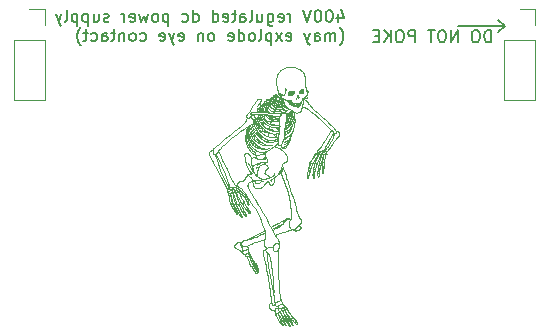
<source format=gbo>
%TF.GenerationSoftware,KiCad,Pcbnew,7.0.1*%
%TF.CreationDate,2023-05-08T19:32:18+02:00*%
%TF.ProjectId,geiger_counter,67656967-6572-45f6-936f-756e7465722e,rev?*%
%TF.SameCoordinates,Original*%
%TF.FileFunction,Legend,Bot*%
%TF.FilePolarity,Positive*%
%FSLAX46Y46*%
G04 Gerber Fmt 4.6, Leading zero omitted, Abs format (unit mm)*
G04 Created by KiCad (PCBNEW 7.0.1) date 2023-05-08 19:32:18*
%MOMM*%
%LPD*%
G01*
G04 APERTURE LIST*
%ADD10C,0.046500*%
%ADD11C,0.150000*%
%ADD12C,0.120000*%
%ADD13O,1.700000X1.700000*%
%ADD14R,1.700000X1.700000*%
G04 APERTURE END LIST*
D10*
X140588109Y-48297367D02*
X140589378Y-48300665D01*
X140575833Y-48264219D02*
X140577372Y-48267397D01*
X140630206Y-48106449D02*
X140626903Y-48104711D01*
X137724993Y-42297839D02*
X137723128Y-42299443D01*
X136527053Y-41760063D02*
X136525712Y-41750762D01*
X139135756Y-33977881D02*
X139138480Y-33964544D01*
X138838680Y-29834202D02*
X138830107Y-29838734D01*
X138623382Y-32938255D02*
X138624482Y-32938548D01*
X139104048Y-35483634D02*
X139101285Y-35497839D01*
X140451238Y-48063617D02*
X140448416Y-48056846D01*
X141515562Y-29764110D02*
X141515950Y-29763636D01*
X138514927Y-34713798D02*
X138478967Y-34726910D01*
X137495167Y-32375218D02*
X137494332Y-32326390D01*
X140827354Y-39456952D02*
X140806575Y-39471103D01*
X141930704Y-29923839D02*
X141931126Y-29924059D01*
X140412813Y-30675639D02*
X140405978Y-30680458D01*
X139124592Y-34290295D02*
X139126840Y-34281284D01*
X139656397Y-31049251D02*
X139641125Y-31043083D01*
X143730230Y-35175976D02*
X143732738Y-35178377D01*
X141949637Y-29807351D02*
X141950995Y-29807980D01*
X141551844Y-40396170D02*
X141555097Y-40398107D01*
X137704822Y-38237518D02*
X137706252Y-38237308D01*
X138412716Y-43634274D02*
X138415733Y-43637810D01*
X141165562Y-47890200D02*
X141163719Y-47888972D01*
X138638959Y-30317354D02*
X138635957Y-30319592D01*
X141813922Y-29793327D02*
X141813233Y-29790368D01*
X137266637Y-38708311D02*
X137264072Y-38711438D01*
X141152675Y-30436428D02*
X141148146Y-30441168D01*
X139807734Y-29050889D02*
X139809701Y-29057266D01*
X139803161Y-29562300D02*
X139803280Y-29563393D01*
X142020722Y-29866868D02*
X142021720Y-29867131D01*
X144125259Y-33924553D02*
X144118961Y-33927023D01*
X143733163Y-33468211D02*
X143713963Y-33485292D01*
X136547924Y-38510749D02*
X136550381Y-38515374D01*
X138415806Y-43313804D02*
X138416754Y-43315398D01*
X137665645Y-38597125D02*
X137663712Y-38602622D01*
X140021069Y-46497997D02*
X140025017Y-46496745D01*
X136792911Y-37094626D02*
X136791672Y-37096925D01*
X139041239Y-33083434D02*
X139083132Y-33108111D01*
X141077990Y-48338912D02*
X141076982Y-48338346D01*
X143731126Y-34702555D02*
X143732688Y-34704247D01*
X140166715Y-46959637D02*
X140161999Y-46958247D01*
X138404616Y-36428683D02*
X138399382Y-36427964D01*
X141251344Y-48075617D02*
X141253220Y-48073865D01*
X138233362Y-43324799D02*
X138231427Y-43324054D01*
X138622662Y-31584597D02*
X138632779Y-31588695D01*
X141806254Y-29803152D02*
X141807206Y-29802150D01*
X142042821Y-29657786D02*
X142042188Y-29656119D01*
X140954043Y-47072310D02*
X140955218Y-47069188D01*
X140644911Y-48396601D02*
X140646356Y-48402214D01*
X137806334Y-38960589D02*
X137808373Y-38960189D01*
X136471180Y-36920744D02*
X136460809Y-36903288D01*
X140941308Y-46975539D02*
X140936395Y-46965924D01*
X143592193Y-35851932D02*
X143591748Y-35849228D01*
X140632722Y-46647231D02*
X140630611Y-46646064D01*
X140632097Y-48344824D02*
X140632823Y-48346522D01*
X137127106Y-38727865D02*
X137123551Y-38722575D01*
X139468279Y-29764387D02*
X139457199Y-29777184D01*
X138375610Y-43835158D02*
X138373514Y-43835258D01*
X139288738Y-32101463D02*
X139278273Y-32102587D01*
X143473318Y-34725630D02*
X143474794Y-34727578D01*
X138924956Y-30857207D02*
X138900499Y-30812901D01*
X142387580Y-29245871D02*
X142392748Y-29229268D01*
X144218956Y-33668484D02*
X144219714Y-33671158D01*
X139829819Y-28987389D02*
X139827528Y-28987312D01*
X144132598Y-33634844D02*
X144129014Y-33634114D01*
X141738996Y-48037044D02*
X141742803Y-48041237D01*
X140362962Y-48132125D02*
X140363224Y-48129869D01*
X138992892Y-30713746D02*
X139010321Y-30709125D01*
X142140581Y-40109480D02*
X142138440Y-40103209D01*
X136290525Y-36726508D02*
X136292852Y-36727512D01*
X138939968Y-31256285D02*
X138938376Y-31253686D01*
X137666380Y-41821121D02*
X137667299Y-41825714D01*
X136318411Y-37065835D02*
X136322484Y-37078262D01*
X144015442Y-34623333D02*
X144018296Y-34621426D01*
X142035221Y-29812005D02*
X142035990Y-29808096D01*
X143899886Y-33953135D02*
X143896399Y-33960176D01*
X141817948Y-29923009D02*
X141816243Y-29922740D01*
X142021280Y-29802064D02*
X142024342Y-29800521D01*
X138601234Y-31045318D02*
X138628433Y-31105816D01*
X144127759Y-34636990D02*
X144129835Y-34639691D01*
X144474488Y-33600948D02*
X144455229Y-33627817D01*
X142867188Y-34681867D02*
X142866996Y-34684606D01*
X141607294Y-29756557D02*
X141608194Y-29755917D01*
X138848913Y-31782173D02*
X138842285Y-31767992D01*
X140614637Y-28966112D02*
X140621183Y-28969568D01*
X140666234Y-30451918D02*
X140689381Y-30447071D01*
X138719469Y-34888167D02*
X138727811Y-34883105D01*
X138561629Y-30815839D02*
X138578364Y-30811345D01*
X137859310Y-38872339D02*
X137858674Y-38870606D01*
X136554836Y-38761439D02*
X136553549Y-38760440D01*
X143703569Y-35625101D02*
X143704102Y-35628616D01*
X140298420Y-33224024D02*
X140289706Y-33221128D01*
X139751126Y-30083714D02*
X139762872Y-30089491D01*
X138724371Y-31774448D02*
X138721870Y-31774607D01*
X141394488Y-48214642D02*
X141395014Y-48215641D01*
X142129122Y-29681622D02*
X142128826Y-29682823D01*
X140865046Y-32486620D02*
X140849094Y-32487167D01*
X138195527Y-43087188D02*
X138196707Y-43089710D01*
X141733450Y-29677686D02*
X141732297Y-29681052D01*
X142694968Y-35733232D02*
X142696280Y-35730549D01*
X138614563Y-29691003D02*
X138643522Y-29649898D01*
X136251226Y-36958967D02*
X136252190Y-36959217D01*
X138525958Y-32838849D02*
X138525632Y-32838319D01*
X138103103Y-43311684D02*
X138098828Y-43304996D01*
X140165654Y-28985991D02*
X140175230Y-29003012D01*
X137766655Y-38952328D02*
X137768922Y-38953976D01*
X139811564Y-29063674D02*
X139813289Y-29070122D01*
X143583664Y-33616883D02*
X143580938Y-33621317D01*
X138364198Y-31824369D02*
X138383951Y-31859429D01*
X141344240Y-48282706D02*
X141343778Y-48280696D01*
X140663877Y-47740079D02*
X140688845Y-47787198D01*
X139214352Y-30320569D02*
X139214502Y-30319317D01*
X137714752Y-42378977D02*
X137719803Y-42386271D01*
X140761395Y-47079467D02*
X140759513Y-47074583D01*
X138305834Y-29569605D02*
X138358419Y-29505927D01*
X138535773Y-43621966D02*
X138535682Y-43623078D01*
X141934946Y-29781227D02*
X141934130Y-29785784D01*
X142740293Y-35707796D02*
X142743144Y-35707855D01*
X141285923Y-30303389D02*
X141294693Y-30292806D01*
X138434260Y-43419747D02*
X138433217Y-43418852D01*
X143268615Y-35221550D02*
X143273930Y-35221771D01*
X138199007Y-43100181D02*
X138198911Y-43100865D01*
X145022686Y-31832155D02*
X145057247Y-31876540D01*
X138878267Y-33151387D02*
X138920718Y-33165800D01*
X141234168Y-31462638D02*
X141204970Y-31501715D01*
X144221054Y-32759409D02*
X144161505Y-32858980D01*
X140649455Y-48416438D02*
X140649739Y-48418497D01*
X139883507Y-29008244D02*
X139879311Y-29005639D01*
X140801362Y-32484368D02*
X140785539Y-32481781D01*
X136525696Y-37191289D02*
X136517546Y-37193480D01*
X137546887Y-39211213D02*
X137545873Y-39212232D01*
X138264268Y-33107367D02*
X138264165Y-33107811D01*
X144014416Y-35577494D02*
X144013890Y-35578195D01*
X138939323Y-29788322D02*
X138927230Y-29794146D01*
X143689317Y-35599830D02*
X143691292Y-35601577D01*
X144323837Y-33820571D02*
X144323443Y-33824856D01*
X143803975Y-34708996D02*
X143808366Y-34710551D01*
X140224438Y-46869931D02*
X140222532Y-46875548D01*
X141246297Y-48081420D02*
X141247881Y-48079401D01*
X143852003Y-33692263D02*
X143853544Y-33691257D01*
X143653922Y-33856799D02*
X143666418Y-33857663D01*
X141758357Y-48119621D02*
X141757745Y-48121354D01*
X140208982Y-29164588D02*
X140199252Y-29164432D01*
X143154645Y-35663422D02*
X143154827Y-35660584D01*
X142132020Y-29710852D02*
X142132846Y-29708463D01*
X140010499Y-33324527D02*
X139988525Y-33320677D01*
X137616636Y-32390072D02*
X137618878Y-32415179D01*
X138329994Y-33922088D02*
X138325703Y-33911870D01*
X137739715Y-42245909D02*
X137740064Y-42250877D01*
X138523096Y-36186517D02*
X138509702Y-36186636D01*
X141294136Y-31851391D02*
X141283682Y-31872804D01*
X138030695Y-35340243D02*
X138031670Y-35347110D01*
X134529761Y-33661071D02*
X134519292Y-33666125D01*
X142516677Y-29244520D02*
X142488049Y-29251251D01*
X141051237Y-30666166D02*
X141040481Y-30671671D01*
X138388278Y-43285848D02*
X138389197Y-43287050D01*
X141212989Y-47790653D02*
X141177975Y-47736774D01*
X138279110Y-43941763D02*
X138281887Y-43944960D01*
X144230770Y-33968047D02*
X144227546Y-33961720D01*
X140795041Y-32660529D02*
X140783867Y-32662611D01*
X139013614Y-33954594D02*
X139018341Y-33952536D01*
X141502318Y-29747901D02*
X141499111Y-29748759D01*
X138170915Y-31206935D02*
X138171267Y-31209333D01*
X139371607Y-29390403D02*
X139369280Y-29388562D01*
X138027221Y-35028772D02*
X138023137Y-35033182D01*
X143292022Y-35710659D02*
X143289875Y-35722346D01*
X141134475Y-48302919D02*
X141137125Y-48302198D01*
X141758112Y-29911104D02*
X141757381Y-29911735D01*
X135945171Y-37165560D02*
X135944069Y-37164681D01*
X137984483Y-38074556D02*
X138138416Y-38315609D01*
X138454068Y-43743761D02*
X138454819Y-43744247D01*
X139295240Y-29320689D02*
X139293019Y-29320235D01*
X140405103Y-46339063D02*
X140410501Y-46336885D01*
X142008846Y-29879019D02*
X142010438Y-29876497D01*
X142895700Y-35330884D02*
X142893013Y-35330781D01*
X136840538Y-37140056D02*
X136835814Y-37138953D01*
X138452491Y-35547233D02*
X138456383Y-35532782D01*
X144170275Y-33676649D02*
X144174432Y-33676836D01*
X138419543Y-43898693D02*
X138417874Y-43893173D01*
X136525375Y-38483611D02*
X136526271Y-38484171D01*
X136926919Y-42065317D02*
X136903648Y-42049029D01*
X137077953Y-37547471D02*
X137046558Y-37486907D01*
X138533081Y-43735216D02*
X138532514Y-43734694D01*
X137098667Y-39087600D02*
X137096460Y-39082816D01*
X136421200Y-38188319D02*
X136423049Y-38191842D01*
X140678752Y-48001893D02*
X140680211Y-48003203D01*
X142175026Y-29572593D02*
X142175366Y-29572185D01*
X138154857Y-31265352D02*
X138147243Y-31276172D01*
X140209263Y-46955523D02*
X140209352Y-46959174D01*
X137573779Y-42024940D02*
X137581742Y-42020194D01*
X144161505Y-32858980D02*
X144078729Y-32994254D01*
X140978631Y-30522046D02*
X140983005Y-30521688D01*
X139942222Y-47219545D02*
X139942583Y-47234491D01*
X142254066Y-29936882D02*
X142257214Y-29922204D01*
X136275968Y-37216116D02*
X136262148Y-37220277D01*
X141407459Y-48238875D02*
X141407997Y-48239505D01*
X134764883Y-33884091D02*
X134761017Y-33874631D01*
X138934807Y-31313943D02*
X138936377Y-31312598D01*
X134655074Y-33641277D02*
X134644165Y-33639946D01*
X142433417Y-29160945D02*
X142471612Y-29139752D01*
X136788647Y-37101261D02*
X136786887Y-37103306D01*
X140611922Y-48325447D02*
X140613129Y-48325832D01*
X140817293Y-48266936D02*
X140817565Y-48268360D01*
X138478326Y-33346408D02*
X138478003Y-33346155D01*
X145219404Y-32585290D02*
X145189292Y-32620185D01*
X138187420Y-43330169D02*
X138184033Y-43331863D01*
X138428038Y-43451439D02*
X138424230Y-43453297D01*
X138553506Y-32976972D02*
X138553880Y-32975882D01*
X138479290Y-33367667D02*
X138479761Y-33366685D01*
X139736237Y-29623774D02*
X139726454Y-29627146D01*
X138067010Y-30963090D02*
X138077304Y-30972907D01*
X140569862Y-48034364D02*
X140566927Y-48032191D01*
X138200896Y-43125683D02*
X138203138Y-43125692D01*
X140883805Y-30475436D02*
X140886609Y-30479786D01*
X139359186Y-35117256D02*
X139358063Y-35121457D01*
X141087965Y-48341680D02*
X141086793Y-48341598D01*
X138447676Y-31005322D02*
X138430395Y-30944653D01*
X140762644Y-48302735D02*
X140763113Y-48301447D01*
X138605593Y-32863448D02*
X138601132Y-32863409D01*
X137476254Y-33851408D02*
X137466015Y-33859654D01*
X141438137Y-29690423D02*
X141437717Y-29685480D01*
X138426792Y-43328783D02*
X138427488Y-43329366D01*
X140363926Y-47316403D02*
X140370974Y-47317474D01*
X139014254Y-31264654D02*
X139012372Y-31262239D01*
X138725264Y-36319406D02*
X138719628Y-36324713D01*
X141375146Y-29708638D02*
X141375432Y-29707741D01*
X140251930Y-47124770D02*
X140252771Y-47128192D01*
X138064662Y-33139995D02*
X138051526Y-33126068D01*
X141822072Y-29812658D02*
X141820486Y-29810105D01*
X142920228Y-35510633D02*
X142917738Y-35510611D01*
X137734278Y-32437206D02*
X137728072Y-32400301D01*
X138371293Y-43770320D02*
X138371550Y-43772678D01*
X141000036Y-30050397D02*
X140988508Y-30041799D01*
X138322259Y-34251510D02*
X138323561Y-34250779D01*
X140528923Y-47172618D02*
X140528916Y-47174996D01*
X141545555Y-29757836D02*
X141546514Y-29758158D01*
X138072128Y-43265724D02*
X138068355Y-43259131D01*
X138268183Y-35633291D02*
X138241859Y-35600916D01*
X143397028Y-34506459D02*
X143414065Y-34478291D01*
X139209258Y-31985162D02*
X139175849Y-31962763D01*
X139075740Y-29441617D02*
X139074051Y-29443712D01*
X136706311Y-38304750D02*
X136718894Y-38334676D01*
X141437470Y-29680530D02*
X141437390Y-29675576D01*
X140518209Y-48324603D02*
X140517143Y-48323491D01*
X139800971Y-29576074D02*
X139800099Y-29578109D01*
X136562627Y-37115484D02*
X136563064Y-37113393D01*
X139586099Y-29263184D02*
X139585071Y-29264974D01*
X141120219Y-48253874D02*
X141122188Y-48256304D01*
X141811778Y-29793438D02*
X141811886Y-29792980D01*
X136212944Y-38177121D02*
X136212859Y-38173337D01*
X141844050Y-29889941D02*
X141843651Y-29892974D01*
X143599011Y-35869273D02*
X143598243Y-35868228D01*
X142762023Y-35344873D02*
X142763321Y-35341708D01*
X137660392Y-42040267D02*
X137662978Y-42044449D01*
X140355463Y-29407115D02*
X140354672Y-29405156D01*
X138226181Y-43228798D02*
X138228272Y-43226209D01*
X137760724Y-32260850D02*
X137747579Y-32222253D01*
X139030693Y-29716144D02*
X139019781Y-29705055D01*
X140286652Y-28800900D02*
X140272773Y-28772305D01*
X137477986Y-37506685D02*
X137481573Y-37500489D01*
X138552746Y-32980359D02*
X138552948Y-32979213D01*
X139883279Y-29927326D02*
X139891971Y-29930696D01*
X141133474Y-47874941D02*
X141132962Y-47871043D01*
X138552104Y-43824864D02*
X138551515Y-43825059D01*
X136498392Y-38380514D02*
X136499749Y-38384064D01*
X137411670Y-37362319D02*
X137390685Y-37346837D01*
X140327840Y-30792337D02*
X140329744Y-30795474D01*
X138910595Y-29689999D02*
X138906777Y-29692683D01*
X139719727Y-33209157D02*
X139733359Y-33207329D01*
X140442665Y-46326284D02*
X140440728Y-46330530D01*
X139143536Y-31696118D02*
X139156366Y-31703191D01*
X140115650Y-47734724D02*
X140149630Y-47788096D01*
X139809253Y-42048502D02*
X139804325Y-42037444D01*
X137669030Y-38580076D02*
X137668312Y-38585827D01*
X140528177Y-29333216D02*
X140527162Y-29334305D01*
X141999602Y-29643971D02*
X142025983Y-29635083D01*
X140932201Y-47964673D02*
X140930776Y-47962982D01*
X138742919Y-29300811D02*
X138740224Y-29300130D01*
X137055065Y-39023575D02*
X137054458Y-39026519D01*
X138468344Y-43746363D02*
X138469272Y-43746160D01*
X141810024Y-29761812D02*
X141809729Y-29751172D01*
X140772272Y-48287478D02*
X140773269Y-48286396D01*
X139104151Y-30670962D02*
X139106308Y-30668791D01*
X134906645Y-34009494D02*
X134901299Y-33980586D01*
X138636759Y-33038432D02*
X138637194Y-33036530D01*
X143666392Y-35798596D02*
X143664275Y-35807377D01*
X136775892Y-36512316D02*
X136775095Y-36537084D01*
X143612095Y-33579582D02*
X143605363Y-33587573D01*
X141811659Y-29793894D02*
X141811778Y-29793438D01*
X143234811Y-35228842D02*
X143236262Y-35228035D01*
X140729078Y-48240417D02*
X140727808Y-48238264D01*
X138620749Y-32820643D02*
X138619121Y-32819561D01*
X138674307Y-32917089D02*
X138674469Y-32914397D01*
X134490855Y-33683855D02*
X134482594Y-33690545D01*
X140815454Y-48261501D02*
X140815789Y-48262145D01*
X141177618Y-29504516D02*
X141182508Y-29506716D01*
X138545896Y-43919827D02*
X138546432Y-43919282D01*
X137770210Y-42587798D02*
X137767794Y-42585791D01*
X140473582Y-29730814D02*
X140478544Y-29734225D01*
X138646202Y-32853187D02*
X138643780Y-32854792D01*
X143628093Y-35165942D02*
X143630953Y-35164231D01*
X139857827Y-42120445D02*
X139853412Y-42114818D01*
X137225548Y-41742543D02*
X137234469Y-41743827D01*
X140637808Y-48362579D02*
X140639011Y-48368244D01*
X137570672Y-42621165D02*
X137566355Y-42621074D01*
X144460198Y-33289590D02*
X144432300Y-33326029D01*
X139142402Y-33923947D02*
X139141810Y-33910149D01*
X137874396Y-38942474D02*
X137875000Y-38941411D01*
X137198476Y-38758697D02*
X137198705Y-38758091D01*
X138423469Y-43332571D02*
X138424232Y-43335899D01*
X139830153Y-35993752D02*
X139862333Y-35974437D01*
X138081733Y-35179094D02*
X138081918Y-35179366D01*
X137879012Y-33163824D02*
X137894764Y-33189042D01*
X144112605Y-35033849D02*
X144111013Y-35034576D01*
X143776323Y-33918262D02*
X143780632Y-33920342D01*
X137497208Y-32228796D02*
X137500943Y-32180124D01*
X138264426Y-33106942D02*
X138264268Y-33107367D01*
X137110463Y-38074895D02*
X137118789Y-38088534D01*
X141921688Y-29912609D02*
X141921792Y-29913087D01*
X142695929Y-35965242D02*
X142695083Y-35928417D01*
X141092997Y-33024249D02*
X141080144Y-33046587D01*
X138242252Y-43454674D02*
X138261017Y-43467495D01*
X138049306Y-32181458D02*
X138057762Y-32169451D01*
X136700757Y-38806157D02*
X136701498Y-38808377D01*
X135936151Y-37157932D02*
X135935225Y-37157081D01*
X141252557Y-47848714D02*
X141249301Y-47843648D01*
X140904520Y-47089089D02*
X140915309Y-47087560D01*
X137834579Y-33098008D02*
X137848552Y-33120389D01*
X138526098Y-32825569D02*
X138526292Y-32825204D01*
X143625440Y-35879451D02*
X143622750Y-35879345D01*
X139915860Y-31460586D02*
X139910801Y-31457927D01*
X139414950Y-32429720D02*
X139414898Y-32430433D01*
X138668863Y-32837524D02*
X138668627Y-32837405D01*
X140270643Y-41921234D02*
X140271882Y-41971672D01*
X138273859Y-43935135D02*
X138276430Y-43938491D01*
X138461688Y-35503326D02*
X138465044Y-35473458D01*
X138422311Y-33322843D02*
X138421455Y-33323058D01*
X141720081Y-29778609D02*
X141719003Y-29779981D01*
X140522914Y-48328596D02*
X140521666Y-48327674D01*
X139991954Y-40848134D02*
X139843156Y-40578836D01*
X139017883Y-30980881D02*
X139018107Y-30980153D01*
X139814625Y-29217351D02*
X139818497Y-29222073D01*
X140623814Y-48449263D02*
X140623211Y-48448903D01*
X142892297Y-35368607D02*
X142892440Y-35372995D01*
X137919550Y-30842962D02*
X137924120Y-30846637D01*
X139974684Y-30160769D02*
X139968268Y-30176956D01*
X138393657Y-33349056D02*
X138393311Y-33350030D01*
X139016220Y-30984188D02*
X139016627Y-30983573D01*
X139622018Y-29247189D02*
X139617792Y-29247218D01*
X144150483Y-33808498D02*
X144140032Y-33803157D01*
X139803806Y-29202515D02*
X139807256Y-29207572D01*
X139389515Y-29401271D02*
X139384234Y-29398375D01*
X141824060Y-29921975D02*
X141822823Y-29922208D01*
X137522862Y-37809396D02*
X137524972Y-37815392D01*
X141121758Y-47886317D02*
X141119505Y-47887055D01*
X137515819Y-42384227D02*
X137522634Y-42380791D01*
X141528031Y-29664834D02*
X141528978Y-29659948D01*
X144302267Y-33753792D02*
X144306091Y-33758958D01*
X139083132Y-33108111D02*
X139125758Y-33131459D01*
X141560821Y-30371491D02*
X141587420Y-30386193D01*
X143242489Y-35225481D02*
X143247585Y-35224006D01*
X137614422Y-42342998D02*
X137625356Y-42340331D01*
X140083466Y-32681767D02*
X140116300Y-32666630D01*
X141099519Y-29554765D02*
X141096140Y-29552391D01*
X139815407Y-30314521D02*
X139802425Y-30316903D01*
X140497713Y-28890418D02*
X140498225Y-28889536D01*
X138709465Y-30612509D02*
X138711645Y-30629569D01*
X140261891Y-41558653D02*
X140265567Y-41564593D01*
X138753779Y-32431030D02*
X138754087Y-32430761D01*
X144016676Y-35344916D02*
X144020409Y-35345847D01*
X138867209Y-31875725D02*
X138866776Y-31870327D01*
X140449423Y-35531362D02*
X140455759Y-35526826D01*
X144323953Y-33802454D02*
X144324237Y-33805657D01*
X139331516Y-29997696D02*
X139326525Y-30014005D01*
X136450332Y-38496092D02*
X136442798Y-38499359D01*
X138195661Y-43111973D02*
X138195182Y-43112871D01*
X137862482Y-38882993D02*
X137860451Y-38875856D01*
X140280700Y-32326631D02*
X140273068Y-32374227D01*
X140336617Y-33226522D02*
X140326669Y-33227173D01*
X140397412Y-46678091D02*
X140385987Y-46685452D01*
X138095440Y-34246773D02*
X138110313Y-34245973D01*
X138549033Y-33333189D02*
X138552735Y-33334364D01*
X137760888Y-42552646D02*
X137758392Y-42555641D01*
X138988100Y-29676854D02*
X138984661Y-29675047D01*
X142960356Y-35483655D02*
X142960226Y-35484890D01*
X136896177Y-38707828D02*
X136899273Y-38711329D01*
X141764117Y-29896774D02*
X141763564Y-29900216D01*
X137726980Y-33186777D02*
X137739526Y-33209452D01*
X138481027Y-44027188D02*
X138481225Y-44025871D01*
X136952537Y-38058691D02*
X136949388Y-38049823D01*
X138245137Y-43228285D02*
X138242640Y-43227583D01*
X137192868Y-42261872D02*
X137191142Y-42255136D01*
X139679304Y-29276114D02*
X139680104Y-29276883D01*
X142128500Y-29684015D02*
X142128146Y-29685196D01*
X140189517Y-29163980D02*
X140179779Y-29163305D01*
X138196292Y-43126074D02*
X138198614Y-43125809D01*
X143696135Y-33915801D02*
X143699858Y-33914058D01*
X140062551Y-29288116D02*
X140064464Y-29289415D01*
X137684014Y-36448797D02*
X137693970Y-36428522D01*
X141326212Y-47900190D02*
X141326358Y-47896318D01*
X138657674Y-32247263D02*
X138655974Y-32247512D01*
X138200051Y-43132420D02*
X138188811Y-43113737D01*
X140695992Y-48180757D02*
X140696041Y-48179144D01*
X141004301Y-48091448D02*
X141003210Y-48090568D01*
X137261944Y-42394936D02*
X137258831Y-42391991D01*
X137845343Y-38846006D02*
X137843697Y-38843354D01*
X138529447Y-43712309D02*
X138529531Y-43711415D01*
X139857246Y-29260640D02*
X139863757Y-29266121D01*
X138599732Y-30252781D02*
X138606600Y-30239703D01*
X139162413Y-32864833D02*
X139170552Y-32862989D01*
X140229742Y-29080789D02*
X140239051Y-29091350D01*
X137718544Y-32326072D02*
X137715330Y-32288749D01*
X138569193Y-33734900D02*
X138603126Y-33746251D01*
X141034334Y-33108710D02*
X141027811Y-33116264D01*
X140361037Y-29132818D02*
X140353844Y-29137960D01*
X140772975Y-32928450D02*
X140771761Y-32929484D01*
X141327077Y-29646618D02*
X141327804Y-29649162D01*
X138317867Y-31344602D02*
X138307943Y-31348621D01*
X138399234Y-43476421D02*
X138401761Y-43474584D01*
X139302569Y-34925694D02*
X139308628Y-34933535D01*
X138488988Y-33353217D02*
X138490787Y-33351516D01*
X140507022Y-26819650D02*
X140545250Y-26791898D01*
X141826658Y-48342749D02*
X141824815Y-48343189D01*
X134929777Y-33318799D02*
X134897499Y-33346935D01*
X140876896Y-48423465D02*
X140877284Y-48425344D01*
X137592203Y-38714807D02*
X137589498Y-38709800D01*
X140764330Y-29920960D02*
X140743718Y-29911747D01*
X136381620Y-36823004D02*
X136379182Y-36822602D01*
X139202990Y-31404923D02*
X139195977Y-31400585D01*
X140228754Y-46858868D02*
X140226512Y-46864370D01*
X142127359Y-29687531D02*
X142126928Y-29688685D01*
X141049056Y-30499761D02*
X141070115Y-30488060D01*
X139418715Y-32184241D02*
X139417603Y-32191254D01*
X140047220Y-29169306D02*
X140045170Y-29170499D01*
X138416754Y-43315398D02*
X138418496Y-43318712D01*
X140355419Y-48157281D02*
X140357149Y-48158174D01*
X141560544Y-48147233D02*
X141554546Y-48138808D01*
X138989965Y-42136748D02*
X138980714Y-42148448D01*
X140032406Y-33328661D02*
X140010499Y-33324527D01*
X138492692Y-29326274D02*
X138491340Y-29328236D01*
X139669279Y-29202351D02*
X139667126Y-29197053D01*
X142372084Y-29342604D02*
X142377355Y-29340376D01*
X138393311Y-33350030D02*
X138389613Y-33358598D01*
X138689356Y-32521250D02*
X138691044Y-32520197D01*
X140675651Y-47999416D02*
X140677233Y-48000629D01*
X140821779Y-47990700D02*
X140821250Y-47993738D01*
X140763664Y-47130849D02*
X140764520Y-47127813D01*
X138153053Y-43724926D02*
X138147893Y-43713208D01*
X138688072Y-34912196D02*
X138695600Y-34905572D01*
X143434963Y-33871091D02*
X143444699Y-33872039D01*
X142027486Y-30397446D02*
X142045791Y-30388824D01*
X138098209Y-34953033D02*
X138098181Y-34953440D01*
X141339353Y-29778243D02*
X141340906Y-29778607D01*
X140621307Y-28916200D02*
X140622924Y-28917907D01*
X141145508Y-32770128D02*
X141151600Y-32757505D01*
X140089127Y-29124449D02*
X140089561Y-29121289D01*
X138373514Y-43835258D02*
X138371411Y-43835427D01*
X138799643Y-34852412D02*
X138818548Y-34846562D01*
X138423193Y-43325644D02*
X138423504Y-43325849D01*
X138553406Y-43738507D02*
X138555883Y-43754854D01*
X136677323Y-37235216D02*
X136676549Y-37240523D01*
X142162311Y-29543229D02*
X142171365Y-29532248D01*
X138528011Y-32823311D02*
X138528404Y-32823053D01*
X140424822Y-46329816D02*
X140426956Y-46329237D01*
X143565584Y-34703997D02*
X143563000Y-34709858D01*
X140533764Y-48335200D02*
X140532373Y-48334396D01*
X141309072Y-47891140D02*
X141303335Y-47889407D01*
X139214137Y-30321819D02*
X139214352Y-30320569D01*
X139699330Y-29262494D02*
X139697449Y-29259320D01*
X140713000Y-48146921D02*
X140713246Y-48146776D01*
X137487426Y-33843629D02*
X137476254Y-33851408D01*
X138179375Y-34875088D02*
X138165785Y-34883623D01*
X138808723Y-31358228D02*
X138831156Y-31352594D01*
X140493111Y-47469885D02*
X140523586Y-47513628D01*
X137062862Y-32017831D02*
X136796791Y-32218086D01*
X140289706Y-33221128D02*
X140281430Y-33217235D01*
X140027058Y-28981279D02*
X140018591Y-28968403D01*
X138433532Y-43546150D02*
X138431082Y-43546705D01*
X141136068Y-39742472D02*
X141139074Y-39723862D01*
X143595664Y-35863658D02*
X143595133Y-35862432D01*
X136276156Y-36916198D02*
X136275340Y-36918143D01*
X136619814Y-38762085D02*
X136617757Y-38763246D01*
X139799603Y-28999824D02*
X139799201Y-29000771D01*
X143223983Y-35611764D02*
X143230952Y-35612793D01*
X140219623Y-29627793D02*
X140224156Y-29631992D01*
X138749473Y-32434216D02*
X138750474Y-32433448D01*
X141666526Y-48257909D02*
X141664731Y-48255638D01*
X138561011Y-32857093D02*
X138558985Y-32856455D01*
X140064946Y-46970898D02*
X140061034Y-46973422D01*
X137729025Y-38902744D02*
X137729249Y-38903887D01*
X140336246Y-30834423D02*
X140335044Y-30837318D01*
X143993614Y-34652454D02*
X143995996Y-34646767D01*
X141439467Y-32035617D02*
X141422543Y-32067044D01*
X143573050Y-35542018D02*
X143572182Y-35540070D01*
X138574829Y-32233402D02*
X138578866Y-32235242D01*
X138147968Y-31115904D02*
X138149663Y-31120384D01*
X140764520Y-47127813D02*
X140765233Y-47124725D01*
X140504001Y-48286524D02*
X140504419Y-48284042D01*
X141766486Y-48122174D02*
X141768953Y-48122211D01*
X142056016Y-39346761D02*
X142093560Y-39403752D01*
X143197115Y-35351177D02*
X143200448Y-35322379D01*
X139350084Y-36231030D02*
X139332877Y-36241210D01*
X139883359Y-35671000D02*
X139876459Y-35682767D01*
X137851636Y-42474364D02*
X137849964Y-42472374D01*
X143380789Y-34535045D02*
X143397028Y-34506459D01*
X143879486Y-33928011D02*
X143881796Y-33926114D01*
X141523314Y-29757858D02*
X141523993Y-29757504D01*
X137990118Y-30564970D02*
X137965012Y-30559519D01*
X141739761Y-29805870D02*
X141741247Y-29806286D01*
X141378996Y-48197481D02*
X141380641Y-48199142D01*
X139581776Y-31350783D02*
X139577937Y-31356288D01*
X137941823Y-33471922D02*
X137914699Y-33438879D01*
X143660717Y-35579998D02*
X143654092Y-35580530D01*
X144373440Y-33065904D02*
X144305406Y-33213730D01*
X141825524Y-40424246D02*
X141853869Y-40419721D01*
X137125904Y-39162667D02*
X137123652Y-39157786D01*
X141220038Y-32578118D02*
X141213685Y-32588369D01*
X138770391Y-29417154D02*
X138772008Y-29409039D01*
X137859518Y-38955110D02*
X137860467Y-38954709D01*
X143257282Y-35914029D02*
X143254990Y-35926138D01*
X138748068Y-29302628D02*
X138745537Y-29301641D01*
X140044552Y-29461762D02*
X140049014Y-29458359D01*
X143595605Y-33599822D02*
X143592484Y-33603998D01*
X144299776Y-33874893D02*
X144300042Y-33875218D01*
X137474629Y-42534710D02*
X137471451Y-42527253D01*
X139361741Y-35082487D02*
X139362039Y-35091326D01*
X138410797Y-32707737D02*
X138409366Y-32706656D01*
X139089489Y-30681388D02*
X139092102Y-30679912D01*
X137673325Y-37949979D02*
X137669473Y-37949828D01*
X136349588Y-38113171D02*
X136350147Y-38113637D01*
X139995054Y-32222687D02*
X140026396Y-32272238D01*
X143989931Y-35019928D02*
X143990863Y-35018685D01*
X142778745Y-35714600D02*
X142781834Y-35715803D01*
X138881353Y-31910413D02*
X138877416Y-31903597D01*
X140564910Y-29728667D02*
X140567532Y-29730792D01*
X138300725Y-36826290D02*
X138285110Y-36817323D01*
X138705200Y-30526951D02*
X138705123Y-30544055D01*
X141251690Y-48022213D02*
X141249654Y-48020006D01*
X143957037Y-33636982D02*
X143954228Y-33638558D01*
X141692270Y-29802725D02*
X141691487Y-29802957D01*
X138738555Y-32523757D02*
X138738734Y-32524181D01*
X138719838Y-29298654D02*
X138713762Y-29298986D01*
X136687160Y-36911206D02*
X136691583Y-36905063D01*
X138668627Y-32837405D02*
X138668385Y-32837303D01*
X138080513Y-35173181D02*
X138080512Y-35174138D01*
X134563184Y-33648799D02*
X134551775Y-33652385D01*
X139629333Y-30849324D02*
X139625097Y-30850379D01*
X140437197Y-46329738D02*
X140439166Y-46330422D01*
X141407517Y-30270884D02*
X141378381Y-30334983D01*
X135939821Y-37047775D02*
X135942407Y-37054160D01*
X137804224Y-32667721D02*
X137805566Y-32664038D01*
X139046609Y-30386606D02*
X139162312Y-30402321D01*
X138819893Y-30556784D02*
X138819114Y-30551329D01*
X140586674Y-29207065D02*
X140588472Y-29205719D01*
X139801839Y-29867043D02*
X139807860Y-29874181D01*
X137374353Y-37561923D02*
X137378160Y-37562245D01*
X136364255Y-36822670D02*
X136361735Y-36823129D01*
X139783662Y-41784066D02*
X139785769Y-41771954D01*
X143931282Y-33905004D02*
X143931630Y-33906767D01*
X137764406Y-38950648D02*
X137766655Y-38952328D01*
X137658266Y-38163293D02*
X137661543Y-38173485D01*
X138293704Y-43957169D02*
X138299863Y-43963050D01*
X138682699Y-32525648D02*
X138684363Y-32524551D01*
X140370974Y-47317474D02*
X140377838Y-47319059D01*
X137674271Y-37823930D02*
X137668184Y-37812182D01*
X137845459Y-38957387D02*
X137847025Y-38957345D01*
X142147742Y-29672461D02*
X142146890Y-29673384D01*
X136613540Y-38765386D02*
X136611386Y-38766366D01*
X142057136Y-29843896D02*
X142058671Y-29840565D01*
X140518064Y-29596973D02*
X140517963Y-29600692D01*
X142728517Y-28592897D02*
X142724384Y-28578968D01*
X142900995Y-35330674D02*
X142898362Y-35330847D01*
X144060031Y-33958848D02*
X144056067Y-33951819D01*
X142769950Y-35329890D02*
X142771998Y-35327230D01*
X141404991Y-32148047D02*
X141411781Y-32124523D01*
X137373376Y-39072307D02*
X137372462Y-39069848D01*
X141359846Y-29778687D02*
X141361638Y-29778284D01*
X141717891Y-29781331D02*
X141715589Y-29783972D01*
X142359549Y-29206174D02*
X142377398Y-29194155D01*
X136015772Y-36761886D02*
X136019032Y-36750535D01*
X139935659Y-29045768D02*
X139931258Y-29042002D01*
X141809827Y-29740522D02*
X141810346Y-29729885D01*
X144133771Y-35015178D02*
X144131364Y-35018281D01*
X141492602Y-29749894D02*
X141490950Y-29750029D01*
X138559587Y-33338920D02*
X138560134Y-33339585D01*
X139046739Y-32295285D02*
X139017750Y-32276656D01*
X138177093Y-31090467D02*
X138178416Y-31093020D01*
X138727591Y-29515013D02*
X138731172Y-29507598D01*
X140778095Y-47965642D02*
X140786250Y-47977614D01*
X140859127Y-30392340D02*
X140859288Y-30395284D01*
X141849047Y-48324398D02*
X141847949Y-48326355D01*
X140297739Y-47323941D02*
X140306059Y-47321629D01*
X140504861Y-28882556D02*
X140505652Y-28882016D01*
X138092097Y-36233897D02*
X138091072Y-36234243D01*
X141327804Y-29649162D02*
X141328649Y-29651663D01*
X142043400Y-29659479D02*
X142042821Y-29657786D01*
X140539394Y-47994830D02*
X140536298Y-47988134D01*
X138470062Y-31437180D02*
X138469431Y-31439444D01*
X137348526Y-37316173D02*
X137338203Y-37308312D01*
X140983021Y-48180225D02*
X140983347Y-48180412D01*
X137685017Y-30889565D02*
X137678174Y-30889897D01*
X139739256Y-31907027D02*
X139724117Y-31894956D01*
X135910892Y-37113650D02*
X135910569Y-37111036D01*
X141823823Y-29815118D02*
X141822072Y-29812658D01*
X142306581Y-29921806D02*
X142311753Y-29924931D01*
X136955275Y-38067614D02*
X136952537Y-38058691D01*
X136111737Y-37758813D02*
X136118453Y-37809393D01*
X138107448Y-31003474D02*
X138108800Y-31010568D01*
X137997947Y-43488440D02*
X137998743Y-43483597D01*
X142185831Y-29546705D02*
X142185945Y-29545682D01*
X137250078Y-42382485D02*
X137244697Y-42375663D01*
X138197707Y-43248233D02*
X138201032Y-43246929D01*
X138506946Y-32930405D02*
X138503115Y-32931765D01*
X137748112Y-42231546D02*
X137749391Y-42232865D01*
X141547990Y-29851376D02*
X141547079Y-29850634D01*
X135961837Y-36223084D02*
X135948600Y-36185718D01*
X138435881Y-43671315D02*
X138436613Y-43673553D01*
X136876055Y-37161089D02*
X136872658Y-37157922D01*
X136736589Y-38977684D02*
X136736625Y-38979766D01*
X140823591Y-46860613D02*
X140817659Y-46858932D01*
X141836590Y-29826042D02*
X141835239Y-29825305D01*
X139508255Y-29265682D02*
X139508669Y-29264950D01*
X137836782Y-38877509D02*
X137835582Y-38880483D01*
X138216983Y-36759361D02*
X138205786Y-36745339D01*
X141309012Y-48236407D02*
X141306306Y-48227313D01*
X143995746Y-34608287D02*
X143997821Y-34611775D01*
X141773811Y-29828690D02*
X141773418Y-29830023D01*
X138490959Y-43865841D02*
X138492994Y-43871332D01*
X141679484Y-29885211D02*
X141678199Y-29885772D01*
X141948295Y-29806679D02*
X141949637Y-29807351D01*
X144042367Y-34611448D02*
X144045034Y-34610705D01*
X143351275Y-34704587D02*
X143353931Y-34702875D01*
X139409725Y-32402225D02*
X139411410Y-32408750D01*
X139383480Y-31741646D02*
X139387568Y-31740466D01*
X136439632Y-38517705D02*
X136440969Y-38514928D01*
X137241815Y-38211798D02*
X137239225Y-38205786D01*
X140080779Y-32017446D02*
X140162600Y-32019509D01*
X139213593Y-33174156D02*
X139212035Y-33175388D01*
X143222252Y-35199506D02*
X143220888Y-35193383D01*
X138963721Y-33178343D02*
X138985461Y-33183779D01*
X141752115Y-29914587D02*
X141750906Y-29915101D01*
X140505508Y-29248776D02*
X140504818Y-29249842D01*
X139184151Y-30266026D02*
X139183109Y-30265497D01*
X138973179Y-33881574D02*
X138878961Y-33917192D01*
X141904544Y-29921528D02*
X141903918Y-29922378D01*
X140910797Y-34595139D02*
X140920136Y-34587153D01*
X138696239Y-32439901D02*
X138700678Y-32440533D01*
X136896047Y-37157690D02*
X136900456Y-37162266D01*
X142014996Y-29804813D02*
X142018163Y-29803494D01*
X140945912Y-46985320D02*
X140941308Y-46975539D01*
X139221965Y-29464796D02*
X139225830Y-29469293D01*
X135848672Y-36820425D02*
X135858846Y-36826103D01*
X139984806Y-32471100D02*
X139993504Y-32486070D01*
X138764451Y-32028077D02*
X138764359Y-32028641D01*
X135841717Y-35886093D02*
X135743720Y-35625462D01*
X140311642Y-29684428D02*
X140320987Y-29688047D01*
X138350750Y-43327140D02*
X138349838Y-43327799D01*
X137751794Y-42575937D02*
X137748907Y-42574686D01*
X140691278Y-29516164D02*
X140714660Y-29591622D01*
X139101004Y-33743827D02*
X139120176Y-33738487D01*
X138606222Y-30286534D02*
X138571077Y-30307182D01*
X145412631Y-32184452D02*
X145414595Y-32203675D01*
X143346346Y-34699071D02*
X143344156Y-34692133D01*
X137349308Y-38078517D02*
X137351810Y-38079331D01*
X140308654Y-31037809D02*
X140315494Y-31035673D01*
X143261198Y-34106034D02*
X143258421Y-34107838D01*
X136173771Y-36981930D02*
X136179055Y-36978743D01*
X141356246Y-29779316D02*
X141358049Y-29779035D01*
X141439814Y-31443420D02*
X141460467Y-31397455D01*
X143859131Y-34848675D02*
X143856171Y-34859113D01*
X137230972Y-38174493D02*
X137230587Y-38168155D01*
X139018319Y-29810612D02*
X139031593Y-29797849D01*
X140315889Y-29573989D02*
X140314297Y-29574315D01*
X138882545Y-29789405D02*
X138883479Y-29791043D01*
X136096169Y-36827733D02*
X136094954Y-36826615D01*
X139412349Y-36246011D02*
X139408573Y-36240884D01*
X141851799Y-48318237D02*
X141850977Y-48320333D01*
X140281637Y-30865608D02*
X140274401Y-30867487D01*
X137513151Y-41744664D02*
X137534351Y-41742210D01*
X140278717Y-31761671D02*
X140190253Y-31668986D01*
X138893639Y-31380861D02*
X138890239Y-31375171D01*
X140302574Y-41676749D02*
X140303207Y-41697515D01*
X137973885Y-30666853D02*
X137962049Y-30677361D01*
X138114554Y-32408134D02*
X138087761Y-32469005D01*
X138951486Y-29669811D02*
X138949829Y-29670075D01*
X139289277Y-34577674D02*
X139293301Y-34572582D01*
X142655571Y-29172089D02*
X142653731Y-29175690D01*
X141447236Y-29617110D02*
X141449596Y-29610804D01*
X137818725Y-31872224D02*
X137795884Y-31900764D01*
X144017057Y-34359224D02*
X144007254Y-34407622D01*
X136023438Y-37175579D02*
X136023915Y-37180660D01*
X138622455Y-30841614D02*
X138624067Y-30842804D01*
X136844062Y-37126993D02*
X136840756Y-37127016D01*
X144052232Y-35371532D02*
X144052723Y-35373198D01*
X137273677Y-38698462D02*
X137271443Y-38701821D01*
X137655650Y-41966217D02*
X137653916Y-41967878D01*
X141515279Y-29802388D02*
X141514878Y-29801279D01*
X138175996Y-31159851D02*
X138174836Y-31159651D01*
X140286509Y-29517377D02*
X140287398Y-29515563D01*
X136177024Y-38117336D02*
X136180015Y-38118509D01*
X139679879Y-29425953D02*
X139690713Y-29431711D01*
X140076395Y-29300844D02*
X140077795Y-29302729D01*
X136448553Y-37235779D02*
X136446317Y-37239240D01*
X142800516Y-35294563D02*
X142798601Y-35292343D01*
X143600883Y-35229129D02*
X143602717Y-35218020D01*
X140422714Y-46979637D02*
X140419319Y-46979376D01*
X138479395Y-43744916D02*
X138478197Y-43745662D01*
X144237705Y-33913064D02*
X144238790Y-33910588D01*
X138196752Y-31152184D02*
X138194805Y-31153622D01*
X142866924Y-34687342D02*
X142866974Y-34690070D01*
X138458546Y-43424652D02*
X138458398Y-43425913D01*
X141175953Y-31182992D02*
X141156824Y-31198405D01*
X140655453Y-46667101D02*
X140644437Y-46656392D01*
X140387495Y-29083962D02*
X140389352Y-29083787D01*
X141762917Y-29903647D02*
X141762535Y-29904622D01*
X137878364Y-38927903D02*
X137878455Y-38926763D01*
X138992171Y-29836568D02*
X139018319Y-29810612D01*
X139044771Y-29540788D02*
X139045819Y-29544410D01*
X141601825Y-29798580D02*
X141601897Y-29795903D01*
X141335187Y-30407069D02*
X141327512Y-30418581D01*
X141276307Y-31285981D02*
X141260277Y-31302244D01*
X140226855Y-33084808D02*
X140225146Y-33060054D01*
X141001146Y-48088703D02*
X140999226Y-48086708D01*
X141877187Y-29928047D02*
X141876484Y-29927425D01*
X139612461Y-29701178D02*
X139612082Y-29701639D01*
X142140869Y-29676144D02*
X142140107Y-29676233D01*
X139677053Y-30299815D02*
X139665174Y-30295729D01*
X138462106Y-34893247D02*
X138461519Y-34895447D01*
X136850512Y-38647195D02*
X136848641Y-38651311D01*
X140345214Y-35464779D02*
X140366660Y-35426266D01*
X139040422Y-29504738D02*
X139040007Y-29508034D01*
X142867923Y-34676399D02*
X142867188Y-34681867D01*
X138470611Y-43475961D02*
X138471885Y-43478544D01*
X140799416Y-48271869D02*
X140801249Y-48271346D01*
X141543247Y-29754157D02*
X141541623Y-29752121D01*
X138113560Y-31031675D02*
X138115495Y-31038614D01*
X137268780Y-38706177D02*
X137270714Y-38706037D01*
X137488176Y-39001331D02*
X137489849Y-39003769D01*
X140446731Y-30545698D02*
X140449908Y-30554383D01*
X141346925Y-29670739D02*
X141351035Y-29673010D01*
X140742723Y-48284345D02*
X140741816Y-48278651D01*
X141647262Y-48224402D02*
X141647178Y-48223276D01*
X143504911Y-33906884D02*
X143511165Y-33902849D01*
X139669846Y-29463931D02*
X139620745Y-29475884D01*
X140021359Y-29196883D02*
X140000891Y-29184257D01*
X136771706Y-37671722D02*
X136749796Y-37615457D01*
X143239289Y-35226619D02*
X143240868Y-35226014D01*
X141734164Y-29803521D02*
X141735498Y-29804228D01*
X138644985Y-30956667D02*
X138572557Y-30972328D01*
X140488397Y-47887806D02*
X140460354Y-47834802D01*
X139898155Y-32881531D02*
X139941270Y-32867974D01*
X137152226Y-39254647D02*
X137153060Y-39253109D01*
X136292576Y-37003657D02*
X136293933Y-37006353D01*
X140869295Y-28551600D02*
X140875583Y-28507817D01*
X136018972Y-36699135D02*
X136015240Y-36684952D01*
X137036525Y-41669283D02*
X137032902Y-41663153D01*
X135951677Y-36909735D02*
X135946040Y-36921389D01*
X142659760Y-29160834D02*
X142658561Y-29164652D01*
X143213142Y-35255940D02*
X143214548Y-35252863D01*
X142103063Y-29726056D02*
X142102023Y-29727283D01*
X137524863Y-37545589D02*
X137522829Y-37545050D01*
X139905683Y-31455394D02*
X139895295Y-31450655D01*
X138268626Y-33309662D02*
X138250424Y-33298277D01*
X134801965Y-33942028D02*
X134795534Y-33934869D01*
X141453577Y-29729909D02*
X141452064Y-29727661D01*
X139196762Y-29420499D02*
X139197174Y-29423044D01*
X145172299Y-32109565D02*
X145169774Y-32115121D01*
X141079021Y-48339431D02*
X141077990Y-48338912D01*
X139470883Y-31699709D02*
X139484466Y-31679926D01*
X141406087Y-29816591D02*
X141404279Y-29815642D01*
X138327222Y-43216711D02*
X138329055Y-43216637D01*
X143498782Y-33911091D02*
X143504911Y-33906884D01*
X139934895Y-29147568D02*
X139924035Y-29141263D01*
X140375064Y-29239129D02*
X140382576Y-29240674D01*
X138126533Y-35129796D02*
X138124096Y-35130147D01*
X139927313Y-46686495D02*
X139936300Y-46671728D01*
X138107188Y-33436359D02*
X138150923Y-33476601D01*
X138904358Y-30761242D02*
X138909125Y-30762092D01*
X143227613Y-34139800D02*
X143223677Y-34145352D01*
X136615313Y-37155814D02*
X136606456Y-37154103D01*
X140666214Y-46926801D02*
X140659591Y-46933943D01*
X140377072Y-29522203D02*
X140372889Y-29525652D01*
X141378585Y-40304865D02*
X141360346Y-40298398D01*
X139960324Y-32223468D02*
X139927123Y-32223784D01*
X138165258Y-43432714D02*
X138168026Y-43435341D01*
X138129749Y-36569633D02*
X138122943Y-36542782D01*
X138933000Y-32217548D02*
X138905496Y-32196815D01*
X137094839Y-38047057D02*
X137102493Y-38061062D01*
X141760045Y-48114371D02*
X141759509Y-48116130D01*
X139004402Y-30183774D02*
X139005750Y-30208460D01*
X138291050Y-43856244D02*
X138286508Y-43858057D01*
X141148086Y-30848635D02*
X141142115Y-30854594D01*
X136458070Y-38216510D02*
X136461738Y-38217309D01*
X140309675Y-32135991D02*
X140280700Y-32326631D01*
X138989701Y-31219500D02*
X138988888Y-31216173D01*
X144026275Y-34310714D02*
X144017057Y-34359224D01*
X140341145Y-32097474D02*
X140337752Y-32104718D01*
X139710796Y-29129238D02*
X139712714Y-29130281D01*
X139783809Y-29176914D02*
X139792877Y-29183786D01*
X139139202Y-39210481D02*
X138991377Y-38940567D01*
X143816590Y-34076520D02*
X143810165Y-34093756D01*
X138386554Y-43283359D02*
X138387397Y-43284618D01*
X144316301Y-33854089D02*
X144314386Y-33857845D01*
X143465708Y-34394031D02*
X143473833Y-34379725D01*
X137561352Y-37579972D02*
X137559322Y-37576345D01*
X136173610Y-36983302D02*
X136175795Y-36977119D01*
X141169612Y-29446634D02*
X141169935Y-29449675D01*
X135326344Y-33995713D02*
X135358863Y-34071002D01*
X137056741Y-39040269D02*
X137054747Y-39039778D01*
X138555388Y-32972917D02*
X138555890Y-32972038D01*
X136524887Y-41732140D02*
X136525421Y-41722878D01*
X141057279Y-47716536D02*
X141031440Y-47663318D01*
X140858945Y-48458486D02*
X140857984Y-48458207D01*
X142131263Y-29673832D02*
X142131088Y-29673749D01*
X141557318Y-30673835D02*
X141545665Y-30729931D01*
X139835544Y-32248064D02*
X139859426Y-32281569D01*
X141422543Y-32067044D02*
X141404478Y-32097870D01*
X143999402Y-33778337D02*
X143996667Y-33779830D01*
X139679056Y-29223041D02*
X139676419Y-29217952D01*
X140993102Y-34489613D02*
X140998123Y-34478431D01*
X139775834Y-31113174D02*
X139769258Y-31114851D01*
X139617792Y-29247218D02*
X139613579Y-29247573D01*
X140026074Y-29149060D02*
X140019581Y-29144366D01*
X141631852Y-29757319D02*
X141631630Y-29756349D01*
X135168520Y-33795037D02*
X135182885Y-33798046D01*
X139334109Y-30010987D02*
X139334623Y-30012259D01*
X138351071Y-43264096D02*
X138355745Y-43268254D01*
X138949901Y-30247182D02*
X138945200Y-30244727D01*
X137648407Y-38627594D02*
X137643853Y-38632796D01*
X142171968Y-29570789D02*
X142172085Y-29573079D01*
X139033725Y-30856618D02*
X139032713Y-30862921D01*
X144069979Y-34608742D02*
X144075524Y-34609081D01*
X142748978Y-35994168D02*
X142748215Y-35995006D01*
X138374069Y-34180473D02*
X138374451Y-34180383D01*
X141801412Y-38720303D02*
X141840327Y-38850812D01*
X136484691Y-37206237D02*
X136476944Y-37210510D01*
X138519184Y-29301277D02*
X138514073Y-29304380D01*
X140024608Y-29205116D02*
X140024587Y-29207493D01*
X141637944Y-29775078D02*
X141639099Y-29775639D01*
X140511264Y-47557721D02*
X140551336Y-47672369D01*
X138146674Y-31277460D02*
X138147563Y-31276121D01*
X141392859Y-29807336D02*
X141391487Y-29805824D01*
X137664626Y-30889498D02*
X137657954Y-30888742D01*
X141134826Y-48270186D02*
X141139306Y-48274565D01*
X141274554Y-48042009D02*
X141273366Y-48040153D01*
X141763987Y-29308153D02*
X141763880Y-29311741D01*
X139923149Y-29409628D02*
X139928014Y-29410613D01*
X138354053Y-43324506D02*
X138353289Y-43325130D01*
X135909884Y-37098757D02*
X135910037Y-37097560D01*
X145164153Y-32026668D02*
X145167697Y-32033235D01*
X137124627Y-41493838D02*
X137122926Y-41508392D01*
X140336653Y-47278926D02*
X140339111Y-47280699D01*
X139807305Y-29083032D02*
X139805405Y-29084213D01*
X136008597Y-36842818D02*
X136004220Y-36846233D01*
X137540171Y-39138621D02*
X137542878Y-39145351D01*
X137729921Y-38090593D02*
X137729053Y-38075859D01*
X142881773Y-35341683D02*
X142883324Y-35343912D01*
X139212440Y-30305715D02*
X139211745Y-30303564D01*
X138507864Y-31777833D02*
X138495239Y-31758087D01*
X136931631Y-37016298D02*
X136930484Y-37022998D01*
X137481040Y-39194171D02*
X137478726Y-39192370D01*
X138314724Y-36381953D02*
X138307974Y-36374899D01*
X141670576Y-29888122D02*
X141669433Y-29888296D01*
X138582946Y-32236945D02*
X138587079Y-32238483D01*
X140444223Y-30343863D02*
X140410718Y-30333360D01*
X137506227Y-32131600D02*
X137513071Y-32083271D01*
X139037674Y-30838016D02*
X139034904Y-30850357D01*
X143971451Y-35139415D02*
X143974571Y-35096164D01*
X141433913Y-47683892D02*
X141441236Y-47691911D01*
X138196851Y-43274571D02*
X138197670Y-43277456D01*
X140597805Y-35289379D02*
X140597933Y-35285853D01*
X140353656Y-35585142D02*
X140362317Y-35580440D01*
X134831775Y-33965739D02*
X134823692Y-33960616D01*
X140368361Y-29087951D02*
X140370885Y-29087177D01*
X136349872Y-37116904D02*
X136353334Y-37123773D01*
X140064620Y-46816069D02*
X140065912Y-46816428D01*
X138279304Y-43480884D02*
X138288175Y-43487897D01*
X138227421Y-43322789D02*
X138223654Y-43322298D01*
X138893403Y-29804050D02*
X138894980Y-29805885D01*
X140630611Y-46646064D02*
X140628462Y-46644985D01*
X143343841Y-34021508D02*
X143335273Y-34036499D01*
X139504434Y-29460058D02*
X139497187Y-29457138D01*
X138472151Y-44044787D02*
X138473051Y-44043814D01*
X140032101Y-46788295D02*
X140035022Y-46793738D01*
X141442281Y-30606694D02*
X141439480Y-30622221D01*
X136413987Y-38504219D02*
X136410759Y-38504160D01*
X143625299Y-35167798D02*
X143628093Y-35165942D01*
X138611552Y-32244613D02*
X138609026Y-32243999D01*
X137166785Y-37160319D02*
X137136582Y-37130062D01*
X138388448Y-43482715D02*
X138391255Y-43481318D01*
X136560816Y-38766144D02*
X136559612Y-38765297D01*
X143163469Y-34750324D02*
X143166735Y-34746240D01*
X136982795Y-39087221D02*
X136977671Y-39087778D01*
X140536395Y-29173820D02*
X140533692Y-29173193D01*
X139926230Y-29312707D02*
X139924818Y-29313366D01*
X138263111Y-43864860D02*
X138258311Y-43865717D01*
X139210353Y-31743549D02*
X139240164Y-31762209D01*
X140836667Y-33406185D02*
X140880978Y-33371185D01*
X137399763Y-31289128D02*
X137386462Y-31301165D01*
X138932391Y-31459194D02*
X138929138Y-31450739D01*
X140603925Y-48428431D02*
X140602098Y-48426381D01*
X140891142Y-34609947D02*
X140901129Y-34602743D01*
X136098463Y-36830172D02*
X136097338Y-36828921D01*
X141169291Y-47371612D02*
X141193512Y-47407151D01*
X137192583Y-42259247D02*
X137187941Y-42260465D01*
X139210074Y-29949130D02*
X139216912Y-29925982D01*
X137043527Y-38167781D02*
X137044899Y-38170082D01*
X139962177Y-29478037D02*
X139960353Y-29482261D01*
X138411681Y-35074326D02*
X138410104Y-35075977D01*
X140504927Y-29216271D02*
X140505353Y-29216163D01*
X141902569Y-29924019D02*
X141901139Y-29925608D01*
X138159493Y-43391524D02*
X138161539Y-43394081D01*
X139629207Y-31458089D02*
X139600642Y-31446698D01*
X137705630Y-30886602D02*
X137698761Y-30887905D01*
X140696751Y-48188876D02*
X140696501Y-48187250D01*
X136757869Y-37122756D02*
X136737634Y-37132420D01*
X138467316Y-31065197D02*
X138447676Y-31005322D01*
X144020167Y-33771993D02*
X144017014Y-33772370D01*
X139331416Y-30004692D02*
X139331740Y-30005294D01*
X141215098Y-48489076D02*
X141214600Y-48489648D01*
X138102717Y-34933396D02*
X138097009Y-34939052D01*
X144761020Y-31956178D02*
X144760461Y-31956061D01*
X141811044Y-29922050D02*
X141809325Y-29921756D01*
X140596948Y-35296391D02*
X140597485Y-35292892D01*
X140815362Y-48270450D02*
X140816251Y-48270622D01*
X137607883Y-33852733D02*
X137593556Y-33848643D01*
X137428352Y-39046878D02*
X137425188Y-39049284D01*
X143205032Y-35950235D02*
X143203956Y-35949515D01*
X137684726Y-35740160D02*
X137659776Y-35741614D01*
X141335974Y-48274515D02*
X141334794Y-48274341D01*
X141145786Y-48283852D02*
X141146267Y-48285373D01*
X142947463Y-35389646D02*
X142947804Y-35394398D01*
X140089823Y-29118114D02*
X140089895Y-29114923D01*
X138553719Y-29292540D02*
X138550741Y-29292558D01*
X139353839Y-32761874D02*
X139354319Y-32765281D01*
X138619639Y-33032903D02*
X138665664Y-33058542D01*
X141226336Y-30751469D02*
X141211775Y-30769901D01*
X141884138Y-29006601D02*
X141880181Y-29013005D01*
X137841900Y-42488375D02*
X137841607Y-42489459D01*
X141897586Y-29929593D02*
X141896938Y-29930427D01*
X144000070Y-34615155D02*
X144002504Y-34618416D01*
X144589862Y-33100126D02*
X144539873Y-33177235D01*
X139265282Y-29514334D02*
X139273743Y-29523480D01*
X141489247Y-29843091D02*
X141486195Y-29843671D01*
X137867141Y-38950558D02*
X137868118Y-38949836D01*
X139812169Y-32910092D02*
X139898155Y-32881531D01*
X138521258Y-43694476D02*
X138519936Y-43693092D01*
X139835716Y-41656965D02*
X139840419Y-41649416D01*
X141844180Y-48331865D02*
X141842838Y-48333311D01*
X141655950Y-48244979D02*
X141654685Y-48243228D01*
X138644307Y-32957744D02*
X138644409Y-32958664D01*
X140258105Y-32570737D02*
X140259249Y-32568092D01*
X136694231Y-38999878D02*
X136692524Y-38997904D01*
X138675862Y-32530670D02*
X138676517Y-32530011D01*
X137136582Y-37130062D02*
X137106884Y-37099310D01*
X140641232Y-48448782D02*
X140640011Y-48449455D01*
X139199262Y-30280005D02*
X139198523Y-30279024D01*
X137856326Y-38955962D02*
X137857851Y-38955508D01*
X138393676Y-43840324D02*
X138392457Y-43839501D01*
X143986266Y-34693938D02*
X143986502Y-34687887D01*
X144240708Y-33363005D02*
X144178969Y-33513380D01*
X138529291Y-43713199D02*
X138529447Y-43712309D01*
X142710356Y-35997030D02*
X142709150Y-35996244D01*
X141027111Y-48239084D02*
X141024573Y-48236567D01*
X142088379Y-29731376D02*
X142088127Y-29732884D01*
X139317783Y-41869665D02*
X139340729Y-41868377D01*
X141525371Y-29756861D02*
X141526074Y-29756585D01*
X139479684Y-29751880D02*
X139468279Y-29764387D01*
X141761022Y-48110827D02*
X141760550Y-48112604D01*
X138944995Y-34342622D02*
X138960719Y-34336142D01*
X141309308Y-29419037D02*
X141293203Y-29412821D01*
X138004811Y-43467537D02*
X138006086Y-43465404D01*
X138328696Y-32148415D02*
X138319889Y-32155091D01*
X136977899Y-38853455D02*
X136991274Y-38876304D01*
X136979379Y-37001449D02*
X136972304Y-37001689D01*
X142820742Y-35756186D02*
X142821083Y-35758300D01*
X138718574Y-32441339D02*
X138723052Y-32441131D01*
X138319711Y-34253071D02*
X138320975Y-34252273D01*
X138441134Y-33678491D02*
X138461471Y-33688635D01*
X141949777Y-28956715D02*
X141950341Y-28956585D01*
X138183761Y-34898759D02*
X138182885Y-34898895D01*
X143832512Y-34724187D02*
X143834096Y-34725430D01*
X140477590Y-46642145D02*
X140471196Y-46644268D01*
X136796791Y-32218086D02*
X136534558Y-32423394D01*
X143669790Y-35783354D02*
X143666394Y-35798596D01*
X140594954Y-48007772D02*
X140596822Y-48006219D01*
X138742463Y-32532664D02*
X138742481Y-32533450D01*
X138466946Y-32652633D02*
X138469206Y-32652567D01*
X136505790Y-38476741D02*
X136507238Y-38476840D01*
X136437906Y-37272093D02*
X136439377Y-37285611D01*
X141118398Y-47831139D02*
X141114563Y-47824278D01*
X138463618Y-43746732D02*
X138464565Y-43746743D01*
X140650110Y-47319772D02*
X140646124Y-47312572D01*
X141302763Y-48067547D02*
X141303553Y-48068306D01*
X140612102Y-29608131D02*
X140614738Y-29605116D01*
X142735707Y-28754748D02*
X142735295Y-28757717D01*
X141734843Y-48127806D02*
X141739694Y-48126764D01*
X140061304Y-28885185D02*
X140066905Y-28887758D01*
X143231782Y-35954333D02*
X143229458Y-35954647D01*
X139992356Y-30096404D02*
X139997858Y-30093841D01*
X139484779Y-29298773D02*
X139482760Y-29298722D01*
X141725866Y-48303209D02*
X141716158Y-48297002D01*
X136795377Y-37087167D02*
X136794776Y-37089750D01*
X141267662Y-48033490D02*
X141265985Y-48032051D01*
X143945848Y-35379965D02*
X143946116Y-35376978D01*
X138319983Y-34217707D02*
X138321277Y-34215522D01*
X136529404Y-38214506D02*
X136531850Y-38212421D01*
X143101044Y-34345576D02*
X143077000Y-34382810D01*
X138249072Y-43334284D02*
X138245814Y-43331806D01*
X138403734Y-32279040D02*
X138463539Y-32345706D01*
X141314358Y-40357819D02*
X141300819Y-40365005D01*
X136834193Y-37126734D02*
X136830958Y-37126448D01*
X141231267Y-48111490D02*
X141232981Y-48112787D01*
X138536950Y-32815826D02*
X138539791Y-32813671D01*
X138509577Y-31673900D02*
X138523032Y-31669488D01*
X139784057Y-41967592D02*
X139782125Y-41955602D01*
X139685717Y-31866334D02*
X139677837Y-31861572D01*
X143466241Y-34890502D02*
X143463835Y-34898491D01*
X144102248Y-35057774D02*
X144102428Y-35061749D01*
X138429412Y-30353982D02*
X138432053Y-30328848D01*
X140490750Y-35348754D02*
X140492186Y-35332070D01*
X138235791Y-43141373D02*
X138239027Y-43144479D01*
X137889985Y-35052466D02*
X137926501Y-35120123D01*
X140604954Y-46598410D02*
X140605173Y-46602733D01*
X138188615Y-32290192D02*
X138183821Y-32296793D01*
X139351828Y-32752877D02*
X139352571Y-32755099D01*
X142187317Y-29524549D02*
X142187260Y-29522665D01*
X138636833Y-32248018D02*
X138634383Y-32247931D01*
X143986085Y-35321623D02*
X143982665Y-35319911D01*
X137373996Y-37200603D02*
X137425176Y-37270511D01*
X141303423Y-48218279D02*
X141301876Y-48213806D01*
X136613065Y-37213375D02*
X136610670Y-37210604D01*
X143641346Y-34489012D02*
X143572387Y-34686008D01*
X139871101Y-30390130D02*
X139888592Y-30322279D01*
X138615939Y-32817279D02*
X138614389Y-32816073D01*
X138385893Y-43836366D02*
X138383871Y-43835833D01*
X136649395Y-38690916D02*
X136650200Y-38693806D01*
X138773940Y-30163203D02*
X138780958Y-30145952D01*
X140535109Y-48336043D02*
X140533764Y-48335200D01*
X141171310Y-29598869D02*
X141171511Y-29595097D01*
X141391487Y-29805824D02*
X141389504Y-29802996D01*
X140185887Y-32840976D02*
X140195650Y-32848630D01*
X137443719Y-37667272D02*
X137456218Y-37686931D01*
X142952640Y-35285438D02*
X142951856Y-35287931D01*
X138991484Y-29678767D02*
X138988100Y-29676854D01*
X142100221Y-29730732D02*
X142100332Y-29729182D01*
X140395392Y-29511087D02*
X140392946Y-29512195D01*
X137644744Y-42336321D02*
X137647537Y-42335981D01*
X140381928Y-48101706D02*
X140385531Y-48098799D01*
X140059545Y-32216301D02*
X140026604Y-32219810D01*
X136531547Y-41778491D02*
X136529001Y-41769316D01*
X140212464Y-32681334D02*
X140214898Y-32661287D01*
X142097373Y-29747551D02*
X142098048Y-29744519D01*
X137826483Y-31591323D02*
X137771312Y-31670353D01*
X136712090Y-36868792D02*
X136713151Y-36866149D01*
X140716057Y-30210797D02*
X140732125Y-30215975D01*
X139253933Y-31237043D02*
X139215177Y-31204524D01*
X141916894Y-29879804D02*
X141917469Y-29887715D01*
X138165874Y-32324036D02*
X138161723Y-32331068D01*
X138770594Y-29327523D02*
X138768851Y-29325455D01*
X138303741Y-43859025D02*
X138299666Y-43861551D01*
X136557294Y-38763421D02*
X136556184Y-38762390D01*
X140079804Y-31168621D02*
X140031333Y-31162271D01*
X142908337Y-35508570D02*
X142907262Y-35508055D01*
X141842981Y-29895948D02*
X141842408Y-29898988D01*
X140452462Y-46276281D02*
X140452006Y-46285713D01*
X138886148Y-29713289D02*
X138884912Y-29714866D01*
X140538392Y-46447171D02*
X140551211Y-46470486D01*
X141772962Y-29842944D02*
X141772949Y-29838541D01*
X142518566Y-27783405D02*
X142510786Y-27987147D01*
X140939161Y-48127170D02*
X140944363Y-48133376D01*
X136045420Y-37420192D02*
X136049774Y-37439306D01*
X137997524Y-31884065D02*
X138026471Y-31950950D01*
X139020032Y-30955399D02*
X139019779Y-30954365D01*
X138882591Y-29718106D02*
X138881507Y-29719770D01*
X141373689Y-37277622D02*
X141468959Y-37570804D01*
X140116516Y-32830684D02*
X140161447Y-32828189D01*
X141526368Y-29679680D02*
X141526729Y-29674708D01*
X138502147Y-43892742D02*
X138503677Y-43895704D01*
X141218138Y-29549428D02*
X141219716Y-29550703D01*
X136563693Y-37111242D02*
X136564522Y-37109030D01*
X140576760Y-33412439D02*
X140580683Y-33415592D01*
X138883479Y-29791043D02*
X138884367Y-29792688D01*
X141231898Y-31956163D02*
X141217694Y-31978763D01*
X136911880Y-39028515D02*
X136909459Y-39022954D01*
X136453669Y-37229264D02*
X136451008Y-37232454D01*
X136198666Y-37301030D02*
X136195570Y-37293750D01*
X140597417Y-33426784D02*
X140617738Y-33434533D01*
X136314031Y-37053517D02*
X136318411Y-37065835D01*
X141199154Y-30789085D02*
X141230939Y-30884523D01*
X140508987Y-28880079D02*
X140510742Y-28879229D01*
X138389866Y-43838000D02*
X138388883Y-43837515D01*
X140666070Y-46678171D02*
X140655453Y-46667101D01*
X141012635Y-48134761D02*
X141014424Y-48133699D01*
X136357043Y-37130484D02*
X136361022Y-37136994D01*
X136698874Y-38676587D02*
X136697210Y-38673427D01*
X143181250Y-35617660D02*
X143184314Y-35616376D01*
X139812782Y-29323795D02*
X139803106Y-29321578D01*
X140198784Y-41503674D02*
X140202291Y-41504705D01*
X141330486Y-47922617D02*
X141329156Y-47919018D01*
X137865510Y-38951640D02*
X137867262Y-38950370D01*
X138326902Y-31753024D02*
X138345179Y-31788895D01*
X141187337Y-48388180D02*
X141200675Y-48419968D01*
X138599881Y-32241819D02*
X138604311Y-32242409D01*
X143341407Y-34712538D02*
X143343755Y-34710394D01*
X137133572Y-39268702D02*
X137134736Y-39268459D01*
X141359897Y-48246989D02*
X141362304Y-48245174D01*
X134400000Y-33900000D02*
X134400428Y-33917413D01*
X138478091Y-33409978D02*
X138478057Y-33406781D01*
X138656389Y-32987317D02*
X138647535Y-32984235D01*
X140610164Y-46638868D02*
X140605372Y-46637837D01*
X140193745Y-29405594D02*
X140197750Y-29406018D01*
X137570007Y-38410751D02*
X137583413Y-38428226D01*
X141913142Y-29818712D02*
X141910457Y-29820308D01*
X141607655Y-29778645D02*
X141608017Y-29778180D01*
X139987994Y-28887900D02*
X139988745Y-28886541D01*
X137661631Y-42336112D02*
X137664445Y-42336775D01*
X141397028Y-48226947D02*
X141396919Y-48229899D01*
X136743144Y-41470691D02*
X136756396Y-41461558D01*
X141328908Y-29563484D02*
X141327914Y-29567962D01*
X139459299Y-46888627D02*
X139458313Y-46880928D01*
X138814750Y-31720745D02*
X138810227Y-31714396D01*
X141462597Y-40318714D02*
X141441396Y-40317131D01*
X141554546Y-48138808D02*
X141531187Y-48104599D01*
X140559359Y-48376893D02*
X140559340Y-48375434D01*
X136296889Y-37209618D02*
X136292256Y-37210283D01*
X138448507Y-43734538D02*
X138448667Y-43735546D01*
X138564612Y-33345378D02*
X138564808Y-33345751D01*
X138439845Y-33323257D02*
X138439098Y-33322888D01*
X142084139Y-29754835D02*
X142084214Y-29752212D01*
X137261505Y-38092227D02*
X137269605Y-38087844D01*
X141948664Y-28957054D02*
X141949218Y-28956871D01*
X143771889Y-33916393D02*
X143776323Y-33918262D01*
X139185597Y-30671253D02*
X139176341Y-30658824D01*
X138626446Y-32939311D02*
X138627348Y-32939681D01*
X143982955Y-34953186D02*
X143982692Y-34947108D01*
X136559092Y-37133511D02*
X136557288Y-37135940D01*
X138383504Y-43292213D02*
X138383514Y-43293032D01*
X140415940Y-47348213D02*
X140443600Y-47395550D01*
X139249554Y-29495900D02*
X139253347Y-29500442D01*
X139213045Y-30307890D02*
X139212440Y-30305715D01*
X143741506Y-35188868D02*
X143743356Y-35191707D01*
X140869865Y-39430528D02*
X140848421Y-39443371D01*
X136885359Y-37111193D02*
X136883061Y-37112960D01*
X140353671Y-29403167D02*
X140352451Y-29401147D01*
X140340605Y-29235906D02*
X140343817Y-29235684D01*
X139642171Y-29252373D02*
X139638094Y-29250142D01*
X141768650Y-29280003D02*
X141766975Y-29286958D01*
X140309556Y-29156112D02*
X140312566Y-29158066D01*
X143882246Y-34682850D02*
X143879763Y-34687871D01*
X140186089Y-41498245D02*
X140195164Y-41502780D01*
X139205907Y-29507686D02*
X139201734Y-29503654D01*
X144340969Y-33935178D02*
X144339528Y-33939133D01*
X142469236Y-27277976D02*
X142482894Y-27327053D01*
X140656874Y-48123387D02*
X140655321Y-48121883D01*
X140747550Y-29857382D02*
X140733235Y-29849817D01*
X138423808Y-43326063D02*
X138424106Y-43326288D01*
X140604785Y-48090827D02*
X140601780Y-48088610D01*
X138365152Y-43316287D02*
X138364396Y-43316923D01*
X139778377Y-41906952D02*
X139777769Y-41882286D01*
X138586919Y-30040143D02*
X138581545Y-30047449D01*
X136080451Y-36784792D02*
X136080981Y-36783479D01*
X141287609Y-48184053D02*
X141285426Y-48181103D01*
X142651517Y-29177553D02*
X142649338Y-29179466D01*
X138264584Y-30870304D02*
X138261033Y-30892384D01*
X136095722Y-37255324D02*
X136099346Y-37256630D01*
X140923034Y-47954895D02*
X140921364Y-47953386D01*
X140562832Y-29182465D02*
X140552350Y-29178720D01*
X140822475Y-47987692D02*
X140821779Y-47990700D01*
X142582293Y-29222758D02*
X142573163Y-29226871D01*
X137407857Y-34189014D02*
X137409107Y-34212814D01*
X139123480Y-29427902D02*
X139121558Y-29427024D01*
X140700092Y-30205329D02*
X140716057Y-30210797D01*
X137197930Y-38760563D02*
X137198084Y-38759932D01*
X140959422Y-48152480D02*
X140964400Y-48158879D01*
X138714236Y-30646584D02*
X138717224Y-30663541D01*
X142070323Y-30371582D02*
X142081802Y-30362282D01*
X139726454Y-29627146D02*
X139687075Y-29639944D01*
X138688025Y-30883728D02*
X138696777Y-30888442D01*
X141029585Y-48241661D02*
X141027111Y-48239084D01*
X143561053Y-33965175D02*
X143555817Y-33958537D01*
X140874324Y-30457957D02*
X140876807Y-30461628D01*
X139331256Y-29346672D02*
X139328190Y-29343438D01*
X140594852Y-34789522D02*
X140600587Y-34781132D01*
X139313726Y-34533086D02*
X139315344Y-34526892D01*
X138347540Y-33168872D02*
X138348061Y-33169076D01*
X140708288Y-33450474D02*
X140717512Y-33449162D01*
X137435391Y-37577451D02*
X137430884Y-37582227D01*
X141656565Y-48185287D02*
X141658229Y-48182093D01*
X138842820Y-30665796D02*
X138838566Y-30650602D01*
X139632136Y-36557225D02*
X139623010Y-36557771D01*
X141849631Y-48280402D02*
X141850610Y-48282864D01*
X139988327Y-29433103D02*
X139986933Y-29436714D01*
X136926564Y-36949087D02*
X136928298Y-36955665D01*
X139180900Y-31724338D02*
X139210353Y-31743549D01*
X137566355Y-42621074D02*
X137562055Y-42620745D01*
X142180710Y-29564379D02*
X142181237Y-29563476D01*
X139463897Y-36456826D02*
X139460316Y-36448865D01*
X138726866Y-32515937D02*
X138727891Y-32516339D01*
X140024970Y-29212301D02*
X140025381Y-29214722D01*
X138419125Y-35627630D02*
X138421167Y-35619760D01*
X141112998Y-47889853D02*
X141110902Y-47890950D01*
X139497275Y-30807441D02*
X139506743Y-30814379D01*
X142189581Y-30209247D02*
X142200372Y-30181887D01*
X138554865Y-32973780D02*
X138555388Y-32972917D01*
X137877585Y-35665023D02*
X137875087Y-35665637D01*
X142911189Y-35328689D02*
X142908696Y-35329371D01*
X137942777Y-33516660D02*
X137958500Y-33534789D01*
X141575916Y-40407269D02*
X141582712Y-40409865D01*
X139170642Y-29468833D02*
X139166723Y-29464532D01*
X139037830Y-30701797D02*
X139044609Y-30699658D01*
X140426198Y-29607739D02*
X140424888Y-29610843D01*
X141680319Y-29834965D02*
X141680032Y-29832376D01*
X143870864Y-33933804D02*
X143872158Y-33933077D01*
X141399534Y-48233203D02*
X141400234Y-48233394D01*
X141810346Y-29729885D02*
X141810772Y-29724579D01*
X139461994Y-31379962D02*
X139418710Y-31354067D01*
X139336786Y-31486898D02*
X139373781Y-31510547D01*
X138563899Y-35087760D02*
X138570976Y-35073865D01*
X138280166Y-36335197D02*
X138276186Y-36328099D01*
X137797815Y-32694310D02*
X137798410Y-32690433D01*
X140806726Y-33421938D02*
X140816909Y-33416981D01*
X138261117Y-43236967D02*
X138259007Y-43235396D01*
X138727952Y-31246468D02*
X138731781Y-31248258D01*
X140309468Y-29574798D02*
X140307844Y-29574782D01*
X138767391Y-33989220D02*
X138781541Y-33990235D01*
X135902314Y-36836880D02*
X135913434Y-36836755D01*
X137595630Y-32267977D02*
X137595438Y-32319790D01*
X136361022Y-37136994D02*
X136365298Y-37143260D01*
X137268130Y-42083916D02*
X137263083Y-42082039D01*
X143566799Y-35510474D02*
X143566794Y-35506088D01*
X142790820Y-35719998D02*
X142793699Y-35721608D01*
X138531092Y-30067819D02*
X138539439Y-30061700D01*
X140877284Y-48425344D02*
X140877627Y-48427230D01*
X141841845Y-29902050D02*
X141841205Y-29905089D01*
X138389297Y-35100374D02*
X138388685Y-35101281D01*
X139264841Y-31436671D02*
X139300467Y-31462249D01*
X139507288Y-29267943D02*
X139507566Y-29267179D01*
X144856119Y-32587111D02*
X144825621Y-32656544D01*
X141205594Y-29536141D02*
X141208242Y-29539244D01*
X142159915Y-29630752D02*
X142159463Y-29631429D01*
X138435883Y-32658337D02*
X138453553Y-32654456D01*
X136030547Y-37141007D02*
X136028339Y-37145685D01*
X139282475Y-29532374D02*
X139286965Y-29536686D01*
X140860253Y-29889950D02*
X140846893Y-29888727D01*
X140912009Y-30505168D02*
X140916364Y-30507892D01*
X139162991Y-35327105D02*
X139157886Y-35335026D01*
X136830663Y-36673350D02*
X136851073Y-36692460D01*
X142118525Y-29733108D02*
X142119639Y-29732070D01*
X141131447Y-47863411D02*
X141130463Y-47859671D01*
X140578781Y-48270633D02*
X140580082Y-48273915D01*
X138846326Y-34369807D02*
X138863009Y-34366442D01*
X142040014Y-29785492D02*
X142040901Y-29784069D01*
X140309141Y-32136896D02*
X140279941Y-32152590D01*
X140731935Y-33317414D02*
X140724472Y-33319149D01*
X140352511Y-31609711D02*
X140354003Y-31663660D01*
X141573018Y-48163694D02*
X141566688Y-48155540D01*
X135917894Y-37133999D02*
X135917218Y-37132703D01*
X138020231Y-30636829D02*
X138013976Y-30639604D01*
X139700009Y-30919685D02*
X139700077Y-30920785D01*
X140688951Y-48013527D02*
X140691049Y-48016781D01*
X136244334Y-36957887D02*
X136248199Y-36958517D01*
X142962520Y-34737328D02*
X142966536Y-34734323D01*
X138421838Y-33226796D02*
X138421760Y-33227520D01*
X139494968Y-32754757D02*
X139535066Y-32760843D01*
X142621172Y-29204630D02*
X142618796Y-29206264D01*
X138468847Y-43443258D02*
X138469236Y-43444113D01*
X139356352Y-35046870D02*
X139358175Y-35055761D01*
X144194733Y-33833997D02*
X144183746Y-33827455D01*
X140530646Y-30003434D02*
X140520856Y-30000553D01*
X138580181Y-32947349D02*
X138581734Y-32946440D01*
X141853799Y-48295713D02*
X141853995Y-48298418D01*
X140299184Y-30992656D02*
X140283937Y-30987734D01*
X138565841Y-33349892D02*
X138567080Y-33356570D01*
X140836767Y-29338050D02*
X140820839Y-29330856D01*
X138267305Y-34243666D02*
X138265376Y-34243809D01*
X141486661Y-47796048D02*
X141490919Y-47796936D01*
X142382349Y-29265760D02*
X142383626Y-29260132D01*
X140033958Y-35832722D02*
X140045603Y-35817667D01*
X143402960Y-34692460D02*
X143406927Y-34692727D01*
X140522423Y-29341723D02*
X140521890Y-29343100D01*
X140601780Y-48088610D02*
X140598817Y-48086338D01*
X137379374Y-38098161D02*
X137382858Y-38102100D01*
X140832031Y-48290575D02*
X140833811Y-48298575D01*
X144134837Y-34618675D02*
X144136743Y-34615919D01*
X138009053Y-43530826D02*
X138004674Y-43522459D01*
X136765664Y-38207617D02*
X136767673Y-38208727D01*
X138461471Y-33688635D02*
X138482081Y-33698308D01*
X143551806Y-34220921D02*
X143571479Y-34171142D01*
X139361049Y-29379880D02*
X139354984Y-29373359D01*
X138652559Y-32247849D02*
X138651701Y-32247889D01*
X137710192Y-37967908D02*
X137709281Y-37966744D01*
X140440439Y-48078030D02*
X140442631Y-48078309D01*
X137454851Y-38999463D02*
X137454763Y-39001500D01*
X137878241Y-38929043D02*
X137878364Y-38927903D01*
X138928267Y-31318951D02*
X138929948Y-31317768D01*
X141161113Y-48311448D02*
X141161748Y-48312829D01*
X140577060Y-28883731D02*
X140579911Y-28884941D01*
X141922345Y-29834334D02*
X141921979Y-29841069D01*
X138170444Y-31233572D02*
X138169892Y-31238416D01*
X137473030Y-38986371D02*
X137476189Y-38989106D01*
X141852519Y-48316105D02*
X141851799Y-48318237D01*
X138555790Y-30920759D02*
X138576985Y-30983597D01*
X141121112Y-48308352D02*
X141123763Y-48307030D01*
X139107657Y-34097631D02*
X139109357Y-34084098D01*
X138534605Y-43736969D02*
X138534127Y-43736355D01*
X139337263Y-29353269D02*
X139331256Y-29346672D01*
X138295423Y-35664935D02*
X138268183Y-35633291D01*
X141721119Y-29777209D02*
X141720081Y-29778609D01*
X140305820Y-47243256D02*
X140307030Y-47245753D01*
X140650222Y-48428840D02*
X140650095Y-48430913D01*
X139092080Y-31001908D02*
X139101234Y-31009387D01*
X144762138Y-31956416D02*
X144761020Y-31956178D01*
X136538203Y-37158151D02*
X136540539Y-37156034D01*
X140503406Y-29251955D02*
X140501210Y-29255281D01*
X139881499Y-29282217D02*
X139881637Y-29282489D01*
X142700014Y-35985385D02*
X142699389Y-35984066D01*
X143984221Y-35031233D02*
X143985395Y-35028226D01*
X139957619Y-41537081D02*
X139964071Y-41532945D01*
X139531817Y-29743920D02*
X139532269Y-29747101D01*
X142856623Y-34809492D02*
X142855544Y-34810684D01*
X139588720Y-29720642D02*
X139587243Y-29721316D01*
X140727343Y-32579607D02*
X140722904Y-32605928D01*
X138984701Y-33478081D02*
X138966229Y-33481821D01*
X141153865Y-48302726D02*
X141154514Y-48303191D01*
X136321734Y-37192999D02*
X136319622Y-37194773D01*
X138435086Y-43669114D02*
X138435881Y-43671315D01*
X139539459Y-31806365D02*
X139533233Y-31805299D01*
X143340905Y-35316743D02*
X143338822Y-35326625D01*
X140420461Y-46331763D02*
X140422657Y-46330653D01*
X138397681Y-33342011D02*
X138397082Y-33342833D01*
X143603692Y-35873750D02*
X143602637Y-35872964D01*
X138132342Y-30634747D02*
X138125958Y-30632429D01*
X136481400Y-38480529D02*
X136484673Y-38479540D01*
X141761165Y-29907336D02*
X141760633Y-29908168D01*
X140429535Y-35543668D02*
X140436292Y-35539755D01*
X140365185Y-48149999D02*
X140364473Y-48147849D01*
X142562995Y-29081757D02*
X142579599Y-29068156D01*
X139592016Y-29344506D02*
X139583146Y-29341758D01*
X138682005Y-36830257D02*
X138659428Y-36837240D01*
X138467270Y-34871171D02*
X138466814Y-34872436D01*
X143982344Y-35341510D02*
X143984653Y-35341342D01*
X140341656Y-47282383D02*
X140344282Y-47283967D01*
X137990227Y-32834927D02*
X137984738Y-32895525D01*
X137842618Y-42483852D02*
X137842511Y-42485012D01*
X144066435Y-35008682D02*
X144070111Y-35010350D01*
X139493160Y-32134798D02*
X139456049Y-32119335D01*
X138806508Y-30096228D02*
X138826620Y-30058520D01*
X143251467Y-35940516D02*
X143251002Y-35941619D01*
X140347301Y-48151877D02*
X140350442Y-48154215D01*
X138637541Y-32351061D02*
X138629631Y-32346810D01*
X140203431Y-29570028D02*
X140200028Y-29576408D01*
X138547145Y-43859075D02*
X138546057Y-43851574D01*
X141534632Y-30355918D02*
X141560821Y-30371491D01*
X139300182Y-36263656D02*
X139284655Y-36275844D01*
X139051243Y-29558443D02*
X139052907Y-29561809D01*
X139504474Y-29302449D02*
X139502566Y-29301803D01*
X136487955Y-38478609D02*
X136489603Y-38478187D01*
X141971485Y-29893309D02*
X141972607Y-29893689D01*
X141813233Y-29790368D02*
X141812635Y-29787385D01*
X135800256Y-36758742D02*
X135806382Y-36772475D01*
X139779347Y-29604543D02*
X139777396Y-29605763D01*
X137992417Y-43455434D02*
X137996091Y-43454705D01*
X138202382Y-34902064D02*
X138201580Y-34901566D01*
X141816243Y-29922740D02*
X141814516Y-29922511D01*
X141216202Y-40140564D02*
X141209064Y-40122626D01*
X137276731Y-38623365D02*
X137279325Y-38630093D01*
X139401015Y-29347645D02*
X139400942Y-29349797D01*
X137771192Y-38923529D02*
X137767985Y-38923248D01*
X139987954Y-31015011D02*
X140018973Y-31020783D01*
X141283320Y-29626042D02*
X141285710Y-29627868D01*
X136504333Y-38476713D02*
X136505790Y-38476741D01*
X143486616Y-34749215D02*
X143488406Y-34753865D01*
X138626076Y-29309961D02*
X138619574Y-29310105D01*
X139139199Y-33897730D02*
X139138297Y-33894695D01*
X143123224Y-30036501D02*
X143236177Y-30146504D01*
X138013165Y-31389979D02*
X137993123Y-31409235D01*
X139588481Y-29259907D02*
X139587237Y-29261495D01*
X140793605Y-31779147D02*
X140797092Y-31792959D01*
X136037300Y-37381715D02*
X136041131Y-37400991D01*
X143287581Y-35602636D02*
X143284648Y-35604626D01*
X138349419Y-34190718D02*
X138350293Y-34190317D01*
X144000361Y-35326682D02*
X143996747Y-35325684D01*
X141011233Y-30059495D02*
X141000036Y-30050397D01*
X139528868Y-36529675D02*
X139521374Y-36524518D01*
X137410206Y-39128111D02*
X137400171Y-39116725D01*
X138101103Y-34945158D02*
X138100760Y-34945937D01*
X141230343Y-29501509D02*
X141231425Y-29509176D01*
X144230090Y-33860940D02*
X144225471Y-33856545D01*
X136191969Y-37286805D02*
X136187852Y-37280279D01*
X137455512Y-42452734D02*
X137455997Y-42448732D01*
X138360889Y-43836653D02*
X138358802Y-43836840D01*
X141649612Y-29884328D02*
X141648030Y-29883695D01*
X141275706Y-48170241D02*
X141273090Y-48167703D01*
X140418394Y-29660757D02*
X140418469Y-29662697D01*
X138452646Y-44053879D02*
X138454547Y-44053649D01*
X142110485Y-29741149D02*
X142108052Y-29746324D01*
X139443322Y-30440931D02*
X139449501Y-30445680D01*
X138148221Y-43419080D02*
X138152005Y-43421781D01*
X144285550Y-33880094D02*
X144284906Y-33880375D01*
X138562330Y-34797292D02*
X138558937Y-34798102D01*
X143488206Y-34826295D02*
X143485815Y-34834404D01*
X142731782Y-35708161D02*
X142734608Y-35707940D01*
X143060740Y-34948383D02*
X143044076Y-34989093D01*
X144077332Y-35290706D02*
X144076616Y-35294398D01*
X137605029Y-42008246D02*
X137607551Y-42007941D01*
X140399766Y-29225816D02*
X140398616Y-29227440D01*
X136795914Y-37119320D02*
X136789101Y-37117003D01*
X140733235Y-29849817D02*
X140719111Y-29841886D01*
X144007586Y-34629937D02*
X144010077Y-34627592D01*
X139522089Y-29830304D02*
X139522853Y-29833427D01*
X138035023Y-30399249D02*
X138045081Y-30400985D01*
X139785769Y-41771954D02*
X139788267Y-41759901D01*
X135971219Y-37178700D02*
X135969928Y-37178259D01*
X140904963Y-47395900D02*
X140878658Y-47342902D01*
X139696273Y-32767966D02*
X139732256Y-32765479D01*
X138173660Y-31159374D02*
X138172466Y-31159017D01*
X138517915Y-34815033D02*
X138514094Y-34817613D01*
X140356675Y-29412828D02*
X140356455Y-29410950D01*
X145415178Y-32242295D02*
X145413812Y-32261568D01*
X143378815Y-35228011D02*
X143376233Y-35232168D01*
X137663920Y-36683616D02*
X137659840Y-36658624D01*
X142785672Y-29654172D02*
X142799350Y-29675187D01*
X140586668Y-30028979D02*
X140577633Y-30023963D01*
X140544587Y-48243217D02*
X140545975Y-48243097D01*
X140356455Y-29410950D02*
X140356054Y-29409046D01*
X139706849Y-30055984D02*
X139717535Y-30063537D01*
X136848641Y-38651311D02*
X136846578Y-38655323D01*
X138137178Y-43340599D02*
X138135023Y-43341051D01*
X138429274Y-43521231D02*
X138429699Y-43519774D01*
X141151600Y-32757505D02*
X141187634Y-32695092D01*
X142164938Y-29621100D02*
X142164262Y-29622666D01*
X140560303Y-29528310D02*
X140558401Y-29531268D01*
X138742356Y-32535060D02*
X138742209Y-32535886D01*
X138730237Y-31759949D02*
X138736636Y-31772804D01*
X138159354Y-43427742D02*
X138162370Y-43430180D01*
X138686047Y-30947965D02*
X138665484Y-30952153D01*
X140437886Y-46988522D02*
X140434956Y-46986558D01*
X143911148Y-33895873D02*
X143913139Y-33893022D01*
X139985737Y-28906734D02*
X139985434Y-28905099D01*
X140369344Y-48158070D02*
X140368105Y-48156146D01*
X138409005Y-43305562D02*
X138410273Y-43306742D01*
X138763809Y-31997567D02*
X138764413Y-31998797D01*
X137067538Y-39045321D02*
X137065879Y-39044245D01*
X138592235Y-32862848D02*
X138583833Y-32861705D01*
X140280805Y-29986424D02*
X140259883Y-29987682D01*
X137377206Y-42413397D02*
X137364290Y-42414953D01*
X142696443Y-35664606D02*
X142696061Y-35659535D01*
X144878360Y-32171371D02*
X144873772Y-32190223D01*
X138563839Y-31657677D02*
X138587399Y-31651005D01*
X138745863Y-32599420D02*
X138746506Y-32600634D01*
X141647665Y-48205117D02*
X141648192Y-48202933D01*
X140654866Y-46932166D02*
X140652047Y-46931390D01*
X140890436Y-47915672D02*
X140887646Y-47907589D01*
X142969186Y-34600960D02*
X142965512Y-34610688D01*
X138706226Y-38449787D02*
X138570952Y-38228150D01*
X144346022Y-33916999D02*
X144345778Y-33918541D01*
X137581742Y-42020194D02*
X137589602Y-42015280D01*
X141063899Y-29422588D02*
X141070313Y-29429522D01*
X140859250Y-30404046D02*
X140859431Y-30408422D01*
X140578411Y-46937789D02*
X140574733Y-46939019D01*
X143176750Y-35494522D02*
X143182691Y-35456373D01*
X140988816Y-48162505D02*
X140989827Y-48160029D01*
X139726351Y-47126321D02*
X139710237Y-47124158D01*
X144154492Y-33642354D02*
X144153369Y-33641696D01*
X141279190Y-48052065D02*
X141278428Y-48049975D01*
X138587264Y-30529481D02*
X138533562Y-30532713D01*
X144304519Y-33979265D02*
X144300353Y-33981101D01*
X141686615Y-29880787D02*
X141685504Y-29881644D01*
X134742313Y-34651390D02*
X134851706Y-34863510D01*
X139312131Y-30199787D02*
X139314585Y-30209827D01*
X136302498Y-38098280D02*
X136304593Y-38096135D01*
X137036547Y-38946622D02*
X137038755Y-38950215D01*
X138508363Y-30620529D02*
X138511051Y-30637783D01*
X144069118Y-33739497D02*
X144069581Y-33737788D01*
X141802630Y-29919003D02*
X141801704Y-29918427D01*
X137085823Y-41733554D02*
X137056926Y-41698286D01*
X143192206Y-35931271D02*
X143188464Y-35912811D01*
X140606219Y-46624706D02*
X140606108Y-46626635D01*
X140775825Y-48344363D02*
X140767312Y-48331728D01*
X139032923Y-34292677D02*
X139045693Y-34281454D01*
X139134139Y-32083757D02*
X139126475Y-32081482D01*
X143984653Y-35341342D02*
X143986963Y-35341237D01*
X136505566Y-38272039D02*
X136505387Y-38267374D01*
X137741214Y-34727868D02*
X137795517Y-34857115D01*
X143236599Y-35612909D02*
X143230951Y-35612307D01*
X138405360Y-32093692D02*
X138398255Y-32098185D01*
X136775145Y-38748888D02*
X136776686Y-38743604D01*
X140700006Y-33328670D02*
X140696800Y-33330643D01*
X139359176Y-36228246D02*
X139350084Y-36231030D01*
X137522815Y-42604911D02*
X137519542Y-42602123D01*
X141534614Y-29755988D02*
X141536636Y-29756115D01*
X137841740Y-31843818D02*
X137818725Y-31872224D01*
X141412594Y-48248998D02*
X141413040Y-48250598D01*
X144320505Y-33881489D02*
X144321373Y-33881926D01*
X139121224Y-34219579D02*
X139118585Y-34210516D01*
X142122689Y-29729214D02*
X142123074Y-29728789D01*
X141133612Y-30683476D02*
X141112290Y-30708069D01*
X142068420Y-29756330D02*
X142066438Y-29757481D01*
X140644437Y-46656392D02*
X140642610Y-46654581D01*
X138827864Y-30604414D02*
X138825033Y-30588808D01*
X141149357Y-39871803D02*
X141142057Y-39835321D01*
X139510400Y-29262560D02*
X139511194Y-29261628D01*
X141209226Y-48493623D02*
X141208551Y-48493923D01*
X137188337Y-38756054D02*
X137184360Y-38756793D01*
X144852486Y-32244989D02*
X144843347Y-32262607D01*
X140217384Y-29625456D02*
X140219623Y-29627793D01*
X141047159Y-47937265D02*
X141048820Y-47938071D01*
X140958260Y-47059661D02*
X140959096Y-47056438D01*
X138646784Y-32388237D02*
X138645424Y-32389555D01*
X137488303Y-37436799D02*
X137486786Y-37433501D01*
X141892675Y-28994157D02*
X141888296Y-29000315D01*
X136573389Y-38191355D02*
X136578743Y-38187073D01*
X141278750Y-31716607D02*
X141287005Y-31703446D01*
X138560766Y-32800119D02*
X138563642Y-32798022D01*
X140649419Y-48436342D02*
X140649334Y-48436760D01*
X136262884Y-36918456D02*
X136261172Y-36919290D01*
X139097549Y-36508684D02*
X139078675Y-36533965D01*
X140863789Y-28401675D02*
X140861188Y-28394445D01*
X141784382Y-29811122D02*
X141784684Y-29810837D01*
X139268202Y-29631779D02*
X139200622Y-29682979D01*
X141311667Y-48080468D02*
X141315604Y-48088536D01*
X141172667Y-31375210D02*
X141153789Y-31388054D01*
X142821047Y-35776719D02*
X142820258Y-35782604D01*
X144064871Y-33969963D02*
X144063410Y-33966190D01*
X137822757Y-34020254D02*
X137803351Y-33995932D01*
X140687291Y-29267468D02*
X140650054Y-29245324D01*
X140000720Y-28876904D02*
X140002350Y-28876449D01*
X143582200Y-35737864D02*
X143580100Y-35720691D01*
X138861966Y-31813589D02*
X138860664Y-31811064D01*
X137457597Y-42440866D02*
X137458729Y-42437025D01*
X139804271Y-32757616D02*
X139840172Y-32752160D01*
X140249632Y-29863150D02*
X140249879Y-29865486D01*
X141832633Y-29823677D02*
X141831382Y-29822784D01*
X142726182Y-35708946D02*
X142728972Y-35708493D01*
X142881862Y-34724716D02*
X142884034Y-34726744D01*
X141760062Y-29908962D02*
X141759452Y-29909716D01*
X142820776Y-35311161D02*
X142818303Y-35309654D01*
X138403377Y-43301855D02*
X138404868Y-43302615D01*
X144923417Y-32227561D02*
X144924605Y-32230713D01*
X140744150Y-48125071D02*
X140744699Y-48125839D01*
X136816597Y-37125098D02*
X136813097Y-37124368D01*
X140567512Y-46941870D02*
X140563981Y-46943524D01*
X140593021Y-48081632D02*
X140590189Y-48079199D01*
X138992587Y-30913385D02*
X138991629Y-30912795D01*
X140909287Y-39523360D02*
X140898737Y-39531141D01*
X136703447Y-38298552D02*
X136706311Y-38304750D01*
X140321667Y-46386708D02*
X140334980Y-46380359D01*
X142130987Y-29659662D02*
X142130862Y-29663582D01*
X136325601Y-37189117D02*
X136323728Y-37191111D01*
X136101751Y-36764588D02*
X136104245Y-36763353D01*
X142131042Y-29673802D02*
X142131221Y-29673944D01*
X138980714Y-42148448D02*
X138972179Y-42160900D01*
X142152459Y-29663580D02*
X142152023Y-29664786D01*
X140916117Y-47949161D02*
X140914289Y-47947870D01*
X142267230Y-29883595D02*
X142270835Y-29888912D01*
X141929890Y-29923341D02*
X141930292Y-29923600D01*
X137678597Y-38608111D02*
X137681189Y-38609946D01*
X139005330Y-30925701D02*
X139004673Y-30924877D01*
X139233572Y-34624620D02*
X139244775Y-34617318D01*
X142526151Y-28111469D02*
X142537706Y-28172990D01*
X143246282Y-35947974D02*
X143245428Y-35948695D01*
X141618948Y-29771856D02*
X141619531Y-29771778D01*
X141509904Y-29835879D02*
X141507032Y-29837158D01*
X138469241Y-43473404D02*
X138470611Y-43475961D01*
X143970241Y-35311243D02*
X143967559Y-35308617D01*
X141985796Y-29894616D02*
X141987323Y-29894428D01*
X138141448Y-43339485D02*
X138139320Y-43340077D01*
X140586147Y-29779576D02*
X140596734Y-29782193D01*
X141850499Y-29073973D02*
X141838422Y-29101584D01*
X139864149Y-29534734D02*
X139863655Y-29534890D01*
X137140338Y-39266405D02*
X137141402Y-39265820D01*
X140944487Y-32475107D02*
X140928688Y-32478407D01*
X140581413Y-48023170D02*
X140582421Y-48021364D01*
X136649195Y-38726726D02*
X136648250Y-38729652D01*
X138885180Y-30609080D02*
X138883421Y-30607756D01*
X140326669Y-33227173D02*
X140316952Y-33227003D01*
X140107381Y-29916322D02*
X140113880Y-29914598D01*
X140466384Y-46352525D02*
X140469785Y-46355755D01*
X140992400Y-39486031D02*
X140979804Y-39489918D01*
X136944910Y-38157577D02*
X136951193Y-38154954D01*
X139594388Y-29254534D02*
X139592783Y-29255732D01*
X139302496Y-32781794D02*
X139304958Y-32778532D01*
X138682479Y-31773488D02*
X138677229Y-31772932D01*
X143322766Y-35392427D02*
X143319862Y-35405763D01*
X137760096Y-42580379D02*
X137757392Y-42578787D01*
X140552777Y-34887136D02*
X140568058Y-34846069D01*
X141015197Y-30958373D02*
X141008843Y-30963030D01*
X137316310Y-38733426D02*
X137318386Y-38736479D01*
X138469867Y-32233253D02*
X138478773Y-32230244D01*
X138855032Y-31796550D02*
X138848913Y-31782173D01*
X139031280Y-30875609D02*
X139030905Y-30881970D01*
X138738422Y-31968100D02*
X138739412Y-31968689D01*
X143988766Y-33784903D02*
X143986227Y-33786749D01*
X138906777Y-29692683D02*
X138903041Y-29695462D01*
X144214856Y-33642193D02*
X144215617Y-33649280D01*
X137233147Y-38187161D02*
X137231841Y-38180836D01*
X139254040Y-32828770D02*
X139257033Y-32826646D01*
X136012730Y-37128475D02*
X136018167Y-37129446D01*
X144059491Y-35319553D02*
X144055668Y-35321568D01*
X140448416Y-48056846D02*
X140445362Y-48050169D01*
X139667169Y-47112783D02*
X139660601Y-47110157D01*
X141385276Y-32128068D02*
X141378774Y-32141936D01*
X140070158Y-47665592D02*
X140080586Y-47682069D01*
X138674593Y-36183980D02*
X138649374Y-36185367D01*
X138030552Y-36148374D02*
X138030346Y-36130729D01*
X137420752Y-37621595D02*
X137421721Y-37625500D01*
X140311032Y-29247360D02*
X140313658Y-29245416D01*
X140647567Y-47163844D02*
X140642306Y-47166289D01*
X138347022Y-33168642D02*
X138347540Y-33168872D01*
X142667434Y-29480688D02*
X142677037Y-29492116D01*
X139800956Y-46730264D02*
X139813122Y-46734233D01*
X137429593Y-37644032D02*
X137431601Y-37647423D01*
X140574733Y-46939019D02*
X140571099Y-46940374D01*
X136285772Y-36724711D02*
X136288165Y-36725573D01*
X138527322Y-32823880D02*
X138527650Y-32823587D01*
X139435252Y-29873415D02*
X139424169Y-29878112D01*
X144026023Y-35347559D02*
X144027873Y-35348228D01*
X137206657Y-42177782D02*
X137209019Y-42175649D01*
X141483466Y-40319041D02*
X141462597Y-40318714D01*
X141019167Y-30544588D02*
X141004841Y-30554008D01*
X138170676Y-43438057D02*
X138175648Y-43443736D01*
X144223382Y-33688565D02*
X144228181Y-33690968D01*
X142960886Y-35290192D02*
X142959475Y-35298610D01*
X137456249Y-38976544D02*
X137457247Y-38976829D01*
X142651804Y-28978484D02*
X142666365Y-28953769D01*
X137847025Y-38957345D02*
X137848589Y-38957256D01*
X138763222Y-29440694D02*
X138765954Y-29432966D01*
X144095022Y-35033219D02*
X144095527Y-35034204D01*
X140792092Y-33303508D02*
X140784971Y-33306231D01*
X139081187Y-34237999D02*
X139085735Y-34229428D01*
X139126462Y-34237716D02*
X139123819Y-34228655D01*
X140529676Y-46630364D02*
X140525037Y-46631304D01*
X142160346Y-29630062D02*
X142159915Y-29630752D01*
X138427394Y-43920359D02*
X138425246Y-43915016D01*
X135986139Y-36298539D02*
X135961837Y-36223084D01*
X141146933Y-48299550D02*
X141146251Y-48301030D01*
X143192801Y-35933910D02*
X143192472Y-35932604D01*
X141805822Y-29805058D02*
X141806257Y-29805096D01*
X141147878Y-30100671D02*
X141125445Y-30121268D01*
X140875689Y-48451811D02*
X140875108Y-48452593D01*
X138856091Y-29825623D02*
X138838680Y-29834202D01*
X144301485Y-33876094D02*
X144302908Y-33876615D01*
X141216019Y-48487862D02*
X141215571Y-48488480D01*
X136275844Y-38113855D02*
X136281794Y-38111497D01*
X138543807Y-35887279D02*
X138509993Y-35862829D01*
X136790156Y-38480363D02*
X136805775Y-38508810D01*
X141505503Y-29746902D02*
X141502318Y-29747901D01*
X136638522Y-36958481D02*
X136644641Y-36954021D01*
X139637548Y-31947303D02*
X139676769Y-31958843D01*
X137138420Y-41437482D02*
X137133963Y-41451258D01*
X136938230Y-37009343D02*
X136935152Y-37011102D01*
X138526299Y-43731693D02*
X138525503Y-43731575D01*
X136814248Y-37138316D02*
X136802652Y-37139793D01*
X141030284Y-48128048D02*
X141032359Y-48127877D01*
X136676213Y-37261287D02*
X136676756Y-37266367D01*
X136682525Y-36917189D02*
X136687160Y-36911206D01*
X140862233Y-31565840D02*
X140877589Y-31601094D01*
X141630970Y-29872712D02*
X141629248Y-29871145D01*
X138291257Y-43666763D02*
X138299933Y-43677687D01*
X141397060Y-48225471D02*
X141397028Y-48226947D01*
X139059911Y-41552531D02*
X139062888Y-41602705D01*
X139458558Y-31711325D02*
X139462864Y-31707715D01*
X138264380Y-30951227D02*
X138265535Y-30950481D01*
X137741189Y-33195588D02*
X137718977Y-33159137D01*
X138082970Y-36381316D02*
X138074308Y-36355078D01*
X141722409Y-29666359D02*
X141724795Y-29674744D01*
X143978310Y-35580729D02*
X143977525Y-35580120D01*
X136127455Y-37888450D02*
X136130124Y-37916878D01*
X143701149Y-35663933D02*
X143697918Y-35677785D01*
X137070686Y-39047727D02*
X137069141Y-39046483D01*
X137555371Y-37916141D02*
X137556530Y-37917749D01*
X140305429Y-30769849D02*
X140308236Y-30771655D01*
X141670331Y-48262240D02*
X141668394Y-48260108D01*
X139202077Y-30284065D02*
X139200658Y-30282028D01*
X139360838Y-35108737D02*
X139360108Y-35113015D01*
X138381630Y-33645496D02*
X138401228Y-33656895D01*
X140578171Y-48409464D02*
X140576343Y-48408173D01*
X139712181Y-30800271D02*
X139709875Y-30803069D01*
X141458386Y-48438854D02*
X141457455Y-48438996D01*
X136478246Y-37184879D02*
X136486367Y-37183001D01*
X136278196Y-36912435D02*
X136277111Y-36914296D01*
X140862572Y-30429970D02*
X140863690Y-30434165D01*
X141039293Y-32182237D02*
X141016434Y-32198696D01*
X140569730Y-48402306D02*
X140568315Y-48400612D01*
X140959371Y-36901835D02*
X140843644Y-36562896D01*
X141966768Y-29811949D02*
X141968258Y-29812029D01*
X139329816Y-29590664D02*
X139320684Y-29596025D01*
X143987479Y-34981964D02*
X143986834Y-34979388D01*
X138448217Y-43440754D02*
X138447015Y-43441649D01*
X138810547Y-31697199D02*
X138803937Y-31700367D01*
X140168778Y-41103926D02*
X140104676Y-41018445D01*
X141340834Y-48274552D02*
X141339601Y-48274646D01*
X136625612Y-38787999D02*
X136627915Y-38786677D01*
X137582993Y-37933786D02*
X137584957Y-37934179D01*
X140835166Y-47255971D02*
X140823687Y-47234559D01*
X138902776Y-31422733D02*
X138901986Y-31423212D01*
X138674053Y-32919765D02*
X138674307Y-32917089D01*
X136251051Y-38120484D02*
X136257257Y-38119182D01*
X137702023Y-38237687D02*
X137703412Y-38237643D01*
X136873664Y-37890696D02*
X136846856Y-37836531D01*
X140263720Y-29116462D02*
X140268959Y-29121199D01*
X140791561Y-28828008D02*
X140800483Y-28807726D01*
X143861845Y-34838168D02*
X143859131Y-34848675D01*
X143769575Y-33431930D02*
X143760806Y-33441355D01*
X138400412Y-32675495D02*
X138401274Y-32674540D01*
X140588174Y-35324762D02*
X140592031Y-35312265D01*
X143747643Y-34708218D02*
X143750561Y-34707345D01*
X136273648Y-36926393D02*
X136273666Y-36928584D01*
X137012795Y-38145352D02*
X137017704Y-38146991D01*
X142651603Y-29074984D02*
X142657186Y-29087727D01*
X141960177Y-29903210D02*
X141961774Y-29900235D01*
X140802314Y-30231253D02*
X140803415Y-30229558D01*
X138888494Y-30217727D02*
X138881063Y-30214223D01*
X143715406Y-33909032D02*
X143719434Y-33908299D01*
X139153368Y-29646076D02*
X139156465Y-29648025D01*
X139412441Y-32449115D02*
X139411920Y-32453073D01*
X136932636Y-38163466D02*
X136938714Y-38160409D01*
X140514787Y-30139144D02*
X140531246Y-30143718D01*
X138641304Y-32856293D02*
X138638763Y-32857670D01*
X139183270Y-43366132D02*
X139239363Y-43687799D01*
X137751669Y-38704511D02*
X137761880Y-38718867D01*
X139202708Y-29386225D02*
X139200805Y-29390230D01*
X142130667Y-29667498D02*
X142130398Y-29671407D01*
X144050468Y-34609593D02*
X144053224Y-34609208D01*
X141908350Y-29913296D02*
X141907642Y-29915050D01*
X141025147Y-31985779D02*
X141025491Y-31992182D01*
X136562274Y-41830484D02*
X136553669Y-41819746D01*
X142656497Y-28621215D02*
X142664102Y-28632794D01*
X140484418Y-48114679D02*
X140486621Y-48118767D01*
X137239651Y-42368519D02*
X137234912Y-42361112D01*
X138436594Y-30291245D02*
X138438495Y-30278776D01*
X138392915Y-32684424D02*
X138393424Y-32683838D01*
X138627348Y-32939681D02*
X138629188Y-32940367D01*
X137644094Y-38779786D02*
X137631831Y-38765456D01*
X142033492Y-29819784D02*
X142034390Y-29815902D01*
X136182961Y-36956439D02*
X136184930Y-36949377D01*
X143857259Y-34762810D02*
X143862426Y-34777488D01*
X144317947Y-33850176D02*
X144316301Y-33854089D01*
X140001743Y-30331736D02*
X139980968Y-30336076D01*
X138006955Y-43451489D02*
X138023516Y-43445790D01*
X139255379Y-29327167D02*
X139251445Y-29329575D01*
X138925463Y-32488359D02*
X138946219Y-32504281D01*
X138236975Y-43190495D02*
X138236048Y-43187359D01*
X143390352Y-33876852D02*
X143391755Y-33876041D01*
X141000293Y-30518361D02*
X141004534Y-30517042D01*
X140692456Y-47424237D02*
X140725994Y-47464509D01*
X144044946Y-33622460D02*
X144038482Y-33621953D01*
X140053345Y-46978796D02*
X140045729Y-46984329D01*
X136461738Y-38217309D02*
X136465472Y-38217947D01*
X144726159Y-31956596D02*
X144721037Y-31958058D01*
X140636591Y-29328213D02*
X140615357Y-29324814D01*
X138982106Y-30908825D02*
X138980302Y-30908158D01*
X138453682Y-43413812D02*
X138454848Y-43414928D01*
X138635761Y-30849682D02*
X138638767Y-30851482D01*
X138516949Y-43914676D02*
X138519298Y-43917044D01*
X143992046Y-34857713D02*
X143993364Y-34841254D01*
X137568534Y-38673195D02*
X137565069Y-38673531D01*
X140572601Y-48340528D02*
X140572840Y-48340274D01*
X139739662Y-30077438D02*
X139751126Y-30083714D01*
X138475454Y-33255732D02*
X138477447Y-33255994D01*
X141462859Y-29587592D02*
X141463430Y-29586830D01*
X136610055Y-38800237D02*
X136612166Y-38798082D01*
X140367000Y-48154155D02*
X140366027Y-48152103D01*
X143454465Y-33918636D02*
X143449590Y-33919237D01*
X136337681Y-37156008D02*
X136337479Y-37158897D01*
X143567771Y-35523534D02*
X143567264Y-35519215D01*
X141394361Y-48232772D02*
X141395875Y-48232752D01*
X140880540Y-47675901D02*
X140908678Y-47720105D01*
X138406407Y-43497857D02*
X138403473Y-43496051D01*
X136530406Y-38722506D02*
X136528804Y-38719769D01*
X138383871Y-43835833D02*
X138381829Y-43835465D01*
X138913905Y-30762856D02*
X138983927Y-30765621D01*
X140292946Y-41327463D02*
X140285078Y-41304140D01*
X140600766Y-29728832D02*
X140599092Y-29722487D01*
X141453039Y-30301887D02*
X141458507Y-30374690D01*
X138718953Y-31088628D02*
X138716462Y-31087888D01*
X140821110Y-48272658D02*
X140821839Y-48273146D01*
X140927802Y-47959659D02*
X140926253Y-47958037D01*
X138656283Y-32835656D02*
X138654915Y-32835393D01*
X141371681Y-32155363D02*
X141364038Y-32168379D01*
X138534033Y-43627544D02*
X138533262Y-43628665D01*
X141255833Y-29597959D02*
X141257685Y-29600276D01*
X137688268Y-31985128D02*
X137681576Y-31944897D01*
X145167009Y-31981978D02*
X145176668Y-31980888D01*
X142724779Y-36001336D02*
X142722515Y-36000980D01*
X141416820Y-30546195D02*
X141393697Y-30472635D01*
X139577845Y-47074660D02*
X139574257Y-47073033D01*
X139546772Y-42722479D02*
X139578481Y-42869768D01*
X139332332Y-30006525D02*
X139332606Y-30007152D01*
X140219482Y-32178618D02*
X140188361Y-32189117D01*
X141243916Y-29398442D02*
X141210378Y-29391832D01*
X138695600Y-34905572D02*
X138703351Y-34899376D01*
X141470542Y-48034261D02*
X141461792Y-48028043D01*
X138381977Y-43288532D02*
X138382515Y-43289191D01*
X141809729Y-29751172D02*
X141809827Y-29740522D01*
X140364119Y-29700744D02*
X140369045Y-29701633D01*
X142144567Y-29675014D02*
X142143848Y-29675330D01*
X139587237Y-29261495D02*
X139586099Y-29263184D01*
X138708562Y-30299864D02*
X138707518Y-30299492D01*
X141234684Y-48109684D02*
X141234860Y-48108255D01*
X134401625Y-33934891D02*
X134406182Y-33969944D01*
X143996910Y-34455907D02*
X143986537Y-34512527D01*
X137811177Y-33334851D02*
X137818515Y-33346261D01*
X140521815Y-48199122D02*
X140524483Y-48204489D01*
X141131265Y-48008923D02*
X141140849Y-48015907D01*
X137191142Y-42255136D02*
X137189656Y-42248363D01*
X140538790Y-29700703D02*
X140540390Y-29703441D01*
X138977912Y-30285318D02*
X138942624Y-30291911D01*
X137454012Y-39007494D02*
X137453127Y-39011385D01*
X141458401Y-48376084D02*
X141464769Y-48392284D01*
X141333961Y-29546772D02*
X141333331Y-29548488D01*
X139336498Y-30050794D02*
X139333541Y-30053531D01*
X138474467Y-31482868D02*
X138475465Y-31484897D01*
X144241704Y-33538414D02*
X144238200Y-33544236D01*
X138681553Y-31967026D02*
X138688847Y-31965498D01*
X140352381Y-29982770D02*
X140342498Y-29983093D01*
X138511748Y-30725302D02*
X138509491Y-30742699D01*
X137557786Y-42620181D02*
X137553560Y-42619385D01*
X138423224Y-43909620D02*
X138421325Y-43904177D01*
X137867496Y-35667143D02*
X137862374Y-35667897D01*
X136901105Y-36894656D02*
X136906656Y-36904230D01*
X140589643Y-46934684D02*
X140582126Y-46936667D01*
X140429318Y-48078466D02*
X140431547Y-48078150D01*
X139358063Y-35121457D02*
X139356729Y-35125616D01*
X137581799Y-37985749D02*
X137581155Y-37987134D01*
X139110341Y-34330049D02*
X139117513Y-34317244D01*
X138202569Y-31147577D02*
X138198691Y-31150682D01*
X137557766Y-37919286D02*
X137559074Y-37920752D01*
X141287005Y-31703446D02*
X141302235Y-31683319D01*
X143972211Y-35572912D02*
X143971856Y-35571912D01*
X137392232Y-38114909D02*
X137395018Y-38119404D01*
X140297800Y-41801513D02*
X140294881Y-41822155D01*
X141840588Y-29827776D02*
X141840962Y-29828755D01*
X138155450Y-31138739D02*
X138157927Y-31148050D01*
X137456052Y-37533713D02*
X137460791Y-37528941D01*
X139093557Y-29605784D02*
X139098076Y-29609259D01*
X137060564Y-39041565D02*
X137058680Y-39040866D01*
X138981451Y-33474232D02*
X138946818Y-33466203D01*
X141576494Y-29770729D02*
X141574835Y-29770710D01*
X140519317Y-48325673D02*
X140518209Y-48324603D01*
X137139606Y-38107909D02*
X137143537Y-38110030D01*
X140254000Y-29653578D02*
X140259288Y-29656737D01*
X138411471Y-44046335D02*
X138415595Y-44048136D01*
X140100855Y-32407778D02*
X140106913Y-32420084D01*
X142907262Y-35508055D02*
X142906216Y-35507474D01*
X141620705Y-29771686D02*
X141621295Y-29771672D01*
X140397158Y-29846598D02*
X140372950Y-29847672D01*
X140811050Y-48000862D02*
X140812740Y-48001472D01*
X137757392Y-42578787D02*
X137754623Y-42577305D01*
X142134759Y-29675536D02*
X142134014Y-29675243D01*
X143260892Y-35889624D02*
X143259211Y-35901850D01*
X140646391Y-48442883D02*
X140645404Y-48444310D01*
X143395052Y-34692417D02*
X143398998Y-34692356D01*
X143618911Y-33571677D02*
X143612095Y-33579582D01*
X141249420Y-31103429D02*
X141242383Y-31111644D01*
X140126457Y-32498773D02*
X140108788Y-32499999D01*
X138162391Y-43346565D02*
X138160420Y-43348653D01*
X138392519Y-32685006D02*
X138392915Y-32684424D01*
X138455182Y-31976092D02*
X138493858Y-32032410D01*
X141583705Y-29769891D02*
X141581763Y-29770310D01*
X139231518Y-32841320D02*
X139238142Y-32838032D01*
X137614330Y-31869208D02*
X137609235Y-31916347D01*
X137019300Y-41571561D02*
X137021002Y-41565569D01*
X141685731Y-29803729D02*
X141684249Y-29803688D01*
X139633548Y-30848188D02*
X139629333Y-30849324D01*
X136735813Y-38169091D02*
X136740239Y-38177283D01*
X138105361Y-43393142D02*
X138110556Y-43386025D01*
X141075888Y-47927354D02*
X141075003Y-47930362D01*
X138589580Y-32942076D02*
X138590400Y-32941723D01*
X138910361Y-31409492D02*
X138903625Y-31398071D01*
X137692812Y-42100113D02*
X137698096Y-42111608D01*
X138424937Y-33322385D02*
X138424053Y-33322510D01*
X138611042Y-31644642D02*
X138634759Y-31638561D01*
X138784700Y-30137430D02*
X138788623Y-30128989D01*
X137560210Y-30787553D02*
X137558165Y-30779701D01*
X140078053Y-29699409D02*
X140071042Y-29693763D01*
X141170602Y-30823535D02*
X141165152Y-30829974D01*
X138204276Y-43245464D02*
X138207430Y-43243843D01*
X139489152Y-31394291D02*
X139461994Y-31379962D01*
X139673479Y-31075285D02*
X139676391Y-31070422D01*
X144328374Y-33885871D02*
X144329738Y-33886621D01*
X139552325Y-29521741D02*
X139575502Y-29509433D01*
X136496274Y-38476998D02*
X136497968Y-38476870D01*
X141169380Y-29443590D02*
X141169612Y-29446634D01*
X139459078Y-32967564D02*
X139482077Y-32969713D01*
X144215617Y-33649280D02*
X144216254Y-33654824D01*
X139351825Y-31162856D02*
X139368759Y-31166451D01*
X137834137Y-42433197D02*
X137836797Y-42441235D01*
X139273743Y-29523480D02*
X139278071Y-29527966D01*
X139578726Y-29340343D02*
X139574341Y-29338841D01*
X137224591Y-42164147D02*
X137230164Y-42160705D01*
X141114587Y-48246371D02*
X141116417Y-48248908D01*
X136450974Y-38214402D02*
X136454478Y-38215543D01*
X141134248Y-39800819D02*
X141133576Y-39780924D01*
X137610121Y-38070177D02*
X137618325Y-38082315D01*
X139682531Y-32948774D02*
X139725944Y-32937126D01*
X142167515Y-29537633D02*
X142168132Y-29540609D01*
X139893973Y-32223202D02*
X139860944Y-32221807D01*
X139464437Y-29779596D02*
X139465268Y-29780463D01*
X136503474Y-38442312D02*
X136502544Y-38445452D01*
X141511747Y-29789825D02*
X141511581Y-29788851D01*
X141587392Y-29867666D02*
X141586772Y-29867592D01*
X136118453Y-37809393D02*
X136124170Y-37860115D01*
X142696460Y-35974148D02*
X142696245Y-35972669D01*
X140331485Y-30798684D02*
X140333050Y-30801950D01*
X144090383Y-33949806D02*
X144088475Y-33952634D01*
X139652990Y-29157417D02*
X139652662Y-29155701D01*
X143518474Y-34193548D02*
X143528249Y-34181874D01*
X138668530Y-32369188D02*
X138653154Y-32359955D01*
X141345577Y-48264894D02*
X141346078Y-48263993D01*
X141720301Y-29659629D02*
X141720494Y-29660058D01*
X137188443Y-42241555D02*
X137187535Y-42234713D01*
X137865579Y-38951460D02*
X137862218Y-38953657D01*
X140372400Y-31550447D02*
X140370999Y-31546596D01*
X136758085Y-38202008D02*
X136759906Y-38203593D01*
X142812715Y-35703193D02*
X142811535Y-35703858D01*
X138541813Y-29293428D02*
X138535931Y-29294663D01*
X141945051Y-29657010D02*
X141972575Y-29651252D01*
X141800585Y-29807062D02*
X141801829Y-29806435D01*
X139338600Y-30039440D02*
X139338161Y-30041707D01*
X137504524Y-32937823D02*
X137491697Y-32880777D01*
X137692261Y-38235733D02*
X137691924Y-38235571D01*
X140833547Y-29887354D02*
X140826919Y-29886414D01*
X138432384Y-32658979D02*
X138434119Y-32658613D01*
X139205082Y-35670963D02*
X139215244Y-35676063D01*
X139074881Y-30985952D02*
X139083270Y-30994116D01*
X140633276Y-48451284D02*
X140631870Y-48451332D01*
X138553307Y-32804996D02*
X138554835Y-32804068D01*
X138440989Y-43545087D02*
X138438487Y-43545336D01*
X138565744Y-34796549D02*
X138562330Y-34797292D01*
X139051900Y-29886698D02*
X139046158Y-29898185D01*
X143767334Y-33914743D02*
X143771889Y-33916393D01*
X140569313Y-48253822D02*
X140570144Y-48255044D01*
X139092361Y-30597964D02*
X139090104Y-30596066D01*
X140576475Y-48057960D02*
X140575943Y-48056228D01*
X137541096Y-42042460D02*
X137549371Y-42038277D01*
X139742172Y-41786219D02*
X139763298Y-41785357D01*
X140523499Y-48329082D02*
X140522914Y-48328596D01*
X141765336Y-29879416D02*
X141765312Y-29882902D01*
X139997075Y-46499821D02*
X140001094Y-46500094D01*
X137492601Y-37453655D02*
X137492156Y-37450249D01*
X141852922Y-48290450D02*
X141853436Y-48293058D01*
X143640796Y-35034014D02*
X143649879Y-35001949D01*
X140103170Y-47444740D02*
X140096117Y-47446465D01*
X144843282Y-33094049D02*
X144699013Y-33294926D01*
X140356392Y-30211835D02*
X140328051Y-30141976D01*
X136642335Y-38779950D02*
X136644834Y-38779066D01*
X138147243Y-31276172D02*
X138139465Y-31286876D01*
X140307489Y-29257015D02*
X140307871Y-29255367D01*
X137502235Y-42060385D02*
X137509989Y-42057217D01*
X143295307Y-35595448D02*
X143294146Y-35596766D01*
X139100007Y-33897358D02*
X139102586Y-33894518D01*
X135829777Y-36805255D02*
X135838953Y-36813486D01*
X139266212Y-34338658D02*
X139253096Y-34315896D01*
X134727167Y-33534349D02*
X134704845Y-33570041D01*
X137728825Y-38901594D02*
X137729025Y-38902744D01*
X139952301Y-29061856D02*
X139948294Y-29057681D01*
X136641441Y-37279095D02*
X136627195Y-37239764D01*
X138888018Y-33450298D02*
X138863925Y-33443644D01*
X138475096Y-34854818D02*
X138473613Y-34857706D01*
X143943123Y-33645959D02*
X143940155Y-33648039D01*
X136872873Y-36853761D02*
X136876346Y-36858058D01*
X140878714Y-48438668D02*
X140878727Y-48440585D01*
X138099617Y-43399807D02*
X138105361Y-43393142D01*
X144067850Y-33753891D02*
X144067811Y-33750211D01*
X141790876Y-29910456D02*
X141790593Y-29909991D01*
X137554599Y-39193708D02*
X137554335Y-39195548D01*
X139650146Y-31642083D02*
X139691896Y-31655161D01*
X138759159Y-29310293D02*
X138757176Y-29308363D01*
X137661376Y-31742064D02*
X137659937Y-31701323D01*
X138906936Y-31229022D02*
X138904733Y-31228476D01*
X140194731Y-46969709D02*
X140191042Y-46967970D01*
X142087827Y-29734384D02*
X142087475Y-29735870D01*
X140560457Y-48384206D02*
X140559511Y-48383845D01*
X139487101Y-35956237D02*
X139444482Y-35977744D01*
X138778602Y-29345566D02*
X138778104Y-29343186D01*
X138118258Y-43346970D02*
X138117397Y-43343261D01*
X138027298Y-35041947D02*
X138018837Y-35008714D01*
X139128110Y-33858900D02*
X139129864Y-33855848D01*
X138624482Y-32938548D02*
X138625567Y-32938913D01*
X142029094Y-29835091D02*
X142030327Y-29831305D01*
X137186349Y-41348634D02*
X137177851Y-41360395D01*
X138383329Y-43294700D02*
X138382942Y-43296366D01*
X137376499Y-39079553D02*
X137375401Y-39077158D01*
X141528845Y-29829651D02*
X141528235Y-29828574D01*
X141812759Y-29708748D02*
X141813669Y-29703510D01*
X141155137Y-48303675D02*
X141155732Y-48304179D01*
X140695478Y-47145917D02*
X140687213Y-47148173D01*
X140897966Y-31086946D02*
X140911202Y-31107930D01*
X138434856Y-43350270D02*
X138435025Y-43351956D01*
X138393424Y-32683838D02*
X138394050Y-32683247D01*
X140807742Y-33297089D02*
X140798956Y-33300187D01*
X137842945Y-42467420D02*
X137843431Y-42470714D01*
X144069581Y-33737788D02*
X144070122Y-33736110D01*
X140834222Y-32487092D02*
X140830053Y-32551485D01*
X142046907Y-29769175D02*
X142047681Y-29766090D01*
X136295468Y-38104017D02*
X136297927Y-38102217D01*
X140499941Y-28887106D02*
X140500571Y-28886365D01*
X138358460Y-43806562D02*
X138355229Y-43810320D01*
X138297647Y-36175665D02*
X138291765Y-36177194D01*
X136746876Y-37158655D02*
X136736641Y-37164598D01*
X138555082Y-43823267D02*
X138553934Y-43823987D01*
X140605255Y-46607082D02*
X140606235Y-46622758D01*
X140389352Y-29083787D02*
X140391213Y-29083680D01*
X141629463Y-29772293D02*
X141630712Y-29772556D01*
X138983927Y-30765621D02*
X139008898Y-30751578D01*
X139141877Y-32085804D02*
X139134139Y-32083757D01*
X140827627Y-30434251D02*
X140830596Y-30434462D01*
X143314034Y-35234772D02*
X143318433Y-35237724D01*
X136086174Y-36775556D02*
X136087099Y-36774584D01*
X141838910Y-48258942D02*
X141841323Y-48263677D01*
X138139320Y-43340077D02*
X138137178Y-43340599D01*
X144125903Y-34629057D02*
X144128342Y-34626564D01*
X139501152Y-46639329D02*
X139504100Y-46631686D01*
X140198825Y-29431422D02*
X140201706Y-29433203D01*
X140824838Y-33290014D02*
X140816366Y-33293692D01*
X137052085Y-39035161D02*
X137051061Y-39037957D01*
X138431856Y-43449600D02*
X138428038Y-43451439D01*
X139482543Y-36486884D02*
X139477271Y-36479675D01*
X136450838Y-37338430D02*
X136454795Y-37351384D01*
X144238200Y-33544236D02*
X144234900Y-33550162D01*
X138511660Y-31291221D02*
X138488360Y-31296338D01*
X135949863Y-37168643D02*
X135948653Y-37167928D01*
X143995003Y-34998806D02*
X143993653Y-34996519D01*
X140305250Y-32038639D02*
X140312703Y-32042424D01*
X137409751Y-33951222D02*
X137406808Y-33962909D01*
X141603573Y-31515610D02*
X141584125Y-31605654D01*
X138764622Y-31333441D02*
X138804993Y-31386223D01*
X138781420Y-33952028D02*
X138731712Y-33968125D01*
X140520533Y-29350539D02*
X140520546Y-29352132D01*
X140732520Y-48247088D02*
X140731432Y-48244833D01*
X138471380Y-31717588D02*
X138447058Y-31676749D01*
X140809410Y-48000163D02*
X140811050Y-48000862D01*
X141444739Y-30591134D02*
X141442281Y-30606694D01*
X136593213Y-38119305D02*
X136590975Y-38106813D01*
X144306309Y-33740330D02*
X144302817Y-33740262D01*
X139063840Y-30586231D02*
X139061034Y-30585973D01*
X139207842Y-30293567D02*
X139207289Y-30292465D01*
X139701358Y-36067566D02*
X139681894Y-36080975D01*
X137467602Y-37554812D02*
X137461720Y-37557805D01*
X141121797Y-32402533D02*
X141106080Y-32411296D01*
X141573620Y-31044319D02*
X141582498Y-30999245D01*
X145196053Y-31980011D02*
X145215408Y-31980840D01*
X140707596Y-46887266D02*
X140704329Y-46889641D01*
X143776766Y-33773011D02*
X143781486Y-33767679D01*
X138420121Y-43538404D02*
X138421888Y-43535949D01*
X140678920Y-33353445D02*
X140678598Y-33354838D01*
X136018167Y-37129446D02*
X136023316Y-37130405D01*
X137740862Y-38191122D02*
X137738983Y-38177548D01*
X140597938Y-29745721D02*
X140600918Y-29746484D01*
X140592093Y-28891527D02*
X140593353Y-28892409D01*
X138479213Y-33347243D02*
X138478930Y-33346953D01*
X137631276Y-42012843D02*
X137633462Y-42014005D01*
X138323375Y-34212354D02*
X138324128Y-34211336D01*
X138434211Y-32076389D02*
X138419737Y-32084966D01*
X138394311Y-43292603D02*
X138395431Y-43293619D01*
X140623579Y-48330675D02*
X140624729Y-48332115D01*
X138737912Y-32522600D02*
X138738143Y-32522968D01*
X143694672Y-34765849D02*
X143696174Y-34761758D01*
X136274927Y-36935504D02*
X136275781Y-36937932D01*
X142693927Y-35873166D02*
X142693128Y-35854769D01*
X140755389Y-47064942D02*
X140753173Y-47060180D01*
X140842049Y-47959023D02*
X140838310Y-47961772D01*
X141789510Y-29907802D02*
X141788467Y-29905592D01*
X142081802Y-30362282D02*
X142092773Y-30352556D01*
X140412324Y-46062024D02*
X140426938Y-46122106D01*
X138110556Y-43386025D02*
X138112931Y-43382290D01*
X144912861Y-32199073D02*
X144913765Y-32201224D01*
X140989233Y-30976024D02*
X140982531Y-30980058D01*
X136515088Y-38231467D02*
X136516833Y-38228810D01*
X138443025Y-36181355D02*
X138416429Y-36177988D01*
X140430861Y-47782606D02*
X140400052Y-47731170D01*
X138017764Y-43452098D02*
X138019818Y-43450473D01*
X140764786Y-31996700D02*
X140763042Y-32065208D01*
X137552398Y-37565932D02*
X137549794Y-37562704D01*
X137455234Y-38976294D02*
X137456249Y-38976544D01*
X142606559Y-28507008D02*
X142610636Y-28520299D01*
X144052584Y-33771981D02*
X144047184Y-33771123D01*
X143644504Y-35872731D02*
X143643569Y-35873624D01*
X139785935Y-29114068D02*
X139785048Y-29117484D01*
X138368110Y-32488394D02*
X138413111Y-32540825D01*
X138478818Y-31490774D02*
X138480064Y-31492649D01*
X143936299Y-33854166D02*
X143937446Y-33852205D01*
X141873573Y-29830686D02*
X141869732Y-29831001D01*
X140311271Y-47252914D02*
X140312867Y-47255195D01*
X139847343Y-30118913D02*
X139856263Y-30120288D01*
X136346605Y-36774978D02*
X136349675Y-36779215D01*
X136739663Y-37586980D02*
X136730147Y-37558247D01*
X144026315Y-35328699D02*
X144021937Y-35328826D01*
X139574482Y-29238409D02*
X139577543Y-29238359D01*
X138663283Y-30303431D02*
X138657111Y-30305884D01*
X143585065Y-34010580D02*
X143582096Y-34002493D01*
X140027496Y-29191489D02*
X140026703Y-29193662D01*
X139639166Y-29627460D02*
X139624443Y-29635842D01*
X143450645Y-34707018D02*
X143452912Y-34708170D01*
X138369790Y-43763439D02*
X138370407Y-43765701D01*
X144072339Y-33989006D02*
X144070786Y-33995269D01*
X141922374Y-29831807D02*
X141922376Y-29833069D01*
X141004841Y-30554008D02*
X140979778Y-30570801D01*
X140431984Y-46984669D02*
X140428961Y-46982874D01*
X137458950Y-42488787D02*
X137457123Y-42480931D01*
X140833153Y-32487009D02*
X140817238Y-32486093D01*
X138468912Y-31441744D02*
X138468500Y-31444072D01*
X140694438Y-33451597D02*
X140699056Y-33451364D01*
X139198073Y-32660144D02*
X139242160Y-32679199D01*
X134889686Y-33982919D02*
X134878871Y-33981834D01*
X140127011Y-29417762D02*
X140135085Y-29414165D01*
X138448913Y-31005538D02*
X138431161Y-31010659D01*
X137799528Y-42315922D02*
X137804138Y-42325748D01*
X137823343Y-37838097D02*
X137984483Y-38074556D01*
X143896350Y-33913596D02*
X143897820Y-33912208D01*
X140874541Y-28454132D02*
X140873709Y-28446497D01*
X139328190Y-29343438D02*
X139325071Y-29340262D01*
X136037320Y-37216282D02*
X136038452Y-37218381D01*
X139106983Y-30616510D02*
X139105497Y-30613934D01*
X141085556Y-29444292D02*
X141087367Y-29445808D01*
X142891502Y-35330796D02*
X142889994Y-35330773D01*
X137276420Y-38706220D02*
X137278288Y-38706471D01*
X137744073Y-42227793D02*
X137745451Y-42229011D01*
X141957069Y-29043055D02*
X141960459Y-29054148D01*
X140358175Y-30320972D02*
X140339185Y-30318524D01*
X143998918Y-33910801D02*
X143994855Y-33910107D01*
X140334980Y-46380359D02*
X140344519Y-46373648D01*
X137056809Y-38997341D02*
X137057384Y-39001499D01*
X137912838Y-30447715D02*
X137918753Y-30441147D01*
X140430649Y-29695264D02*
X140431727Y-29696543D01*
X143493921Y-34776570D02*
X143494327Y-34785014D01*
X141159990Y-47886638D02*
X141158110Y-47885532D01*
X139985373Y-42191334D02*
X139977015Y-42190175D01*
X139475960Y-29435182D02*
X139480885Y-29439389D01*
X143973585Y-35575670D02*
X143973078Y-35574791D01*
X140308153Y-46392708D02*
X140321667Y-46386708D01*
X137256958Y-38585596D02*
X137263910Y-38597560D01*
X137526674Y-39220835D02*
X137525255Y-39220885D01*
X138118931Y-43350728D02*
X138118258Y-43346970D01*
X139011686Y-34764558D02*
X139026603Y-34771891D01*
X137737371Y-38163998D02*
X137735432Y-38149362D01*
X141237337Y-48128125D02*
X141236391Y-48125368D01*
X143171381Y-35623599D02*
X143172603Y-35622748D01*
X140510905Y-48265773D02*
X140511473Y-48264821D01*
X138153655Y-43381739D02*
X138154344Y-43383225D01*
X138509363Y-30086776D02*
X138512131Y-30083713D01*
X140625064Y-48449896D02*
X140624432Y-48449594D01*
X141075046Y-48337075D02*
X141074120Y-48336374D01*
X139411564Y-41858457D02*
X139459896Y-41848117D01*
X141511219Y-29785909D02*
X141511143Y-29784922D01*
X141478719Y-29748881D02*
X141476875Y-29748371D01*
X144176097Y-33922772D02*
X144172352Y-33922241D01*
X139973556Y-46641584D02*
X139987587Y-46677248D01*
X143268361Y-35623218D02*
X143271453Y-35624907D01*
X138536777Y-43741179D02*
X138536503Y-43740422D01*
X143981962Y-33765290D02*
X143982238Y-33766883D01*
X140210780Y-46970081D02*
X140211712Y-46973702D01*
X141003812Y-48140812D02*
X141005876Y-48139126D01*
X139076096Y-32313355D02*
X139046739Y-32295285D01*
X139803302Y-29566639D02*
X139803206Y-29567710D01*
X143683472Y-35575282D02*
X143681802Y-35575750D01*
X139259944Y-32824406D02*
X139262762Y-32822036D01*
X144885267Y-32150109D02*
X144887057Y-32152860D01*
X141080557Y-30650983D02*
X141072587Y-30654839D01*
X140518794Y-35455667D02*
X140530129Y-35441730D01*
X140774307Y-48285353D02*
X140775382Y-48284350D01*
X141176418Y-29387060D02*
X141142142Y-29383660D01*
X144018069Y-33917177D02*
X144014406Y-33915535D01*
X141733834Y-29661669D02*
X141777848Y-29664340D01*
X136385435Y-37277419D02*
X136382704Y-37268888D01*
X137733644Y-42286534D02*
X137732488Y-42288595D01*
X140058981Y-41489759D02*
X140068747Y-41487519D01*
X141411781Y-32124523D02*
X141418174Y-32100907D01*
X137727854Y-38046361D02*
X137726493Y-38027196D01*
X141986253Y-29829865D02*
X141986863Y-29826813D01*
X139683480Y-46557518D02*
X139686275Y-46575388D01*
X137558226Y-30682133D02*
X137562406Y-30666206D01*
X140719258Y-48141824D02*
X140720389Y-48141048D01*
X139296233Y-34918060D02*
X139302569Y-34925694D01*
X143769315Y-34423690D02*
X143753447Y-34469144D01*
X137502434Y-42391623D02*
X137509082Y-42387831D01*
X138415018Y-35683635D02*
X138414486Y-35667543D01*
X143613492Y-35581103D02*
X143615897Y-35580854D01*
X137578292Y-38001789D02*
X137578402Y-38004818D01*
X140079741Y-29069134D02*
X140077416Y-29063300D01*
X139754772Y-46701335D02*
X139765793Y-46710412D01*
X138953160Y-29669641D02*
X138951486Y-29669811D01*
X138107894Y-35135659D02*
X138103326Y-35137424D01*
X139909762Y-29936303D02*
X139918828Y-29938530D01*
X140385384Y-48175076D02*
X140382438Y-48172512D01*
X140961138Y-39389903D02*
X140937321Y-39398110D01*
X141249301Y-47843648D02*
X141230896Y-47817319D01*
X140318285Y-30449071D02*
X140302618Y-30447504D01*
X138400224Y-43300711D02*
X138401829Y-43301218D01*
X136385855Y-37164996D02*
X136388865Y-37167249D01*
X137029111Y-39065725D02*
X137025053Y-39068964D01*
X136429772Y-38200932D02*
X136432370Y-38203492D01*
X139985434Y-28905099D02*
X139985223Y-28903459D01*
X137619340Y-38751340D02*
X137612070Y-38742776D01*
X139279977Y-32805583D02*
X139285909Y-32799895D01*
X138081275Y-35178207D02*
X138081340Y-35178364D01*
X139118964Y-42077251D02*
X139103272Y-42077395D01*
X140722058Y-48230120D02*
X140720443Y-48228221D01*
X141699598Y-29799102D02*
X141698202Y-29799988D01*
X140671245Y-47153839D02*
X140663662Y-47157129D01*
X141513612Y-40355207D02*
X141517751Y-40361625D01*
X138098174Y-34953849D02*
X138098189Y-34954261D01*
X140275170Y-28814313D02*
X140277372Y-28831100D01*
X137468130Y-38982504D02*
X137469792Y-38983745D01*
X136667106Y-36709573D02*
X136661779Y-36718878D01*
X140903964Y-30293020D02*
X140900138Y-30297131D01*
X138927031Y-36211514D02*
X138913554Y-36209320D01*
X136168634Y-38112941D02*
X136171324Y-38114559D01*
X140008902Y-47515857D02*
X140008458Y-47518543D01*
X142134159Y-40254735D02*
X142136403Y-40249715D01*
X138629116Y-30846082D02*
X138630880Y-30847064D01*
X136268600Y-36970572D02*
X136270119Y-36971944D01*
X141102144Y-31632757D02*
X141087635Y-31647211D01*
X136083164Y-36813129D02*
X136082358Y-36810845D01*
X138475168Y-29367971D02*
X138473300Y-29372352D01*
X141943040Y-28959012D02*
X141943779Y-28958718D01*
X141094254Y-48347596D02*
X141094006Y-48345688D01*
X140110970Y-46468525D02*
X140114528Y-46466415D01*
X139833315Y-29076591D02*
X139828738Y-29076720D01*
X141522779Y-47809459D02*
X141526236Y-47811941D01*
X138243995Y-36244507D02*
X138235077Y-36213179D01*
X137304496Y-38314291D02*
X137277323Y-38271749D01*
X143568958Y-33869894D02*
X143573217Y-33868142D01*
X137772444Y-38732959D02*
X137783382Y-38746756D01*
X138099335Y-34949056D02*
X138099017Y-34949841D01*
X138577354Y-34793912D02*
X138576160Y-34794145D01*
X137823853Y-42378883D02*
X137826390Y-42392030D01*
X140965470Y-30522026D02*
X140969857Y-30522213D01*
X141166422Y-26570396D02*
X141214016Y-26566857D01*
X143615281Y-35181370D02*
X143618236Y-35176656D01*
X138434925Y-30303753D02*
X138436594Y-30291245D01*
X144102428Y-35061749D02*
X144102389Y-35065745D01*
X142709952Y-28546839D02*
X142706766Y-28542291D01*
X137884923Y-35662751D02*
X137882520Y-35663611D01*
X140513547Y-39947066D02*
X140493370Y-39963481D01*
X138566557Y-31558059D02*
X138569908Y-31559774D01*
X137853244Y-42476407D02*
X137851636Y-42474364D01*
X136736408Y-38975601D02*
X136736589Y-38977684D01*
X137414816Y-39055818D02*
X137411063Y-39057722D01*
X139020626Y-30958540D02*
X139020255Y-30956440D01*
X138193311Y-43314818D02*
X138194089Y-43315533D01*
X138475937Y-43588897D02*
X138472841Y-43581116D01*
X136551145Y-38758309D02*
X136550023Y-38757182D01*
X138313376Y-34229866D02*
X138313635Y-34229313D01*
X138435168Y-43420695D02*
X138434260Y-43419747D01*
X136853405Y-38635817D02*
X136852879Y-38639388D01*
X138407403Y-44044387D02*
X138411471Y-44046335D01*
X139413354Y-29326291D02*
X139410298Y-29329042D01*
X143863762Y-34079751D02*
X143851562Y-34136605D01*
X139176304Y-32650090D02*
X139198073Y-32660144D01*
X142610636Y-28520299D02*
X142615047Y-28533495D01*
X140589506Y-28889865D02*
X140590810Y-28890679D01*
X139514711Y-29258202D02*
X139515660Y-29257412D01*
X136318338Y-36744343D02*
X136322247Y-36747798D01*
X143762704Y-34705061D02*
X143767298Y-34704562D01*
X138440812Y-35777816D02*
X138434276Y-35762693D01*
X139549151Y-32496711D02*
X139517358Y-32490916D01*
X140973512Y-31999925D02*
X140975229Y-32017626D01*
X139944558Y-33312964D02*
X139922656Y-33308667D01*
X137937387Y-32978700D02*
X137929096Y-32967806D01*
X143620723Y-35580545D02*
X143623142Y-35580482D01*
X136255944Y-38269324D02*
X136245835Y-38254581D01*
X135918009Y-37076859D02*
X135919289Y-37074898D01*
X137711037Y-35660813D02*
X137707024Y-35660828D01*
X143713581Y-35164756D02*
X143719360Y-35167912D01*
X138415733Y-43637810D02*
X138418662Y-43641406D01*
X139611581Y-46527949D02*
X139632876Y-46515752D01*
X139542801Y-29880530D02*
X139548063Y-29889265D01*
X137382776Y-39064966D02*
X137378634Y-39064929D01*
X136936011Y-38155227D02*
X136943475Y-38147168D01*
X138482853Y-43837814D02*
X138485754Y-43849119D01*
X141723052Y-29774317D02*
X141722112Y-29775780D01*
X140306632Y-29267142D02*
X140306668Y-29263729D01*
X140205472Y-30439914D02*
X140198575Y-30440224D01*
X138263863Y-43912137D02*
X138264129Y-43914227D01*
X138447058Y-31676749D02*
X138424057Y-31635137D01*
X137285383Y-38660975D02*
X137285323Y-38664418D01*
X136969041Y-39087963D02*
X136967336Y-39087836D01*
X142044685Y-29862571D02*
X142045510Y-29861888D01*
X140820827Y-48005969D02*
X140822285Y-48010097D01*
X142145333Y-40120361D02*
X142143196Y-40114869D01*
X140826427Y-48020373D02*
X140827418Y-48022342D01*
X137595721Y-35763350D02*
X137577487Y-35775646D01*
X137896790Y-30475993D02*
X137899551Y-30468714D01*
X140795326Y-47989325D02*
X140797850Y-47991948D01*
X140768691Y-48292001D02*
X140769535Y-48290959D01*
X138880593Y-29786136D02*
X138882545Y-29789405D01*
X141931965Y-28964790D02*
X141935914Y-28962551D01*
X142806513Y-35310553D02*
X142811243Y-35310328D01*
X138909118Y-31229647D02*
X138906936Y-31229022D01*
X143414065Y-34478291D02*
X143448832Y-34422304D01*
X139273794Y-33209537D02*
X139305719Y-33209663D01*
X142825722Y-35686345D02*
X142824628Y-35688897D01*
X141988110Y-29817578D02*
X141988211Y-29816026D01*
X143554020Y-33809177D02*
X143556438Y-33806921D01*
X140321823Y-29464122D02*
X140325043Y-29461021D01*
X137253505Y-38096129D02*
X137261505Y-38092227D01*
X136314740Y-36878329D02*
X136311151Y-36881715D01*
X139342970Y-29965618D02*
X139337002Y-29981565D01*
X141146880Y-48298326D02*
X141146933Y-48299550D01*
X141780092Y-29814317D02*
X141779561Y-29814867D01*
X141936672Y-29761745D02*
X141936539Y-29744163D01*
X137494591Y-39205530D02*
X137485589Y-39197905D01*
X141922713Y-29810573D02*
X141921635Y-29811758D01*
X140259883Y-29987682D02*
X140238999Y-29989320D01*
X139199153Y-30241960D02*
X139197534Y-30229368D01*
X141043906Y-40452401D02*
X140916686Y-40493450D01*
X141214016Y-26566857D02*
X141261650Y-26565001D01*
X140704866Y-48209743D02*
X140703823Y-48208207D01*
X140248907Y-42424857D02*
X140243665Y-42525614D01*
X141231969Y-31777808D02*
X141241964Y-31766107D01*
X144005367Y-35342487D02*
X144007646Y-35342881D01*
X137521001Y-39220575D02*
X137519593Y-39220313D01*
X140537323Y-33051474D02*
X140526060Y-33073558D01*
X138407976Y-32705526D02*
X138406632Y-32704340D01*
X143365235Y-34697277D02*
X143368218Y-34696215D01*
X140677233Y-48000629D02*
X140678752Y-48001893D01*
X138319891Y-43217360D02*
X138323555Y-43216976D01*
X140849425Y-33277469D02*
X140841358Y-33281884D01*
X141796086Y-48131325D02*
X141798278Y-48133251D01*
X143988677Y-34669937D02*
X143989981Y-34664046D01*
X137345156Y-37552786D02*
X137348630Y-37554603D01*
X141791837Y-29911742D02*
X141791499Y-29911331D01*
X139058543Y-31257721D02*
X139091754Y-31290374D01*
X137820080Y-38903365D02*
X137817493Y-38905751D01*
X143716573Y-33849340D02*
X143718762Y-33846242D01*
X139331689Y-32437315D02*
X139291366Y-32421868D01*
X143749226Y-35203914D02*
X143750284Y-35207174D01*
X137623200Y-32557909D02*
X137627648Y-32584412D01*
X143580938Y-33621317D02*
X143578338Y-33625829D01*
X142187148Y-29520781D02*
X142186998Y-29518898D01*
X140294881Y-41822155D02*
X140291309Y-41842682D01*
X137297846Y-42124054D02*
X137314923Y-42115316D01*
X138177468Y-43321165D02*
X138172610Y-43324712D01*
X140161511Y-32498306D02*
X140144041Y-32498154D01*
X140846893Y-29888727D02*
X140840210Y-29888099D01*
X137561893Y-37923470D02*
X137563398Y-37924723D01*
X142274657Y-29893926D02*
X142278684Y-29898654D01*
X138576480Y-32949356D02*
X138577528Y-32948761D01*
X137193714Y-41729671D02*
X137201101Y-41733965D01*
X138515190Y-33335254D02*
X138516226Y-33334932D01*
X138546943Y-43918712D02*
X138547428Y-43918120D01*
X139590233Y-46540002D02*
X139600936Y-46534040D01*
X139808597Y-29554268D02*
X139811825Y-29566828D01*
X138271930Y-33101236D02*
X138270890Y-33101857D01*
X138196628Y-31415305D02*
X138220155Y-31492337D01*
X140821250Y-47993738D02*
X140820889Y-47996795D01*
X137310382Y-38081599D02*
X137317357Y-38079678D01*
X139095978Y-34355651D02*
X139099641Y-34349293D01*
X140517698Y-48257026D02*
X140519278Y-48255440D01*
X137755212Y-42239991D02*
X137756250Y-42241527D01*
X143828811Y-34721419D02*
X143832512Y-34724187D01*
X138376533Y-36173581D02*
X138363221Y-36172602D01*
X138198911Y-43100865D02*
X138198775Y-43101553D01*
X138328375Y-36395900D02*
X138314724Y-36381953D01*
X141681333Y-29809327D02*
X141681753Y-29807885D01*
X138486478Y-43512257D02*
X138488955Y-43520871D01*
X140524502Y-29375217D02*
X140526549Y-29382130D01*
X139921807Y-30253070D02*
X139917413Y-30257983D01*
X140816083Y-29827407D02*
X140827491Y-29844267D01*
X140587764Y-32938127D02*
X140568392Y-32983873D01*
X138213428Y-43240168D02*
X138216254Y-43238128D01*
X138095487Y-36230721D02*
X138092097Y-36233897D01*
X137579944Y-31833741D02*
X137594757Y-31796353D01*
X139010321Y-30709125D02*
X139017240Y-30707426D01*
X142804323Y-35706572D02*
X142802965Y-35707290D01*
X136952619Y-38134285D02*
X136954534Y-38129946D01*
X142522568Y-29351000D02*
X142529624Y-29354356D01*
X138783683Y-30927333D02*
X138788260Y-30929562D01*
X137758310Y-42244176D02*
X137760314Y-42246864D01*
X138466825Y-43440160D02*
X138467128Y-43440512D01*
X141146649Y-48286928D02*
X141146935Y-48288511D01*
X138397759Y-43295553D02*
X138398965Y-43296469D01*
X144015211Y-35004129D02*
X144019156Y-35003264D01*
X136971688Y-39096261D02*
X136970833Y-39100332D01*
X143175824Y-34733096D02*
X143181374Y-34723771D01*
X136492767Y-37453366D02*
X136501800Y-37478865D01*
X141045682Y-48130945D02*
X141046776Y-48131340D01*
X141934307Y-29925054D02*
X141935268Y-29925175D01*
X140386161Y-35386947D02*
X140403951Y-35346917D01*
X137252827Y-38723115D02*
X137246664Y-38728425D01*
X137665402Y-35669821D02*
X137663777Y-35671230D01*
X138523032Y-31669488D02*
X138536549Y-31665276D01*
X140179880Y-32632145D02*
X140210496Y-32612716D01*
X136513470Y-38308550D02*
X136511902Y-38304127D01*
X138790481Y-31706192D02*
X138783642Y-31708854D01*
X139548522Y-29737055D02*
X139543697Y-29738695D01*
X141104588Y-48320612D02*
X141106650Y-48318525D01*
X140718752Y-48226386D02*
X140716984Y-48224619D01*
X140322076Y-29240683D02*
X140325035Y-29239463D01*
X138464152Y-35820757D02*
X138455841Y-35806906D01*
X142942163Y-35306376D02*
X142940563Y-35308439D01*
X138734870Y-32519741D02*
X138735567Y-32520214D01*
X141005134Y-39482477D02*
X140992400Y-39486031D01*
X139055378Y-29468880D02*
X139053719Y-29471587D01*
X140613018Y-34765188D02*
X140619687Y-34757622D01*
X136596841Y-38826417D02*
X136597019Y-38824940D01*
X138123222Y-31310493D02*
X138128241Y-31304128D01*
X139106888Y-34134840D02*
X139106919Y-34125102D01*
X142909440Y-35509022D02*
X142908337Y-35508570D01*
X140478200Y-29208310D02*
X140493377Y-29213219D01*
X143700131Y-33907049D02*
X143698535Y-33902280D01*
X143702823Y-35621600D02*
X143703569Y-35625101D01*
X139072136Y-30587624D02*
X139069395Y-30587047D01*
X144951227Y-32225709D02*
X144948619Y-32231873D01*
X138368532Y-34219149D02*
X138368864Y-34221976D01*
X138435750Y-43369239D02*
X138435721Y-43383151D01*
X138195182Y-43112871D02*
X138194647Y-43113741D01*
X138464464Y-43466259D02*
X138466177Y-43468517D01*
X139352319Y-33219926D02*
X139376461Y-33223878D01*
X137658764Y-42335614D02*
X137661631Y-42336112D01*
X140218195Y-46433035D02*
X140222714Y-46431325D01*
X139277782Y-30420233D02*
X139508162Y-30457918D01*
X136771846Y-37042580D02*
X136776198Y-37047139D01*
X140505789Y-48304609D02*
X140505476Y-48303325D01*
X141935268Y-29925175D02*
X141936242Y-29925228D01*
X144001075Y-35007602D02*
X143999470Y-35005454D01*
X140678153Y-29816156D02*
X140671661Y-29811419D01*
X136042082Y-37128313D02*
X136047918Y-37124980D01*
X134685312Y-33649664D02*
X134675716Y-33646113D01*
X143508641Y-33873622D02*
X143512196Y-33873872D01*
X140283937Y-30987734D02*
X140253489Y-30977693D01*
X140935956Y-33300209D02*
X140937784Y-33295700D01*
X138303662Y-36174352D02*
X138297647Y-36175665D01*
X138944991Y-29671590D02*
X138944208Y-29671967D01*
X141052236Y-47939480D02*
X141053991Y-47940078D01*
X141563354Y-29768974D02*
X141561778Y-29768467D01*
X138151014Y-43369994D02*
X138151031Y-43371393D01*
X137420297Y-37602002D02*
X137419963Y-37603931D01*
X140638735Y-48450028D02*
X140637414Y-48450499D01*
X140764236Y-48298930D02*
X140764879Y-48297705D01*
X136604053Y-41588054D02*
X136615159Y-41575714D01*
X135976840Y-37105410D02*
X135981897Y-37110057D01*
X138399420Y-44040121D02*
X138403387Y-44042310D01*
X139285027Y-34582628D02*
X139289277Y-34577674D01*
X137824952Y-42409488D02*
X137828172Y-42417333D01*
X139838476Y-30117145D02*
X139847343Y-30118913D01*
X138080741Y-35277031D02*
X138072453Y-35243661D01*
X139207289Y-30292465D02*
X139206708Y-30291378D01*
X139676096Y-32769157D02*
X139696273Y-32767966D01*
X136408508Y-38236673D02*
X136412914Y-38245620D01*
X139585299Y-47077536D02*
X139581525Y-47076162D01*
X142040901Y-29784069D02*
X142041733Y-29782617D01*
X140324251Y-31504601D02*
X140303005Y-31504206D01*
X140046737Y-30055164D02*
X140055231Y-30045864D01*
X139509415Y-47008034D02*
X139501325Y-46994719D01*
X140536839Y-28872952D02*
X140552070Y-28873857D01*
X142870952Y-34708535D02*
X142872067Y-34711025D01*
X141403711Y-29704498D02*
X141405245Y-29704693D01*
X139476465Y-29795746D02*
X139477173Y-29797133D01*
X140114618Y-46822667D02*
X140120106Y-46823179D01*
X139343478Y-35149306D02*
X139337612Y-35156646D01*
X136213523Y-38165643D02*
X136213751Y-38162705D01*
X138239027Y-43144479D02*
X138242151Y-43147702D01*
X142040768Y-29652859D02*
X142039986Y-29651265D01*
X138345998Y-33168098D02*
X138346508Y-33168385D01*
X139409767Y-32465975D02*
X139409544Y-32467062D01*
X140129588Y-30445657D02*
X140120321Y-30446115D01*
X137699004Y-35661141D02*
X137695000Y-35661462D01*
X138704565Y-30109105D02*
X138710006Y-30103971D01*
X136280714Y-36908826D02*
X136279400Y-36910612D01*
X141032962Y-30507772D02*
X141038381Y-30505240D01*
X143362312Y-34698480D02*
X143365235Y-34697277D01*
X141504133Y-29838375D02*
X141501208Y-29839518D01*
X142049410Y-29756683D02*
X142050186Y-29750325D01*
X143527976Y-33841150D02*
X143530314Y-33836756D01*
X138728830Y-30298360D02*
X138732821Y-30281868D01*
X140231433Y-29504136D02*
X140231198Y-29506526D01*
X138798433Y-36782431D02*
X138769698Y-36795969D01*
X137123551Y-38722575D02*
X137120186Y-38717119D01*
X142619807Y-28546573D02*
X142624930Y-28559509D01*
X142956523Y-35449487D02*
X142958203Y-35459544D01*
X142938885Y-35310436D02*
X142937133Y-35312363D01*
X142787703Y-35275183D02*
X142786552Y-35272536D01*
X136860306Y-38688326D02*
X136864801Y-38688941D01*
X142691362Y-35744667D02*
X142692014Y-35741729D01*
X136736099Y-38708990D02*
X136732840Y-38707724D01*
X139210709Y-34637580D02*
X139222174Y-34631374D01*
X141169445Y-29428350D02*
X141169279Y-29431396D01*
X139475985Y-31722687D02*
X139476042Y-31725158D01*
X139260729Y-34882980D02*
X139268306Y-34889585D01*
X136828502Y-38693159D02*
X136832919Y-38691659D01*
X140863744Y-48458879D02*
X140862792Y-48458928D01*
X143639128Y-35152030D02*
X143637509Y-35148473D01*
X138578364Y-30811345D02*
X138586722Y-30809071D01*
X143662102Y-35586056D02*
X143664477Y-35586821D01*
X138721461Y-31089314D02*
X138718953Y-31088628D01*
X139509803Y-29289685D02*
X139509648Y-29288861D01*
X137655548Y-36609126D02*
X137655390Y-36584770D01*
X136969834Y-39114636D02*
X136970122Y-39116681D01*
X143237968Y-35613941D02*
X143244966Y-35615308D01*
X139917066Y-46405892D02*
X139912923Y-46392424D01*
X138558755Y-33337881D02*
X138559064Y-33338246D01*
X140210540Y-29557428D02*
X140206944Y-29563705D01*
X136552475Y-37972133D02*
X136545675Y-37947647D01*
X138107317Y-31003275D02*
X138119876Y-31015953D01*
X143658520Y-33948485D02*
X143661058Y-33945100D01*
X138395431Y-43293619D02*
X138396581Y-43294602D01*
X144227546Y-33961720D02*
X144223903Y-33955675D01*
X141221354Y-29551912D02*
X141223059Y-29553048D01*
X140832023Y-48434990D02*
X140827660Y-48428739D01*
X138419737Y-32084966D02*
X138412527Y-32089295D01*
X138486194Y-34836873D02*
X138485066Y-34838052D01*
X137645279Y-37923663D02*
X137648956Y-37922132D01*
X138253330Y-34245328D02*
X138251409Y-34245447D01*
X140576343Y-48408173D02*
X140574572Y-48406822D01*
X138253821Y-36275706D02*
X138248733Y-36260162D01*
X141408503Y-48240152D02*
X141408977Y-48240817D01*
X141804143Y-48139873D02*
X141805843Y-48142331D01*
X138533677Y-32217761D02*
X138538370Y-32217407D01*
X141343778Y-48280696D02*
X141343446Y-48278670D01*
X140658487Y-30453546D02*
X140650049Y-30446838D01*
X142124745Y-29726459D02*
X142127068Y-29722470D01*
X137395018Y-38119404D02*
X137397644Y-38123958D01*
X136797597Y-38700348D02*
X136793457Y-38702166D01*
X139496126Y-29451453D02*
X139501353Y-29455288D01*
X140082161Y-47450444D02*
X140075272Y-47452702D01*
X143530700Y-30776930D02*
X143695956Y-30918757D01*
X136088346Y-36640226D02*
X136075638Y-36602745D01*
X140661687Y-28982977D02*
X140665169Y-28983195D01*
X143249903Y-35943676D02*
X143249273Y-35944630D01*
X138449657Y-43457366D02*
X138451055Y-43457568D01*
X139613431Y-29699727D02*
X139613133Y-29700222D01*
X139146611Y-40911209D02*
X139139146Y-40947224D01*
X134913084Y-33990217D02*
X134912299Y-34000351D01*
X139416331Y-30072189D02*
X139407580Y-30059936D01*
X141537863Y-29634531D02*
X141538928Y-29632683D01*
X140161255Y-33074026D02*
X140143418Y-33097791D01*
X141854241Y-29835713D02*
X141854365Y-29834482D01*
X141548914Y-29852102D02*
X141547990Y-29851376D01*
X139103292Y-34173837D02*
X139104744Y-34164136D01*
X140570606Y-39894054D02*
X140552135Y-39912306D01*
X137519593Y-39220313D02*
X137518195Y-39219969D01*
X136528882Y-38485990D02*
X136530565Y-38487296D01*
X138809990Y-30925713D02*
X138727310Y-30940283D01*
X137901582Y-31772628D02*
X137894661Y-31779799D01*
X137661770Y-37949885D02*
X137657926Y-37950092D01*
X138421325Y-43904177D02*
X138419543Y-43898693D01*
X137729053Y-38075859D02*
X137728367Y-38061114D01*
X144054177Y-35398138D02*
X144053587Y-35403007D01*
X142055539Y-29847196D02*
X142057136Y-29843896D01*
X138886824Y-31336869D02*
X138897668Y-31332637D01*
X141614316Y-29751580D02*
X141608552Y-29755672D01*
X138384594Y-43575833D02*
X138383985Y-43576790D01*
X138867334Y-31227681D02*
X138858851Y-31228521D01*
X137528089Y-39220712D02*
X137526674Y-39220835D01*
X141563635Y-40308721D02*
X141544086Y-40312953D01*
X141100864Y-48325137D02*
X141102655Y-48322815D01*
X143404062Y-33871637D02*
X143405742Y-33871382D01*
X138484559Y-32047938D02*
X138478419Y-32050958D01*
X137697994Y-38237349D02*
X137699313Y-38237537D01*
X140659847Y-48126545D02*
X140658383Y-48124941D01*
X140201899Y-46973549D02*
X140194731Y-46969709D01*
X138323558Y-35695810D02*
X138295423Y-35664935D01*
X138428996Y-32659948D02*
X138430678Y-32659427D01*
X136624211Y-37156892D02*
X136615313Y-37155814D01*
X138286804Y-33093164D02*
X138284185Y-33094024D01*
X139064567Y-30692091D02*
X139075812Y-30687717D01*
X140063356Y-46815654D02*
X140064620Y-46816069D01*
X141272514Y-47871320D02*
X141268063Y-47867239D01*
X138686944Y-29713017D02*
X138690964Y-29736521D01*
X140282464Y-29534389D02*
X140282775Y-29530539D01*
X140052444Y-29167277D02*
X140039208Y-29158244D01*
X136451287Y-38498719D02*
X136452787Y-38497197D01*
X143201906Y-35947939D02*
X143200934Y-35947086D01*
X137372462Y-39069848D02*
X137371622Y-39067366D01*
X137073671Y-31572759D02*
X136800746Y-31805229D01*
X137699565Y-38855868D02*
X137694600Y-38847855D01*
X140457399Y-29257139D02*
X140465038Y-29257592D01*
X139520493Y-29308698D02*
X139519632Y-29307317D01*
X138467955Y-43774304D02*
X138469651Y-43780917D01*
X136688409Y-41508415D02*
X136701669Y-41498414D01*
X136999064Y-39174049D02*
X137002343Y-39177262D01*
X144313417Y-33465855D02*
X144302276Y-33473727D01*
X139653433Y-29139326D02*
X139653821Y-29137782D01*
X140798937Y-30234497D02*
X140800829Y-30232900D01*
X140297874Y-30455218D02*
X140315861Y-30456782D01*
X141734983Y-48033079D02*
X141738996Y-48037044D01*
X139831575Y-30973122D02*
X139855122Y-30980564D01*
X138526166Y-43700775D02*
X138525048Y-43699106D01*
X139811585Y-32218495D02*
X139837341Y-32250285D01*
X139599628Y-29251502D02*
X139597816Y-29252420D01*
X138451432Y-43741383D02*
X138452030Y-43742043D01*
X138675635Y-30298543D02*
X138663283Y-30303431D01*
X139175351Y-34208827D02*
X139141071Y-34168668D01*
X136068841Y-37246914D02*
X136073093Y-37248936D01*
X141593547Y-29867115D02*
X141592321Y-29867338D01*
X138265926Y-33105039D02*
X138265545Y-33105394D01*
X140020011Y-28875236D02*
X140026098Y-28875608D01*
X138165563Y-33232750D02*
X138150232Y-33217357D01*
X142780853Y-35896977D02*
X142779025Y-35902930D01*
X145409542Y-32165368D02*
X145412631Y-32184452D01*
X143810165Y-34093756D02*
X143803312Y-34110832D01*
X140963011Y-47090733D02*
X140966755Y-47092196D01*
X141327377Y-47577878D02*
X141336646Y-47588145D01*
X137332493Y-38007061D02*
X137332456Y-38002448D01*
X139953996Y-29353178D02*
X139954870Y-29356372D01*
X143397380Y-35167405D02*
X143388446Y-35205951D01*
X136863539Y-37123983D02*
X136860392Y-37124872D01*
X143352184Y-35255487D02*
X143350073Y-35256617D01*
X143954228Y-33638558D02*
X143951471Y-33640238D01*
X142170877Y-29598768D02*
X142170548Y-29601441D01*
X138382491Y-43303512D02*
X138383144Y-43303341D01*
X136646582Y-36733895D02*
X136636978Y-36739822D01*
X140485460Y-47010543D02*
X140483656Y-47013709D01*
X142632351Y-29195441D02*
X142630188Y-29197383D01*
X140992746Y-31299919D02*
X140973388Y-31308976D01*
X138270239Y-43474098D02*
X138279304Y-43480884D01*
X141542632Y-29757035D02*
X141543613Y-29757275D01*
X140209872Y-46944519D02*
X140209544Y-46948195D01*
X140582329Y-29739803D02*
X140585473Y-29741251D01*
X140644181Y-47987086D02*
X140646160Y-47987137D01*
X136022613Y-36833919D02*
X136017804Y-36836655D01*
X140885348Y-47940433D02*
X140883209Y-47940601D01*
X141831195Y-29919771D02*
X141830068Y-29920268D01*
X137553880Y-39177162D02*
X137554463Y-39180827D01*
X141984847Y-29835938D02*
X141985576Y-29832906D01*
X144913765Y-32201224D02*
X144915467Y-32205573D01*
X141772949Y-29838541D02*
X141772952Y-29836336D01*
X137607551Y-42007941D02*
X137610050Y-42007797D01*
X141474126Y-47747757D02*
X141473520Y-47759352D01*
X137659070Y-32638421D02*
X137671047Y-32687436D01*
X140185244Y-29421636D02*
X140186448Y-29422781D01*
X138534127Y-43736355D02*
X138533619Y-43735770D01*
X142786158Y-35222681D02*
X142788507Y-35212748D01*
X143468531Y-34720101D02*
X143470187Y-34721889D01*
X138101937Y-34942800D02*
X138101702Y-34943590D01*
X142381671Y-29270053D02*
X142382349Y-29265760D01*
X140770151Y-33310307D02*
X140762546Y-33311870D01*
X140749949Y-30159649D02*
X140733969Y-30143668D01*
X136450589Y-37585471D02*
X136434648Y-37512278D01*
X138266178Y-43922462D02*
X138266925Y-43924472D01*
X140363892Y-31531568D02*
X140359643Y-31524444D01*
X137498482Y-42576917D02*
X137493933Y-42570236D01*
X142784735Y-35885145D02*
X142782759Y-35891050D01*
X139795842Y-42014727D02*
X139792265Y-42003118D01*
X136079280Y-36792030D02*
X136079494Y-36789625D01*
X140544298Y-48351296D02*
X140543784Y-48349514D01*
X140316658Y-30716820D02*
X140299723Y-30720728D01*
X138059424Y-30626228D02*
X138052751Y-30627265D01*
X139557846Y-31810623D02*
X139551761Y-31809045D01*
X144210462Y-33939738D02*
X144207856Y-33937467D01*
X142782701Y-35238555D02*
X142783330Y-35235630D01*
X136301827Y-36732196D02*
X136303989Y-36733524D01*
X137685560Y-37895951D02*
X137686712Y-37894181D01*
X141636168Y-29877123D02*
X141634814Y-29876095D01*
X143771918Y-34704306D02*
X143776553Y-34704289D01*
X142592213Y-29390891D02*
X142596001Y-29394473D01*
X139064443Y-34261967D02*
X139070556Y-34254296D01*
X139120222Y-33870657D02*
X139122298Y-33867775D01*
X136693838Y-37204194D02*
X136690530Y-37209006D01*
X139466684Y-29856092D02*
X139464398Y-29858102D01*
X136292488Y-37897478D02*
X136288305Y-37872845D01*
X137780849Y-32644386D02*
X137776088Y-32628454D01*
X137643200Y-35700593D02*
X137641121Y-35703882D01*
X136453533Y-37187436D02*
X136461794Y-37187120D01*
X145007480Y-32172642D02*
X145001297Y-32175504D01*
X140179790Y-33381538D02*
X140075839Y-33338653D01*
X138931596Y-31316535D02*
X138933214Y-31315257D01*
X138688785Y-30298215D02*
X138684400Y-30298272D01*
X138002537Y-42873861D02*
X138027099Y-42925243D01*
X137747579Y-32222253D02*
X137735377Y-32183354D01*
X138265052Y-43897557D02*
X138264539Y-43899611D01*
X142972996Y-34700051D02*
X142974840Y-34703346D01*
X143685108Y-35574742D02*
X143683472Y-35575282D01*
X140475574Y-33237542D02*
X140479819Y-33251173D01*
X136532212Y-38488655D02*
X136533829Y-38490049D01*
X142037896Y-29793602D02*
X142037906Y-29792641D01*
X142084097Y-29788493D02*
X142085372Y-29785696D01*
X140805521Y-31870632D02*
X140786768Y-31883774D01*
X140628897Y-47990236D02*
X140632656Y-47989053D01*
X139746735Y-31913166D02*
X139739256Y-31907027D01*
X137693066Y-37872642D02*
X137692960Y-37870568D01*
X144337939Y-33943034D02*
X144336196Y-33946865D01*
X140494976Y-29172773D02*
X140491445Y-29173342D01*
X137758010Y-35289170D02*
X137801583Y-35351883D01*
X140951867Y-47999095D02*
X140945766Y-47987366D01*
X142839157Y-35602300D02*
X142837874Y-35612442D01*
X138413755Y-32709784D02*
X138412262Y-32708778D01*
X140697895Y-48169760D02*
X140698330Y-48168306D01*
X140388050Y-33212499D02*
X140377709Y-33216593D01*
X140394942Y-29083646D02*
X140396808Y-29083709D01*
X138923967Y-29680546D02*
X138922478Y-29681480D01*
X138448626Y-32067725D02*
X138434211Y-32076389D01*
X140555157Y-48381192D02*
X140554371Y-48380517D01*
X137324257Y-39013840D02*
X137319547Y-39003044D01*
X137470585Y-42071393D02*
X137486524Y-42066198D01*
X144152884Y-34572516D02*
X144154013Y-34565846D01*
X138079496Y-33067966D02*
X138079677Y-33053217D01*
X138994054Y-30273667D02*
X138990807Y-30271438D01*
X137594757Y-31796353D02*
X137610528Y-31759315D01*
X137678723Y-37904092D02*
X137680220Y-37902568D01*
X141378946Y-31150985D02*
X141364754Y-31172934D01*
X141072587Y-30654839D02*
X141051237Y-30666166D01*
X138534351Y-31816425D02*
X138520912Y-31797272D01*
X138452546Y-43436725D02*
X138453294Y-43436528D01*
X140596126Y-29640856D02*
X140597290Y-29637022D01*
X140584225Y-48018797D02*
X140584912Y-48017983D01*
X139007377Y-33188586D02*
X139029484Y-33192710D01*
X138466684Y-43760763D02*
X138466553Y-43761582D01*
X138941458Y-31533748D02*
X138940752Y-31532178D01*
X143194142Y-35937657D02*
X143193638Y-35936438D01*
X136510448Y-38239847D02*
X136511895Y-38236988D01*
X140453777Y-48070501D02*
X140451238Y-48063617D01*
X144083878Y-35021002D02*
X144085608Y-35022454D01*
X137698096Y-42111608D02*
X137703146Y-42123211D01*
X140457816Y-48084691D02*
X140455986Y-48077519D01*
X137876388Y-38912963D02*
X137875766Y-38911093D01*
X142799240Y-35725169D02*
X142801889Y-35727130D01*
X139089749Y-29429164D02*
X139087524Y-29430642D01*
X140272109Y-29780410D02*
X140275820Y-29778499D01*
X143692105Y-34774163D02*
X143693315Y-34769986D01*
X140025017Y-46496745D02*
X140028942Y-46495168D01*
X139120835Y-41793207D02*
X139137039Y-41810140D01*
X143710560Y-34734988D02*
X143713140Y-34731510D01*
X138226750Y-43171982D02*
X138223892Y-43169020D01*
X144216660Y-33657585D02*
X144217131Y-33660334D01*
X140849809Y-48454114D02*
X140848182Y-48452956D01*
X140276860Y-41582066D02*
X140280583Y-41587696D01*
X143958455Y-35294484D02*
X143957798Y-35292677D01*
X140828313Y-48280527D02*
X140829179Y-48282144D01*
X138786155Y-31363283D02*
X138797461Y-31360849D01*
X135453667Y-34298272D02*
X135487306Y-34373134D01*
X138642325Y-32951837D02*
X138642732Y-32952627D01*
X140703030Y-48158815D02*
X140704696Y-48156255D01*
X142845967Y-34827492D02*
X142844924Y-34830609D01*
X144080323Y-35197905D02*
X144078651Y-35217363D01*
X144233861Y-34072417D02*
X144235983Y-34060835D01*
X140557580Y-46628353D02*
X140552922Y-46628077D01*
X138305433Y-33097103D02*
X138286584Y-33079296D01*
X137642675Y-37952094D02*
X137638910Y-37952886D01*
X137581203Y-32854230D02*
X137573741Y-32831050D01*
X139859018Y-29672905D02*
X139865880Y-29683912D01*
X138288786Y-34813734D02*
X138251808Y-34833247D01*
X139023542Y-30317561D02*
X139027685Y-30329291D01*
X142959919Y-34661731D02*
X142960828Y-34667066D01*
X139517734Y-31612798D02*
X139518551Y-31609557D01*
X138488360Y-31296338D02*
X138476763Y-31299115D01*
X135930985Y-37063681D02*
X135934608Y-37060741D01*
X144066335Y-34027600D02*
X144065215Y-34040703D01*
X138032733Y-35367097D02*
X138033452Y-35373423D01*
X139086343Y-33487520D02*
X139051235Y-33484699D01*
X142843731Y-35570823D02*
X142842079Y-35581487D01*
X141891078Y-29932985D02*
X141890179Y-29932937D01*
X141246661Y-29698521D02*
X141245172Y-29698250D01*
X141022060Y-30069150D02*
X141011233Y-30059495D01*
X140417283Y-48197833D02*
X140404330Y-48189067D01*
X140960077Y-31019813D02*
X140970179Y-31042050D01*
X143979348Y-35318018D02*
X143976157Y-35315943D01*
X143732331Y-35336237D02*
X143728645Y-35353985D01*
X139353392Y-35133789D02*
X139351370Y-35137798D01*
X138185402Y-43252479D02*
X138187034Y-43251762D01*
X140288443Y-29560794D02*
X140286797Y-29557189D01*
X140738277Y-48261767D02*
X140737373Y-48259028D01*
X139998661Y-29810817D02*
X140007489Y-29814032D01*
X142647960Y-29458043D02*
X142667434Y-29480688D01*
X139613133Y-29700222D02*
X139612811Y-29700705D01*
X140545892Y-33379252D02*
X140548941Y-33383274D01*
X139552720Y-36542849D02*
X139544560Y-36538859D01*
X137002590Y-38143374D02*
X137007745Y-38144145D01*
X138613116Y-29309860D02*
X138606715Y-29309162D01*
X136615665Y-38764346D02*
X136613540Y-38765386D01*
X139400942Y-29349797D02*
X139401020Y-29351940D01*
X140731181Y-48135652D02*
X140733078Y-48134982D01*
X141348486Y-29528399D02*
X141347111Y-29529592D01*
X140761674Y-48306690D02*
X140761919Y-48305358D01*
X137187535Y-42234713D02*
X137186965Y-42227838D01*
X143210843Y-35953106D02*
X143209629Y-35952633D01*
X141404681Y-48235887D02*
X141405236Y-48236430D01*
X138255305Y-34245127D02*
X138253330Y-34245328D01*
X136104245Y-36763353D02*
X136114116Y-36758728D01*
X138573819Y-33320759D02*
X138573938Y-33318846D01*
X142130862Y-29663582D02*
X142130667Y-29667498D01*
X139116274Y-30645680D02*
X139116033Y-30642966D01*
X140231529Y-29499352D02*
X140231549Y-29501745D01*
X140440843Y-30646952D02*
X140436171Y-30653333D01*
X138515090Y-32220441D02*
X138519709Y-32219596D01*
X142958203Y-35459544D02*
X142958917Y-35464589D01*
X142978291Y-34581951D02*
X142973479Y-34591382D01*
X139498700Y-29300706D02*
X139496745Y-29300252D01*
X140281430Y-33217235D02*
X140273643Y-33212300D01*
X138460810Y-43746438D02*
X138461737Y-43746579D01*
X141171812Y-29626047D02*
X141171568Y-29623463D01*
X137691590Y-38235402D02*
X137688869Y-38234100D01*
X143426523Y-34696449D02*
X143430330Y-34697659D01*
X145071559Y-32160871D02*
X145063834Y-32160888D01*
X139201397Y-30254355D02*
X139199153Y-30241960D01*
X139977035Y-46496099D02*
X139981024Y-46497091D01*
X136591319Y-41859605D02*
X136581153Y-41850373D01*
X141074395Y-31433220D02*
X141053673Y-31442902D01*
X139478712Y-29298775D02*
X139472161Y-29298943D01*
X138668385Y-32837303D02*
X138668138Y-32837215D01*
X139216313Y-42212313D02*
X139225233Y-42227226D01*
X143654092Y-35580530D02*
X143647438Y-35580674D01*
X138347553Y-43729237D02*
X138350848Y-43732884D01*
X140419844Y-29250147D02*
X140427298Y-29251979D01*
X140299385Y-41351065D02*
X140292946Y-41327463D01*
X142403811Y-29961624D02*
X142415343Y-29966108D01*
X138816521Y-33427884D02*
X138793189Y-33418897D01*
X139475719Y-29794381D02*
X139476465Y-29795746D01*
X139482431Y-29838393D02*
X139482037Y-29839492D01*
X140762996Y-48323087D02*
X140762639Y-48321759D01*
X142917738Y-35510611D02*
X142915286Y-35510413D01*
X141075003Y-47930362D02*
X141074282Y-47933410D01*
X139497187Y-29457138D02*
X139490017Y-29454049D01*
X140316380Y-29243657D02*
X140319188Y-29242081D01*
X140396818Y-30294038D02*
X140385483Y-30281378D01*
X140717179Y-33321234D02*
X140710105Y-33323775D01*
X138544092Y-32851514D02*
X138542918Y-32850936D01*
X144684603Y-31980362D02*
X144680564Y-31984200D01*
X142833033Y-35653045D02*
X142831422Y-35663116D01*
X135992273Y-36800307D02*
X135999540Y-36791815D01*
X139108389Y-34694063D02*
X139122919Y-34684615D01*
X137402974Y-42409439D02*
X137377206Y-42413397D01*
X137742664Y-42226608D02*
X137744073Y-42227793D01*
X140246535Y-41980870D02*
X140237103Y-41999501D01*
X140933997Y-33304651D02*
X140935956Y-33300209D01*
X141451137Y-26574597D02*
X141497881Y-26581295D01*
X140249565Y-35633041D02*
X140254054Y-35632093D01*
X136553800Y-36991290D02*
X136556611Y-36990555D01*
X137737688Y-42416945D02*
X137741617Y-42424928D01*
X141051234Y-30097286D02*
X141046992Y-30092088D01*
X138399382Y-36427964D02*
X138394238Y-36426967D01*
X138755166Y-31983133D02*
X138755936Y-31984106D01*
X140762337Y-48320416D02*
X140762087Y-48319058D01*
X143746608Y-35197643D02*
X143747998Y-35200737D01*
X138424398Y-33222290D02*
X138423628Y-33223057D01*
X143169877Y-34741995D02*
X143175824Y-34733096D01*
X138475259Y-43803589D02*
X138480235Y-43826431D01*
X138925895Y-33980418D02*
X138937502Y-33978086D01*
X139999968Y-31509601D02*
X139993747Y-31505443D01*
X141357791Y-30373761D02*
X141353112Y-30381206D01*
X136506707Y-38680660D02*
X136483733Y-38642021D01*
X143174480Y-35819664D02*
X143171614Y-35801042D01*
X136138244Y-36748047D02*
X136150425Y-36742938D01*
X138904302Y-36714974D02*
X138879136Y-36733663D01*
X140548267Y-46628094D02*
X140543614Y-46628366D01*
X139955279Y-29490104D02*
X139952005Y-29493650D01*
X139517683Y-31802092D02*
X139509865Y-31800815D01*
X140254974Y-32523425D02*
X140253093Y-32521428D01*
X137646462Y-37951418D02*
X137642675Y-37952094D01*
X139106796Y-34111293D02*
X139107657Y-34097631D01*
X138946818Y-33466203D02*
X138912386Y-33456053D01*
X139330700Y-30003525D02*
X139331070Y-30004103D01*
X140922766Y-31790689D02*
X140903302Y-31804773D01*
X139599175Y-31288190D02*
X139597874Y-31298511D01*
X136972503Y-39087988D02*
X136970764Y-39088015D01*
X141165152Y-30829974D02*
X141159592Y-30836313D01*
X140748497Y-47050756D02*
X140743582Y-47041451D01*
X140617999Y-29787034D02*
X140628679Y-29789225D01*
X138082728Y-33664042D02*
X138098332Y-33676244D01*
X136262355Y-36718345D02*
X136266416Y-36719020D01*
X137946265Y-33261645D02*
X137964704Y-33284894D01*
X140294959Y-29145145D02*
X140300759Y-29139473D01*
X140251888Y-31931387D02*
X140245261Y-31922743D01*
X137868118Y-38949836D02*
X137869051Y-38949061D01*
X139744228Y-46691123D02*
X139754772Y-46701335D01*
X141196710Y-29664763D02*
X141192625Y-29660639D01*
X140767068Y-48294191D02*
X140767867Y-48293079D01*
X139742505Y-47127856D02*
X139726351Y-47126321D01*
X144822838Y-32296816D02*
X144811747Y-32313382D01*
X143305298Y-35563552D02*
X143304086Y-35576401D01*
X139522228Y-29805663D02*
X139521355Y-29811780D01*
X138615335Y-30338731D02*
X138617130Y-30334462D01*
X143982692Y-34947108D02*
X143982694Y-34941026D01*
X137034825Y-42157057D02*
X137014559Y-42137176D01*
X137645244Y-35697279D02*
X137643200Y-35700593D01*
X141167919Y-32883010D02*
X141161776Y-32895729D01*
X138528722Y-43706022D02*
X138528398Y-43705130D01*
X138704294Y-30298686D02*
X138703196Y-30298507D01*
X138613672Y-36849044D02*
X138590546Y-36853793D01*
X138514073Y-29304380D02*
X138509283Y-29307897D01*
X143702573Y-35656906D02*
X143701149Y-35663933D01*
X138943433Y-29672386D02*
X138936761Y-29674716D01*
X140496992Y-33124661D02*
X140491624Y-33132555D01*
X138161161Y-32203712D02*
X138190360Y-32248645D01*
X137075053Y-41498849D02*
X137079151Y-41495992D01*
X137894228Y-31535577D02*
X137900912Y-31571354D01*
X143261638Y-34563774D02*
X143288535Y-34512712D01*
X140425874Y-46981190D02*
X140422714Y-46979637D01*
X140439262Y-29504386D02*
X140434554Y-29504483D01*
X139518551Y-31609557D02*
X139519266Y-31606294D01*
X140256652Y-32525549D02*
X140254974Y-32523425D01*
X138491237Y-32938160D02*
X138486825Y-32941482D01*
X137903363Y-32269928D02*
X137912468Y-32290900D01*
X141457068Y-29595799D02*
X141458044Y-29594422D01*
X143200546Y-35612468D02*
X143203904Y-35612103D01*
X142965184Y-34683061D02*
X142966518Y-34686529D01*
X137154481Y-39249918D02*
X137155071Y-39248272D01*
X137631086Y-41985987D02*
X137620084Y-41993644D01*
X139909127Y-35590712D02*
X139906899Y-35605355D01*
X136274782Y-36975752D02*
X136278315Y-36980584D01*
X138922989Y-31322130D02*
X138924791Y-31321139D01*
X141592321Y-29867338D02*
X141591093Y-29867529D01*
X136037170Y-37296724D02*
X136035666Y-37300322D01*
X138699147Y-32014315D02*
X138667801Y-31979440D01*
X136921626Y-37055446D02*
X136919116Y-37061689D01*
X138376747Y-30923157D02*
X138370210Y-30923868D01*
X138546348Y-33332186D02*
X138547222Y-33332549D01*
X139202564Y-33182599D02*
X139158997Y-33205690D01*
X138464695Y-32652780D02*
X138466946Y-32652633D01*
X142315355Y-29244149D02*
X142323183Y-29235853D01*
X138264123Y-33108273D02*
X138264144Y-33108756D01*
X140708781Y-26696504D02*
X140751954Y-26676603D01*
X136712557Y-37142106D02*
X136703972Y-37145048D01*
X139041692Y-29727147D02*
X139030693Y-29716144D01*
X140289994Y-28889940D02*
X140291124Y-28893944D01*
X140388645Y-47259736D02*
X140389377Y-47257325D01*
X138362022Y-43569866D02*
X138364579Y-43572383D01*
X142415343Y-29966108D02*
X142426597Y-29970957D01*
X140565864Y-33608707D02*
X140543784Y-33591742D01*
X144285158Y-33734584D02*
X144289632Y-33739169D01*
X137153716Y-39216760D02*
X137152370Y-39213497D01*
X136884400Y-36302678D02*
X136864736Y-36322805D01*
X137180067Y-41719186D02*
X137186704Y-41724731D01*
X144031775Y-33925389D02*
X144028498Y-33923102D01*
X143102365Y-34786140D02*
X143103791Y-34790941D01*
X139194701Y-35665979D02*
X139205082Y-35670963D01*
X139802404Y-28995336D02*
X139801731Y-28996198D01*
X136872646Y-37120642D02*
X136873743Y-37123649D01*
X137279325Y-38630093D02*
X137281543Y-38636893D01*
X138871304Y-29745003D02*
X138871082Y-29746822D01*
X139509989Y-29290493D02*
X139509803Y-29289685D01*
X137876901Y-38914873D02*
X137876388Y-38912963D01*
X138383514Y-43293032D02*
X138383453Y-43293863D01*
X139196217Y-29412730D02*
X139196283Y-29415333D01*
X138523299Y-36430809D02*
X138517225Y-36431958D01*
X142092191Y-29735039D02*
X142091460Y-29735321D01*
X137514276Y-39055622D02*
X137516587Y-39062482D01*
X144090478Y-35027044D02*
X144091933Y-35028696D01*
X139777396Y-29605763D02*
X139775396Y-29606916D01*
X138510819Y-43647443D02*
X138514283Y-43646514D01*
X138363606Y-30924115D02*
X138356945Y-30923879D01*
X143955530Y-35459317D02*
X143951233Y-35434734D01*
X140188542Y-42081072D02*
X140184295Y-42086952D01*
X138741642Y-32545554D02*
X138741217Y-32548754D01*
X141176066Y-31541038D02*
X141146874Y-31580122D01*
X138179074Y-32564674D02*
X138146414Y-32650828D01*
X141076025Y-32772089D02*
X141068207Y-32779192D01*
X141108955Y-29463043D02*
X141115035Y-29467657D01*
X141750390Y-29808060D02*
X141753367Y-29808594D01*
X137338382Y-42416959D02*
X137325386Y-42417305D01*
X137655496Y-35680741D02*
X137653387Y-35684006D01*
X140335601Y-30808594D02*
X140336562Y-30811940D01*
X140543784Y-33591742D02*
X140521269Y-33575296D01*
X140479550Y-47031673D02*
X140480345Y-47035660D01*
X144290606Y-33877659D02*
X144289530Y-33878118D01*
X138012176Y-43457416D02*
X138013943Y-43455574D01*
X136701136Y-39006125D02*
X136700460Y-39005774D01*
X140373178Y-29731648D02*
X140358884Y-29737776D01*
X136166062Y-38111162D02*
X136168634Y-38112941D01*
X140314480Y-30997380D02*
X140299184Y-30992656D01*
X138762161Y-32034157D02*
X138761562Y-32035039D01*
X143707573Y-35161989D02*
X143713581Y-35164756D01*
X141573173Y-29770638D02*
X141571513Y-29770512D01*
X137581155Y-37987134D02*
X137580583Y-37988538D01*
X141830170Y-29821836D02*
X141828998Y-29820833D01*
X143578654Y-35551206D02*
X143577355Y-35549449D01*
X141653712Y-48190504D02*
X141655042Y-48188570D01*
X141747162Y-29916097D02*
X141745882Y-29916279D01*
X137929696Y-31744345D02*
X137915596Y-31758446D01*
X141644735Y-47967306D02*
X141652069Y-47973536D01*
X137310777Y-38055723D02*
X137313830Y-38052175D01*
X139026601Y-42648704D02*
X139048751Y-42727156D01*
X136269724Y-38115900D02*
X136275844Y-38113855D01*
X144853608Y-32032190D02*
X144854200Y-32032931D01*
X143856171Y-34859113D02*
X143849678Y-34879827D01*
X141932657Y-29701466D02*
X141933429Y-29706092D01*
X139351823Y-32444098D02*
X139356932Y-32436998D01*
X138296815Y-43495178D02*
X138305188Y-43502769D01*
X137926215Y-31677540D02*
X137936292Y-31712528D01*
X140328996Y-31160635D02*
X140324596Y-31163720D01*
X135966140Y-36820864D02*
X135975485Y-36814864D01*
X140596985Y-28895282D02*
X140598142Y-28896321D01*
X138603160Y-32242666D02*
X138600255Y-32241897D01*
X139797519Y-29010851D02*
X139797587Y-29012952D01*
X138598885Y-36186926D02*
X138573625Y-36187137D01*
X140562451Y-29726445D02*
X140564910Y-29728667D01*
X143783225Y-35157349D02*
X143780990Y-35161167D01*
X144148036Y-34592008D02*
X144149934Y-34585620D01*
X139483654Y-29831325D02*
X139483580Y-29832552D01*
X140506586Y-29751695D02*
X140509337Y-29752933D01*
X144028498Y-33923102D02*
X144025119Y-33920966D01*
X138263163Y-43238620D02*
X138261117Y-43236967D01*
X136650883Y-36952912D02*
X136650737Y-36953506D01*
X137785541Y-38958900D02*
X137800134Y-38961078D01*
X142729823Y-28792086D02*
X142735380Y-28763718D01*
X139019781Y-29705055D02*
X138998108Y-29682731D01*
X141616362Y-29750128D02*
X141614316Y-29751580D01*
X138654915Y-32835393D02*
X138653552Y-32835092D01*
X138175682Y-33724434D02*
X138144576Y-33693144D01*
X140245261Y-31922743D02*
X140238453Y-31914235D01*
X138503053Y-32314872D02*
X138499606Y-32312963D01*
X140410123Y-47977153D02*
X140386837Y-47919989D01*
X136970558Y-39118725D02*
X136971155Y-39120769D01*
X138379081Y-32872325D02*
X138399557Y-32888882D01*
X142099232Y-29738425D02*
X142099706Y-29735359D01*
X141329622Y-29654115D02*
X141330732Y-29656511D01*
X141130399Y-32715422D02*
X141122797Y-32724235D01*
X139234815Y-42241706D02*
X139245030Y-42255708D01*
X141898278Y-28987842D02*
X141899078Y-28987234D01*
X138409360Y-33329819D02*
X138408464Y-33330445D01*
X137732072Y-38912661D02*
X137732574Y-38913697D01*
X144346175Y-33915462D02*
X144346022Y-33916999D01*
X143946660Y-33838357D02*
X143943819Y-33844369D01*
X143418902Y-30684761D02*
X143320471Y-30603612D01*
X143771954Y-33778254D02*
X143776766Y-33773011D01*
X139579041Y-29930146D02*
X139592671Y-29945666D01*
X141651410Y-48194501D02*
X141652502Y-48192482D01*
X142493697Y-29339750D02*
X142501031Y-29342138D01*
X141844869Y-29880809D02*
X141844384Y-29886902D01*
X137778179Y-33276980D02*
X137790483Y-33299771D01*
X139859974Y-30839488D02*
X139839084Y-30832773D01*
X139207515Y-30278636D02*
X139204205Y-30266574D01*
X141198214Y-47929079D02*
X141195129Y-47923739D01*
X143316905Y-34756602D02*
X143318443Y-34750428D01*
X138295274Y-36360176D02*
X138292359Y-36356301D01*
X140847004Y-47821898D02*
X140844098Y-47813805D01*
X137300495Y-38716712D02*
X137303492Y-38719177D01*
X135009883Y-33934232D02*
X135014742Y-33918253D01*
X140597415Y-48316128D02*
X140598330Y-48317497D01*
X141230939Y-30884523D02*
X141262465Y-30980036D01*
X139016179Y-31267039D02*
X139014254Y-31264654D01*
X140624507Y-28919651D02*
X140626052Y-28921433D01*
X141781081Y-29886034D02*
X141779428Y-29879980D01*
X143702564Y-35620293D02*
X143702823Y-35621600D01*
X134717271Y-33671954D02*
X134710382Y-33665123D01*
X137744157Y-42568776D02*
X137741022Y-42571075D01*
X136405340Y-38131890D02*
X136411360Y-38156291D01*
X142808547Y-35143462D02*
X142808479Y-35146362D01*
X137714019Y-38236469D02*
X137716704Y-38236009D01*
X141840401Y-29908061D02*
X141839911Y-29909508D01*
X140015758Y-29389984D02*
X140011347Y-29394635D01*
X137011978Y-39077400D02*
X137007357Y-39079737D01*
X140689381Y-30447071D02*
X140712617Y-30442657D01*
X141663016Y-48253290D02*
X141660075Y-48250044D01*
X140557690Y-48382943D02*
X140556817Y-48382408D01*
X136642276Y-38674324D02*
X136643703Y-38676981D01*
X139369280Y-29388562D02*
X139367048Y-29386605D01*
X141190081Y-29533950D02*
X141190575Y-29532606D01*
X137823967Y-34921147D02*
X137839146Y-34952723D01*
X138107085Y-43318468D02*
X138103103Y-43311684D01*
X137607470Y-42744196D02*
X137615342Y-42760524D01*
X137677310Y-41929407D02*
X137676635Y-41931727D01*
X138761036Y-36279274D02*
X138756062Y-36284582D01*
X138636450Y-32944025D02*
X138636794Y-32944351D01*
X136881354Y-38246245D02*
X136880631Y-38240692D01*
X142085402Y-29629611D02*
X142086168Y-29632967D01*
X141514149Y-29799033D02*
X141513825Y-29797896D01*
X138908492Y-36039690D02*
X138869654Y-36035033D01*
X139306141Y-30159094D02*
X139307079Y-30169327D01*
X136546941Y-38753579D02*
X136545093Y-38751017D01*
X138174590Y-32310242D02*
X138170165Y-32317095D01*
X138205514Y-33972397D02*
X138181619Y-33960578D01*
X141094230Y-47790360D02*
X141090460Y-47783478D01*
X138268348Y-43889980D02*
X138267330Y-43891527D01*
X139719630Y-29290317D02*
X139718316Y-29288854D01*
X140481374Y-47018667D02*
X140480744Y-47020384D01*
X141314735Y-48255703D02*
X141314392Y-48254521D01*
X135177502Y-34354226D02*
X135049569Y-34106947D01*
X138274873Y-34244666D02*
X138274152Y-34244379D01*
X144880462Y-32093302D02*
X144881804Y-32103277D01*
X138637438Y-32945061D02*
X138637736Y-32945448D01*
X140561714Y-48388230D02*
X140561226Y-48386857D01*
X137713223Y-32251285D02*
X137709796Y-32208411D01*
X140982927Y-48060622D02*
X140981460Y-48058272D01*
X141444430Y-29626604D02*
X141447236Y-29617110D01*
X140160851Y-40762053D02*
X139977712Y-40827951D01*
X139137655Y-34675492D02*
X139152630Y-34666743D01*
X138383824Y-33164899D02*
X138344082Y-33131631D01*
X138177835Y-43059976D02*
X138185667Y-43071019D01*
X138545140Y-43844060D02*
X138543649Y-43831965D01*
X144299324Y-33740053D02*
X144295830Y-33739698D01*
X138944208Y-29671967D02*
X138943433Y-29672386D01*
X142039812Y-40353184D02*
X142045881Y-40350311D01*
X136594885Y-38451116D02*
X136581924Y-38429673D01*
X136929650Y-39063959D02*
X136927647Y-39061270D01*
X141340906Y-29778607D02*
X141342477Y-29778916D01*
X138528364Y-43715826D02*
X138528753Y-43714958D01*
X138412647Y-43309356D02*
X138413753Y-43310776D01*
X138528446Y-35292328D02*
X138533162Y-35278441D01*
X141909987Y-40407909D02*
X141926907Y-40402792D01*
X140737181Y-47142839D02*
X140733107Y-47142406D01*
X138710595Y-30300789D02*
X138709589Y-30300295D01*
X139210081Y-31409111D02*
X139202990Y-31404923D01*
X139136152Y-30055010D02*
X139128752Y-30086846D01*
X139525890Y-31169048D02*
X139542819Y-31165007D01*
X140443905Y-47205991D02*
X140438863Y-47208354D01*
X140436292Y-35539755D02*
X140442928Y-35535662D01*
X138676993Y-32840231D02*
X138679178Y-32867124D01*
X138770090Y-33409254D02*
X138747213Y-33399013D01*
X138432034Y-43418015D02*
X138430707Y-43417241D01*
X141262465Y-30980036D02*
X141279832Y-31061495D01*
X144087312Y-34610881D02*
X144090404Y-34611803D01*
X139725452Y-29137013D02*
X139730742Y-29140047D01*
X140393076Y-29083635D02*
X140394942Y-29083646D01*
X144300420Y-33875525D02*
X144300904Y-33875817D01*
X138455812Y-33251500D02*
X138463630Y-33253406D01*
X140576632Y-48039183D02*
X140577533Y-48035045D01*
X140816584Y-48264147D02*
X140816791Y-48264834D01*
X141681335Y-29803425D02*
X141679903Y-29803206D01*
X140640521Y-46929244D02*
X140637598Y-46928903D01*
X140683109Y-32733179D02*
X140670586Y-32757471D01*
X137749002Y-38938497D02*
X137750346Y-38939761D01*
X136226521Y-38130305D02*
X136228142Y-38127864D01*
X137997843Y-43500755D02*
X137997646Y-43498283D01*
X141246486Y-31933887D02*
X141231898Y-31956163D01*
X138369343Y-34224778D02*
X138369964Y-34227553D01*
X140797092Y-31792959D02*
X140800441Y-31806802D01*
X139050611Y-29477125D02*
X139049173Y-29479962D01*
X139408807Y-29330456D02*
X139407345Y-29331902D01*
X138198411Y-43288631D02*
X138198015Y-43291321D01*
X140595092Y-29644657D02*
X140596126Y-29640856D01*
X140213173Y-46922281D02*
X140210801Y-46937142D01*
X142895709Y-35494043D02*
X142894309Y-35491108D01*
X141958085Y-28956376D02*
X141958771Y-28956389D01*
X138516226Y-33334932D02*
X138517274Y-33334636D01*
X141932268Y-29677124D02*
X141933290Y-29672982D01*
X141268063Y-47867239D02*
X141263833Y-47862914D01*
X138161395Y-31409062D02*
X138159170Y-31410353D01*
X137554335Y-39195548D02*
X137553991Y-39197386D01*
X136297406Y-36729725D02*
X136299633Y-36730929D01*
X144102389Y-35065745D02*
X144102160Y-35069757D01*
X137907630Y-30454529D02*
X137912838Y-30447715D01*
X138422226Y-43325083D02*
X138422554Y-43325262D01*
X144240558Y-34002172D02*
X144239447Y-33995182D01*
X142170548Y-29601441D02*
X142169907Y-29604792D01*
X141745882Y-29916279D02*
X141744591Y-29916402D01*
X143890155Y-34662366D02*
X143888467Y-34667480D01*
X137165469Y-42262290D02*
X137161129Y-42261871D01*
X136698155Y-38799673D02*
X136699092Y-38801799D01*
X138525632Y-32838319D02*
X138525332Y-32837776D01*
X142848657Y-35318141D02*
X142853078Y-35320000D01*
X137738081Y-38170769D02*
X137737371Y-38163998D01*
X139951646Y-29425655D02*
X139954547Y-29429347D01*
X141112290Y-30708069D02*
X141101579Y-30720317D01*
X139963651Y-29074990D02*
X139959984Y-29070511D01*
X140061073Y-29825063D02*
X140068231Y-29825491D01*
X139247721Y-29332267D02*
X139244238Y-29335229D01*
X138418493Y-31918446D02*
X138436579Y-31947438D01*
X139293035Y-42548918D02*
X139292127Y-42532884D01*
X140763037Y-39649195D02*
X140754900Y-39659089D01*
X140821432Y-47589383D02*
X140851451Y-47632323D01*
X140550358Y-29715837D02*
X140552684Y-29718049D01*
X136404251Y-36788805D02*
X136394029Y-36794767D01*
X143209137Y-35606731D02*
X143204009Y-35604495D01*
X140173898Y-29405775D02*
X140177843Y-29405462D01*
X138739311Y-32573038D02*
X138739414Y-32575335D01*
X137455123Y-42460816D02*
X137455223Y-42456766D01*
X141920017Y-29668031D02*
X141920392Y-29668627D01*
X140647295Y-29790575D02*
X140644524Y-29787661D01*
X138737666Y-32522250D02*
X138737912Y-32522600D01*
X140540892Y-48342054D02*
X140540526Y-48341374D01*
X141925562Y-29919530D02*
X141926235Y-29920210D01*
X138770622Y-30839154D02*
X138789296Y-30881753D01*
X141010029Y-32457055D02*
X141009726Y-32460280D01*
X140498292Y-33559406D02*
X140474825Y-33544108D01*
X144228806Y-34095469D02*
X144233861Y-34072417D01*
X141282486Y-32501163D02*
X141296239Y-32469462D01*
X144324897Y-33964308D02*
X144322069Y-33967327D01*
X139706365Y-31402857D02*
X139657031Y-31401539D01*
X140605294Y-30417354D02*
X140586538Y-30406920D01*
X141835454Y-48253405D02*
X141838911Y-48258939D01*
X138552735Y-33334364D02*
X138553641Y-33334687D01*
X139813289Y-29070122D02*
X139814844Y-29076619D01*
X141773332Y-29830875D02*
X141773515Y-29829799D01*
X139401568Y-32353341D02*
X139402435Y-32350368D01*
X140169712Y-47437812D02*
X140165701Y-47437355D01*
X140574419Y-48338903D02*
X140574977Y-48338481D01*
X140148460Y-32650103D02*
X140179880Y-32632145D01*
X135170120Y-35505031D02*
X135384113Y-35931778D01*
X139437340Y-29598427D02*
X139445533Y-29591532D01*
X141568386Y-29862907D02*
X141567263Y-29862391D01*
X136776977Y-36561540D02*
X136781655Y-36585519D01*
X140982704Y-48180024D02*
X140983021Y-48180225D01*
X142669261Y-28503674D02*
X142659805Y-28496048D01*
X138391836Y-35096845D02*
X138390567Y-35098593D01*
X138522590Y-33333353D02*
X138524705Y-33332817D01*
X138630678Y-32860883D02*
X138629252Y-32861261D01*
X140865618Y-48458600D02*
X140864686Y-48458769D01*
X139218215Y-32847686D02*
X139231518Y-32841320D01*
X141853631Y-48311756D02*
X141853131Y-48313943D01*
X142150754Y-40202229D02*
X142150494Y-40196394D01*
X137766782Y-42540442D02*
X137765204Y-42544618D01*
X136302754Y-36995799D02*
X136309973Y-37012715D01*
X138077225Y-36239531D02*
X138076681Y-36239487D01*
X138993035Y-31229228D02*
X138991776Y-31226033D01*
X142847159Y-34824440D02*
X142845967Y-34827492D01*
X140014100Y-46752455D02*
X140015174Y-46755353D01*
X139786383Y-41979525D02*
X139784057Y-41967592D01*
X138503503Y-30598397D02*
X138503151Y-30596394D01*
X141093241Y-39461876D02*
X141081378Y-39464381D01*
X141261589Y-29700478D02*
X141260124Y-29700138D01*
X137834287Y-30340659D02*
X137863002Y-30286173D01*
X143972895Y-35343073D02*
X143975270Y-35342510D01*
X139700260Y-30918236D02*
X139700449Y-30914591D01*
X138076121Y-32847870D02*
X138040850Y-32800763D01*
X137421921Y-42084199D02*
X137438232Y-42080300D01*
X138636794Y-32944351D02*
X138637123Y-32944696D01*
X137833699Y-33368755D02*
X137849389Y-33390923D01*
X141200662Y-48495061D02*
X141199934Y-48494952D01*
X139213867Y-30323068D02*
X139214137Y-30321819D01*
X144118359Y-34627985D02*
X144120836Y-34630067D01*
X137811961Y-42521545D02*
X137819502Y-42529459D01*
X140639393Y-29791243D02*
X140650143Y-29793070D01*
X140523741Y-28874485D02*
X140525572Y-28873956D01*
X138720540Y-32399203D02*
X138713015Y-32395352D01*
X140021217Y-47002537D02*
X140016927Y-47006766D01*
X145123680Y-31967329D02*
X145155482Y-32013736D01*
X140262910Y-35629701D02*
X140267268Y-35628264D01*
X144942308Y-32289859D02*
X144943519Y-32298132D01*
X139882544Y-29283725D02*
X139882777Y-29283941D01*
X139506428Y-29274325D02*
X139506441Y-29272694D01*
X140457982Y-29505507D02*
X140453333Y-29504974D01*
X141157821Y-48451719D02*
X141148263Y-48436894D01*
X138261017Y-43467495D02*
X138270239Y-43474098D01*
X140956723Y-30521128D02*
X140961090Y-30521664D01*
X141347272Y-32193297D02*
X141338234Y-32205259D01*
X140332988Y-31157148D02*
X140328996Y-31160635D01*
X138428497Y-43330268D02*
X138428810Y-43330585D01*
X140724472Y-33319149D02*
X140717179Y-33321234D01*
X140462961Y-29203599D02*
X140478200Y-29208310D01*
X140591772Y-29743760D02*
X140594882Y-29744811D01*
X139608066Y-29706080D02*
X139607079Y-29706993D01*
X138471812Y-43751056D02*
X138470934Y-43752150D01*
X138802274Y-30529203D02*
X138748541Y-30527389D01*
X139210080Y-30299346D02*
X139209712Y-30298150D01*
X141110902Y-47890950D02*
X141108838Y-47892115D01*
X143394650Y-33874579D02*
X143396141Y-33873932D01*
X137236096Y-38140342D02*
X137237556Y-38137383D01*
X140144680Y-46452860D02*
X140148653Y-46451590D01*
X136439918Y-38560187D02*
X136438909Y-38557282D01*
X141051779Y-29509540D02*
X141048842Y-29506668D01*
X137169074Y-38117047D02*
X137173571Y-38117362D01*
X144876230Y-32073180D02*
X144869515Y-32059828D01*
X136995874Y-39170750D02*
X136999064Y-39174049D01*
X138733247Y-31965676D02*
X138734316Y-31966079D01*
X141807634Y-29921378D02*
X141806802Y-29921147D01*
X140770602Y-32930542D02*
X140769497Y-32931621D01*
X140027354Y-31523665D02*
X140006061Y-31523507D01*
X136846556Y-38587789D02*
X136848834Y-38594433D01*
X140634168Y-48349960D02*
X140635388Y-48353439D01*
X139783106Y-29131515D02*
X139783008Y-29135089D01*
X138232359Y-31060274D02*
X138230970Y-31069200D01*
X144068995Y-33764934D02*
X144068470Y-33761275D01*
X137869375Y-38948923D02*
X137865579Y-38951460D01*
X139822519Y-29325754D02*
X139812782Y-29323795D01*
X140211370Y-47395475D02*
X140212566Y-47391130D01*
X140527220Y-48249130D02*
X140528329Y-48248495D01*
X137716861Y-42158607D02*
X137720945Y-42170582D01*
X141514834Y-29765085D02*
X141515189Y-29764592D01*
X138438012Y-43390026D02*
X138439937Y-43394661D01*
X140225113Y-30306338D02*
X140133900Y-30311533D01*
X136842861Y-36834090D02*
X136848528Y-36836396D01*
X137374581Y-38838090D02*
X137383035Y-38852368D01*
X136880350Y-38229654D02*
X136880551Y-38226926D01*
X139652915Y-29142497D02*
X139653136Y-29140899D01*
X140379860Y-29085055D02*
X140381164Y-29084851D01*
X138731750Y-29298874D02*
X138725855Y-29298590D01*
X137765301Y-42583884D02*
X137762734Y-42582079D01*
X137448128Y-38954100D02*
X137449541Y-38957433D01*
X140582722Y-28886226D02*
X140585483Y-28887602D01*
X138132988Y-32158166D02*
X138161161Y-32203712D01*
X143207275Y-35611846D02*
X143210650Y-35611687D01*
X141419861Y-40314246D02*
X141397991Y-40310011D01*
X143718670Y-34724881D02*
X143721067Y-34722881D01*
X138617536Y-30220488D02*
X138621440Y-30214250D01*
X142772513Y-35924549D02*
X142766383Y-35946312D01*
X142818490Y-35748016D02*
X142819190Y-35750009D01*
X141619531Y-29771778D02*
X141620116Y-29771721D01*
X139026798Y-32794943D02*
X139071773Y-32821646D01*
X137716704Y-38236009D02*
X137719392Y-38235437D01*
X138476763Y-31299115D02*
X138465220Y-31302106D01*
X143978877Y-34307555D02*
X143963850Y-34355679D01*
X138454474Y-43434466D02*
X138453575Y-43435605D01*
X138530079Y-43608954D02*
X138531627Y-43611069D01*
X140013925Y-47500214D02*
X140012826Y-47502749D01*
X137943709Y-31730162D02*
X137929696Y-31744345D01*
X140016032Y-32708031D02*
X140050021Y-32695554D01*
X144345660Y-33907932D02*
X144345927Y-33909410D01*
X140461866Y-48237061D02*
X140458915Y-48233546D01*
X140857374Y-33272845D02*
X140849425Y-33277469D01*
X138457346Y-43418445D02*
X138457866Y-43419662D01*
X142014902Y-29868739D02*
X142017730Y-29863499D01*
X139414810Y-32424718D02*
X139414933Y-32426147D01*
X139063076Y-29577513D02*
X139065480Y-29580389D01*
X140221845Y-47371669D02*
X140224295Y-47368209D01*
X143488217Y-34227910D02*
X143508489Y-34205082D01*
X141263955Y-29606714D02*
X141266048Y-29608887D01*
X138755067Y-29306641D02*
X138752841Y-29305118D01*
X143750457Y-35258841D02*
X143748589Y-35267055D01*
X141055777Y-47940603D02*
X141057594Y-47941052D01*
X141877912Y-29928647D02*
X141877187Y-29928047D01*
X141603253Y-29787875D02*
X141603480Y-29786987D01*
X140547628Y-30148639D02*
X140563281Y-30152736D01*
X137295489Y-41737756D02*
X137317080Y-41736900D01*
X143811592Y-35004405D02*
X143808049Y-35021335D01*
X139339998Y-30033846D02*
X139339672Y-30034953D01*
X140978482Y-32053049D02*
X140985182Y-32123888D01*
X143482493Y-34740169D02*
X143484649Y-34744642D01*
X137869368Y-38948818D02*
X137869476Y-38948777D01*
X144925751Y-32233877D02*
X144926837Y-32237058D01*
X138331781Y-34203476D02*
X138333286Y-34201994D01*
X141465788Y-47727316D02*
X141468163Y-47732225D01*
X139213558Y-30310088D02*
X139213045Y-30307890D01*
X143692486Y-33917722D02*
X143696135Y-33915801D01*
X138792946Y-36184809D02*
X138779463Y-36182856D01*
X142825498Y-35311468D02*
X142830225Y-35312382D01*
X139994332Y-46695183D02*
X140000856Y-46713198D01*
X138393008Y-32690063D02*
X138392663Y-32689514D01*
X140013158Y-29139578D02*
X140006819Y-29134679D01*
X137684695Y-35662340D02*
X137683571Y-35662337D01*
X140825601Y-32615854D02*
X140820785Y-32655792D01*
X138403099Y-32672755D02*
X138404072Y-32671938D01*
X140548098Y-29322584D02*
X140545140Y-29323338D01*
X138752108Y-32581102D02*
X138749067Y-32580280D01*
X136195570Y-37293750D02*
X136191969Y-37286805D01*
X135197334Y-33803247D02*
X135211800Y-33810756D01*
X137667396Y-38601774D02*
X137670328Y-38603198D01*
X138709610Y-32441273D02*
X138714091Y-32441388D01*
X138226241Y-43861565D02*
X138224293Y-43860439D01*
X137521488Y-32035185D02*
X137531489Y-31987389D01*
X142111054Y-29715314D02*
X142108988Y-29718188D01*
X140823872Y-28745594D02*
X140830624Y-28724511D01*
X141845200Y-29868585D02*
X141845132Y-29874702D01*
X138097009Y-34939052D02*
X138091436Y-34944836D01*
X141587420Y-30386193D02*
X141614492Y-30399873D01*
X136343436Y-36770818D02*
X136346605Y-36774978D01*
X144341748Y-33898225D02*
X144342511Y-33899528D01*
X136685322Y-38253849D02*
X136690493Y-38266650D01*
X143329196Y-35365894D02*
X143325886Y-35379138D01*
X141877395Y-29830231D02*
X141873573Y-29830686D01*
X143627625Y-35578705D02*
X143621178Y-35577224D01*
X136797833Y-38711570D02*
X136802049Y-38707925D01*
X139355575Y-32782445D02*
X139355959Y-32810023D01*
X138647470Y-31769370D02*
X138640062Y-31768230D01*
X139882134Y-29283259D02*
X139882330Y-29283497D01*
X139508162Y-30457918D02*
X139597510Y-30470923D01*
X135841455Y-36386378D02*
X135828886Y-36364219D01*
X138477638Y-31488854D02*
X138478818Y-31490774D01*
X142959518Y-29866084D02*
X143013162Y-29923758D01*
X140823888Y-48274825D02*
X140824525Y-48275450D01*
X141637555Y-29878101D02*
X141636168Y-29877123D01*
X141827868Y-29819773D02*
X141826784Y-29818654D01*
X143272940Y-34100333D02*
X143269908Y-34101512D01*
X140387234Y-47267050D02*
X140387580Y-47264599D01*
X136608153Y-37207962D02*
X136605522Y-37205453D01*
X138267874Y-43863826D02*
X138263111Y-43864860D01*
X136360995Y-36796802D02*
X136363593Y-36801327D01*
X140800441Y-31806802D02*
X140809540Y-31867850D01*
X140627852Y-48336661D02*
X140628791Y-48338242D01*
X139194609Y-32856032D02*
X139202522Y-32853357D01*
X143251880Y-35616991D02*
X143255285Y-35617981D01*
X139193806Y-42165428D02*
X139200570Y-42181368D01*
X143555817Y-33958537D02*
X143550308Y-33952241D01*
X140748875Y-48133854D02*
X140750843Y-48134232D01*
X143576068Y-35608708D02*
X143576946Y-35606538D01*
X140335250Y-29105139D02*
X140338310Y-29102474D01*
X139272160Y-29800475D02*
X139278649Y-29788542D01*
X137975297Y-30884677D02*
X137987780Y-30894584D01*
X143185230Y-35894261D02*
X143182359Y-35875646D01*
X137551069Y-38673613D02*
X137547813Y-38672223D01*
X138662612Y-34944675D02*
X138671868Y-34932015D01*
X140591383Y-35210121D02*
X140590976Y-35206467D01*
X143510036Y-30759881D02*
X143464627Y-30722133D01*
X138234547Y-43865167D02*
X138232392Y-43864409D01*
X141931217Y-30430025D02*
X141950989Y-30424923D01*
X140445496Y-29187743D02*
X140436583Y-29191966D01*
X139525472Y-31803583D02*
X139517683Y-31802092D01*
X139475961Y-31730104D02*
X139475807Y-31732579D01*
X140037966Y-29657682D02*
X140031571Y-29648831D01*
X140308979Y-41423717D02*
X140307515Y-41399175D01*
X142010438Y-29876497D02*
X142011970Y-29873937D01*
X138776731Y-31711352D02*
X138760470Y-31717389D01*
X140072979Y-46966384D02*
X140068922Y-46968538D01*
X140816275Y-48002412D02*
X140818125Y-48002733D01*
X140200248Y-39828883D02*
X139751727Y-40057648D01*
X138639334Y-30365967D02*
X138697771Y-30364461D01*
X137978794Y-33037053D02*
X137967616Y-33021385D01*
X138975386Y-30718034D02*
X138992892Y-30713746D01*
X141165825Y-30643648D02*
X141155111Y-30659058D01*
X137828042Y-32768954D02*
X137815114Y-32738193D01*
X136709011Y-37186451D02*
X136701054Y-37195017D01*
X138139964Y-32644421D02*
X138173670Y-32682457D01*
X140764886Y-33439352D02*
X140775433Y-33435315D01*
X138123775Y-43668338D02*
X138116544Y-43657820D01*
X137879546Y-42632155D02*
X137889249Y-42651627D01*
X138502497Y-34825182D02*
X138498647Y-34827727D01*
X136336406Y-37167318D02*
X136335787Y-37170011D01*
X137764085Y-33231618D02*
X137741189Y-33195588D01*
X143236338Y-35953291D02*
X143235217Y-35953605D01*
X143731785Y-33907481D02*
X143735976Y-33907695D01*
X143340890Y-34678107D02*
X143339813Y-34671042D01*
X140423651Y-30508563D02*
X140429149Y-30515165D01*
X137503262Y-42583431D02*
X137498482Y-42576917D01*
X139076582Y-31320601D02*
X139069603Y-31315021D01*
X138744996Y-34873946D02*
X138762765Y-34865908D01*
X140090130Y-31687240D02*
X140123632Y-31682738D01*
X139945887Y-29153675D02*
X139934895Y-29147568D01*
X137261677Y-37473157D02*
X137287420Y-37500105D01*
X142011970Y-29873937D02*
X142013454Y-29871348D01*
X137831248Y-42425233D02*
X137834137Y-42433197D01*
X140093908Y-46480417D02*
X140097221Y-46477861D01*
X136189580Y-36972225D02*
X136194909Y-36969100D01*
X141520626Y-29759349D02*
X141521967Y-29758602D01*
X143077833Y-34750052D02*
X143081446Y-34753387D01*
X139828738Y-29076720D02*
X139824208Y-29077213D01*
X143267503Y-35840704D02*
X143265633Y-35852891D01*
X138739414Y-32575335D02*
X138739591Y-32577622D01*
X138241209Y-31002443D02*
X138237813Y-31024554D01*
X136602780Y-37203079D02*
X136599934Y-37200845D01*
X139791165Y-29100913D02*
X139789600Y-29104115D01*
X138503115Y-32931765D02*
X138501208Y-32932461D01*
X141012933Y-34240880D02*
X141005860Y-34206784D01*
X140012635Y-29938528D02*
X140031228Y-29934101D01*
X141830239Y-48341593D02*
X141828467Y-48342217D01*
X140242165Y-29792800D02*
X140239729Y-29796387D01*
X138265145Y-43240344D02*
X138263163Y-43238620D01*
X140168056Y-29807161D02*
X140197634Y-29800298D01*
X140725071Y-48234090D02*
X140723600Y-48232077D01*
X140221285Y-29754844D02*
X140205883Y-29752493D01*
X138742092Y-32540736D02*
X138741973Y-32542345D01*
X140357006Y-33222935D02*
X140346747Y-33225095D01*
X138448211Y-43457266D02*
X138449657Y-43457366D01*
X137366400Y-39062837D02*
X137364410Y-39062177D01*
X139521868Y-29311477D02*
X139510077Y-29304793D01*
X138076681Y-36239487D02*
X138076132Y-36239409D01*
X140643431Y-46929654D02*
X140640521Y-46929244D01*
X141811289Y-29713275D02*
X141811095Y-29711167D01*
X140300221Y-29762605D02*
X140303443Y-29759959D01*
X140931636Y-31485802D02*
X140917552Y-31488668D01*
X140291997Y-41611480D02*
X140294072Y-41617699D01*
X137720945Y-42170582D02*
X137724781Y-42182637D01*
X142037113Y-29866610D02*
X142038123Y-29866213D01*
X139475724Y-29847942D02*
X139471214Y-29852025D01*
X138571911Y-32141044D02*
X138552739Y-32152787D01*
X139186312Y-29669334D02*
X139192313Y-29673557D01*
X138706400Y-32515129D02*
X138708392Y-32514640D01*
X141268514Y-29630041D02*
X141268046Y-29631764D01*
X143757881Y-33912128D02*
X143762663Y-33913319D01*
X142955128Y-34744210D02*
X142958718Y-34740634D01*
X137209019Y-42175649D02*
X137213967Y-42171585D01*
X140816251Y-48270622D02*
X140817117Y-48270845D01*
X138369858Y-43787371D02*
X138368893Y-43789718D01*
X140346682Y-29386694D02*
X140342191Y-29374354D01*
X138866643Y-31864876D02*
X138866896Y-31853881D01*
X139798848Y-29001731D02*
X139798542Y-29002705D01*
X137318386Y-38736479D02*
X137326906Y-38750709D01*
X142426597Y-29970957D02*
X142437491Y-29976288D01*
X139442583Y-35812168D02*
X139456460Y-35824638D01*
X135964710Y-36579643D02*
X135951647Y-36557894D01*
X136559917Y-37996513D02*
X136552475Y-37972133D01*
X141294616Y-48196389D02*
X141292455Y-48192194D01*
X142945625Y-34756254D02*
X142948582Y-34752051D01*
X144085608Y-35022454D02*
X144087297Y-35023936D01*
X141141185Y-48301312D02*
X141142549Y-48301105D01*
X135891207Y-36835910D02*
X135902314Y-36836880D01*
X135963141Y-37089978D02*
X135967462Y-37095351D01*
X136239154Y-36923914D02*
X136236215Y-36924214D01*
X141803603Y-40163227D02*
X141773111Y-40191450D01*
X140285712Y-29519212D02*
X140286509Y-29517377D01*
X140878690Y-48442502D02*
X140878602Y-48444420D01*
X138841752Y-30581724D02*
X138837578Y-30579314D01*
X139197674Y-29499493D02*
X139193706Y-29495228D01*
X139709475Y-29592848D02*
X139691563Y-29600722D01*
X136281794Y-38111497D02*
X136287505Y-38108793D01*
X140823418Y-48422411D02*
X140815228Y-48409567D01*
X140976783Y-33178893D02*
X140967973Y-33203591D01*
X138462674Y-43746677D02*
X138463618Y-43746732D01*
X138440204Y-43946099D02*
X138437350Y-43941099D01*
X140788701Y-48213775D02*
X140790238Y-48218370D01*
X134737944Y-33745607D02*
X134738420Y-33732157D01*
X135061437Y-33209785D02*
X134995563Y-33263877D01*
X139001608Y-30134496D02*
X139003153Y-30159094D01*
X141765032Y-29297489D02*
X141764572Y-29301028D01*
X140662013Y-29586395D02*
X140667317Y-29586169D01*
X143474794Y-34727578D02*
X143477576Y-34731614D01*
X139631805Y-29246953D02*
X139637051Y-29249409D01*
X140030808Y-29470332D02*
X140033129Y-29469156D01*
X141374066Y-29712287D02*
X141374899Y-29709554D01*
X138445165Y-43545304D02*
X138444348Y-43545187D01*
X140298101Y-29147578D02*
X140300888Y-29149806D01*
X136880727Y-37137767D02*
X136884140Y-37143024D01*
X140090883Y-42167315D02*
X140083493Y-42171252D01*
X141390551Y-48209091D02*
X141391993Y-48210868D01*
X138314101Y-33152358D02*
X138320129Y-33155397D01*
X140274134Y-41578886D02*
X140285706Y-41551996D01*
X140175659Y-46442542D02*
X140180408Y-46441517D01*
X135935399Y-37034822D02*
X135937484Y-37041322D01*
X140488573Y-47058595D02*
X140492098Y-47066006D01*
X139336274Y-30016121D02*
X139336823Y-30017428D01*
X136675820Y-36754209D02*
X136671656Y-36751083D01*
X141529389Y-29755914D02*
X141529777Y-29755913D01*
X145393446Y-32109581D02*
X145399957Y-32127871D01*
X140503084Y-47188100D02*
X140495117Y-47189604D01*
X142631813Y-29035693D02*
X142634653Y-29040999D01*
X141266383Y-29642328D02*
X141266363Y-29644138D01*
X144051058Y-35368288D02*
X144051679Y-35369894D01*
X138151888Y-43335353D02*
X138149826Y-43336345D01*
X138237971Y-43196770D02*
X138237613Y-43193635D01*
X139238991Y-34293617D02*
X139224030Y-34271796D01*
X136719188Y-36806928D02*
X136718406Y-36804795D01*
X140428620Y-29692613D02*
X140429611Y-29693955D01*
X139204205Y-30266574D02*
X139201397Y-30254355D01*
X140091545Y-29994257D02*
X140097734Y-29983161D01*
X140315933Y-31041546D02*
X140316043Y-31041605D01*
X138537586Y-43746913D02*
X138537596Y-43746058D01*
X144160124Y-33647221D02*
X144159310Y-33646310D01*
X140696041Y-48179144D02*
X140696183Y-48177536D01*
X137861937Y-42489433D02*
X137859174Y-42484991D01*
X137408276Y-42436265D02*
X137412270Y-42442553D01*
X140254953Y-47134953D02*
X140257405Y-47142040D01*
X140866753Y-30447692D02*
X140867028Y-30447830D01*
X138891855Y-29802190D02*
X138893403Y-29804050D01*
X140806575Y-39471103D02*
X140724614Y-39530037D01*
X136598570Y-38848324D02*
X136597809Y-38845233D01*
X138435161Y-43353647D02*
X138435265Y-43355341D01*
X136447257Y-37325389D02*
X136450838Y-37338430D01*
X143193912Y-35613578D02*
X143197212Y-35612956D01*
X140563446Y-48247524D02*
X140564016Y-48247942D01*
X136346615Y-36834964D02*
X136343630Y-36838798D01*
X137518514Y-38649854D02*
X137514209Y-38644705D01*
X140231022Y-29494566D02*
X140231359Y-29496959D01*
X140292183Y-35616424D02*
X140327424Y-35598769D01*
X143557275Y-34721255D02*
X143554105Y-34726750D01*
X138517274Y-33334636D02*
X138518330Y-33334362D01*
X140956121Y-30589453D02*
X140951262Y-30593594D01*
X139074051Y-29443712D02*
X139072445Y-29445859D01*
X142912890Y-35510020D02*
X142911719Y-35509744D01*
X141356749Y-26566378D02*
X141404069Y-26569628D01*
X142699797Y-29521693D02*
X142704030Y-29527869D01*
X137675583Y-42066329D02*
X137681553Y-42077468D01*
X137875087Y-35665637D02*
X137872572Y-35666193D01*
X138442621Y-43695683D02*
X138444049Y-43703196D01*
X142086982Y-29636275D02*
X142087549Y-29640447D01*
X142952275Y-35332913D02*
X142950533Y-35342278D01*
X140752909Y-47146568D02*
X140749077Y-47145320D01*
X139807800Y-28991166D02*
X139805832Y-28992324D01*
X141383135Y-29790916D02*
X141381874Y-29787740D01*
X143623142Y-35580482D02*
X143625564Y-35580477D01*
X142086587Y-29738775D02*
X142086040Y-29740181D01*
X138870954Y-29748653D02*
X138870908Y-29750495D01*
X140253915Y-32578233D02*
X140255434Y-32575818D01*
X138518527Y-30138778D02*
X138513103Y-30147517D01*
X136629443Y-38755320D02*
X136627616Y-38756804D01*
X141853995Y-48298418D02*
X141854273Y-48300640D01*
X138588040Y-34794268D02*
X138586862Y-34793982D01*
X139528401Y-29704929D02*
X139515772Y-29716190D01*
X142962557Y-34620572D02*
X142961380Y-34625573D01*
X138425980Y-33220806D02*
X138425182Y-33221540D01*
X143547081Y-34737234D02*
X143543198Y-34742181D01*
X137685013Y-37951366D02*
X137682146Y-37950742D01*
X140457167Y-35441498D02*
X140468567Y-35410661D01*
X140559805Y-48381227D02*
X140559594Y-48379791D01*
X139502020Y-31799738D02*
X139494151Y-31798851D01*
X139730935Y-31404629D02*
X139718672Y-31403537D01*
X140089711Y-29825178D02*
X140096842Y-29824534D01*
X140976317Y-36110138D02*
X141373689Y-37277622D01*
X140279902Y-28848529D02*
X140280783Y-28852841D01*
X137372420Y-31312808D02*
X137357605Y-31324040D01*
X139922656Y-33308667D02*
X139900868Y-33303787D01*
X136292906Y-38105710D02*
X136295468Y-38104017D01*
X138766733Y-34644216D02*
X138754228Y-34649216D01*
X141801829Y-29806435D02*
X141803021Y-29805728D01*
X144338097Y-33893376D02*
X144339096Y-33894530D01*
X142920721Y-35324819D02*
X142918409Y-35325950D01*
X137514211Y-37787693D02*
X137518727Y-37798446D01*
X136749125Y-36839725D02*
X136751535Y-36838197D01*
X138387058Y-35104081D02*
X138386617Y-35105047D01*
X136333157Y-37116011D02*
X136335291Y-37127365D01*
X141530159Y-29831736D02*
X141529487Y-29830704D01*
X136720433Y-36811260D02*
X136719861Y-36809083D01*
X140114252Y-46957189D02*
X140104638Y-46958607D01*
X138482937Y-33360915D02*
X138483532Y-33359829D01*
X144403613Y-32462771D02*
X144281765Y-32660463D01*
X138419882Y-32713621D02*
X138416800Y-32711725D01*
X141057617Y-29515333D02*
X141051779Y-29509540D01*
X143930554Y-33888789D02*
X143930476Y-33892375D01*
X137841271Y-42490524D02*
X137840482Y-42492604D01*
X134456625Y-33719697D02*
X134446155Y-33734791D01*
X139641471Y-32186235D02*
X139603721Y-32175632D01*
X141272832Y-48062402D02*
X141274811Y-48061733D01*
X138406743Y-43303120D02*
X138406860Y-43303326D01*
X137020837Y-39071999D02*
X137016475Y-39074816D01*
X141882470Y-29931835D02*
X141880943Y-29930848D01*
X138238060Y-43199892D02*
X138237971Y-43196770D01*
X139732256Y-32765479D02*
X139768277Y-32762043D01*
X137791296Y-32675966D02*
X137780849Y-32644386D01*
X140440999Y-29989420D02*
X140421350Y-29986962D01*
X138354637Y-31333767D02*
X138317867Y-31344602D01*
X137667347Y-41951318D02*
X137666098Y-41953331D01*
X140969857Y-30522213D02*
X140974246Y-30522220D01*
X141059236Y-48143571D02*
X141060338Y-48145584D01*
X137026369Y-41650564D02*
X137023523Y-41644106D01*
X141590478Y-29867606D02*
X141589862Y-29867665D01*
X140479925Y-30497646D02*
X140473035Y-30494278D01*
X138453710Y-43458258D02*
X138454969Y-43458736D01*
X140853048Y-28638772D02*
X140861848Y-28595297D01*
X140987097Y-31469656D02*
X140973384Y-31474289D01*
X137846898Y-35669221D02*
X137841756Y-35669429D01*
X136912409Y-38730824D02*
X136914711Y-38734981D01*
X139511194Y-29261628D02*
X139512025Y-29260728D01*
X143603841Y-35212518D02*
X143605142Y-35207075D01*
X138472127Y-34322045D02*
X138496223Y-34334066D01*
X138447386Y-32283170D02*
X138443802Y-32280235D01*
X139471240Y-31791050D02*
X139470079Y-31800340D01*
X141408977Y-48240817D02*
X141409421Y-48241498D01*
X136055700Y-37273974D02*
X136052837Y-37276268D01*
X140306215Y-29574672D02*
X140304581Y-29574465D01*
X142695441Y-29515619D02*
X142699797Y-29521693D01*
X137541637Y-38669075D02*
X137538707Y-38667327D01*
X138558325Y-31281259D02*
X138535016Y-31286335D01*
X138643101Y-32953435D02*
X138643430Y-32954260D01*
X136457856Y-38492504D02*
X136454104Y-38494343D01*
X136721298Y-36815666D02*
X136720909Y-36813455D01*
X137664370Y-38600464D02*
X137667396Y-38601774D01*
X138080567Y-35175088D02*
X138080688Y-35176029D01*
X140957724Y-30700448D02*
X140955026Y-30700895D01*
X140373735Y-48109798D02*
X140375271Y-48108083D01*
X139630649Y-30281062D02*
X139619619Y-30275262D01*
X140371337Y-30116582D02*
X140382028Y-30117174D01*
X140274723Y-31170129D02*
X140250367Y-31172387D01*
X144148295Y-34682978D02*
X144149659Y-34690324D01*
X136882414Y-38251789D02*
X136881354Y-38246245D01*
X137691161Y-37884778D02*
X137691760Y-37882805D01*
X136695536Y-38279510D02*
X136700720Y-38292265D01*
X138692999Y-31774228D02*
X138687736Y-31773914D01*
X141860967Y-29889797D02*
X141859452Y-29883342D01*
X138528429Y-43606866D02*
X138530079Y-43608954D01*
X139545633Y-31807620D02*
X139539459Y-31806365D01*
X143540907Y-33882421D02*
X143542503Y-33883411D01*
X139153361Y-29986196D02*
X139151086Y-29991370D01*
X141073120Y-47948808D02*
X141074620Y-47953365D01*
X137666112Y-38551302D02*
X137667592Y-38556977D01*
X139669632Y-29269855D02*
X139661927Y-29264617D01*
X138000856Y-43142613D02*
X137985697Y-43112574D01*
X141008843Y-30963030D02*
X141002394Y-30967518D01*
X137991776Y-35574195D02*
X138002331Y-35590814D01*
X141411253Y-31531839D02*
X141388685Y-31610525D01*
X140273192Y-28797499D02*
X140275170Y-28814313D01*
X138660800Y-32375485D02*
X138659446Y-32376806D01*
X138488810Y-30822520D02*
X138483317Y-30834768D01*
X140760508Y-48138145D02*
X140761156Y-48138621D01*
X138862335Y-30594263D02*
X138854133Y-30589195D01*
X142334396Y-29627548D02*
X142342888Y-29568076D01*
X140066036Y-29444988D02*
X140070040Y-29442265D01*
X140300692Y-41649995D02*
X140301392Y-41656633D01*
X134868533Y-33979994D02*
X134858662Y-33977432D01*
X138897723Y-29699941D02*
X138896058Y-29701546D01*
X141935997Y-29795274D02*
X141936835Y-29796408D01*
X141143265Y-48278864D02*
X141143709Y-48279540D01*
X138758719Y-32038254D02*
X138757919Y-32038988D01*
X140874486Y-48453337D02*
X140873826Y-48454043D01*
X138553922Y-32855066D02*
X138551410Y-32854312D01*
X138764413Y-31998797D02*
X138764988Y-32000037D01*
X139014203Y-30986392D02*
X139014490Y-30986139D01*
X138997675Y-31238458D02*
X138995986Y-31235446D01*
X139882777Y-29283941D02*
X139883030Y-29284145D01*
X138196615Y-31988149D02*
X138243133Y-32064296D01*
X136924222Y-41413513D02*
X136940254Y-41414652D01*
X141480284Y-31351195D02*
X141495797Y-31308005D01*
X139966021Y-46554366D02*
X139966019Y-46541686D01*
X138973941Y-29670705D02*
X138972088Y-29670198D01*
X143846818Y-34724151D02*
X143844369Y-34725416D01*
X138027099Y-42925243D02*
X138051147Y-42976869D01*
X138516988Y-43689022D02*
X138514243Y-43684842D01*
X140072242Y-29051831D02*
X140069421Y-29046199D01*
X139957120Y-29433281D02*
X139959353Y-29437422D01*
X140816350Y-48263469D02*
X140816584Y-48264147D01*
X141101579Y-30720317D02*
X141090772Y-30732472D01*
X142148672Y-30286259D02*
X142163835Y-30261581D01*
X137687297Y-42088731D02*
X137692812Y-42100113D01*
X143993653Y-34996519D02*
X143992384Y-34994194D01*
X142782162Y-35255931D02*
X142781887Y-35253071D01*
X138800831Y-30020874D02*
X138883173Y-29966667D01*
X140363987Y-46360777D02*
X140373959Y-46354748D01*
X144310962Y-33863129D02*
X144309662Y-33864784D01*
X140476193Y-29509675D02*
X140471711Y-29508301D01*
X137795461Y-42349853D02*
X137800377Y-42358473D01*
X136929780Y-36962303D02*
X136931005Y-36968991D01*
X136974148Y-39137623D02*
X136974692Y-39139674D01*
X140089112Y-47448366D02*
X140082161Y-47450444D01*
X136905027Y-37166716D02*
X136909725Y-37171056D01*
X141615005Y-29772961D02*
X141615550Y-29772745D01*
X144136071Y-34821309D02*
X144135715Y-34831968D01*
X137653225Y-41776286D02*
X137656239Y-41785145D01*
X138097453Y-30993006D02*
X138107317Y-31003275D01*
X141098046Y-32749091D02*
X141090957Y-32757046D01*
X136496951Y-38457355D02*
X136494996Y-38460127D01*
X138442141Y-43399165D02*
X138444663Y-43403517D01*
X140919363Y-46937959D02*
X140915173Y-46931897D01*
X139101446Y-34183459D02*
X139103292Y-34173837D01*
X139470545Y-29787014D02*
X139471216Y-29788021D01*
X138098828Y-43304996D02*
X138094350Y-43298382D01*
X141090794Y-48207354D02*
X141096130Y-48217034D01*
X139596067Y-29253430D02*
X139594388Y-29254534D01*
X139236279Y-32102293D02*
X139225827Y-32100931D01*
X139259803Y-31123683D02*
X139270544Y-31130188D01*
X141508672Y-29745799D02*
X141505503Y-29746902D01*
X143381181Y-35223732D02*
X143378815Y-35228011D01*
X143982665Y-35319911D02*
X143979348Y-35318018D01*
X137782737Y-33972404D02*
X137760952Y-33949941D01*
X140037768Y-29176243D02*
X140036134Y-29177900D01*
X141762877Y-29845872D02*
X141763450Y-29850146D01*
X141804736Y-29805029D02*
X141804953Y-29805024D01*
X139629738Y-29392338D02*
X139634058Y-29396048D01*
X144064386Y-34608603D02*
X144067186Y-34608643D01*
X138373079Y-43575747D02*
X138374276Y-43575769D01*
X139580191Y-29306389D02*
X139580791Y-29309940D01*
X138449921Y-43739143D02*
X138450375Y-43739934D01*
X139291704Y-32794082D02*
X139294519Y-32791106D01*
X141839985Y-48335930D02*
X141838478Y-48337102D01*
X137860542Y-42592896D02*
X137879546Y-42632155D01*
X140816993Y-32023114D02*
X140841094Y-32021322D01*
X140250290Y-47114372D02*
X140250699Y-47117857D01*
X140827351Y-48278971D02*
X140828313Y-48280527D01*
X137563398Y-37924723D02*
X137564960Y-37925904D01*
X137804138Y-42325748D02*
X137808552Y-42335662D01*
X141926907Y-40402792D02*
X141943720Y-40397330D01*
X140681354Y-46950203D02*
X140676368Y-46945430D01*
X137583041Y-38694158D02*
X137581543Y-38688732D01*
X143508210Y-34771409D02*
X143507599Y-34771623D01*
X144069154Y-35311590D02*
X144067975Y-35313155D01*
X139954724Y-29411337D02*
X139954153Y-29419404D01*
X140250973Y-29872424D02*
X140251937Y-29877004D01*
X138514243Y-43684842D02*
X138511682Y-43680562D01*
X138449176Y-43737432D02*
X138449520Y-43738310D01*
X138591552Y-34795551D02*
X138590385Y-34795050D01*
X141417439Y-29703740D02*
X141419268Y-29703301D01*
X140831660Y-48288895D02*
X140832031Y-48290575D01*
X140352101Y-29094084D02*
X140354820Y-29092750D01*
X138380473Y-43287375D02*
X138381300Y-43287925D01*
X140947317Y-47086726D02*
X140951348Y-47087436D01*
X139928174Y-29941089D02*
X139937543Y-29942933D01*
X138256631Y-30956931D02*
X138258803Y-30955239D01*
X143987094Y-33625389D02*
X143980904Y-33627269D01*
X137566577Y-37927014D02*
X137568245Y-37928052D01*
X136835814Y-37138953D02*
X136830914Y-37138145D01*
X138031865Y-43442591D02*
X138040190Y-43439132D01*
X138409768Y-32668918D02*
X138422463Y-32662606D01*
X143522491Y-33852656D02*
X143523477Y-33850301D01*
X140542133Y-29706094D02*
X140544010Y-29708662D01*
X140579141Y-29195792D02*
X140545635Y-29168508D01*
X141171216Y-29602649D02*
X141171310Y-29598869D01*
X143776553Y-34704289D02*
X143781190Y-34704506D01*
X138737404Y-32521917D02*
X138737666Y-32522250D01*
X136478127Y-38481503D02*
X136481400Y-38480529D01*
X136300273Y-38100306D02*
X136302498Y-38098280D01*
X141286983Y-29745994D02*
X141291128Y-29748864D01*
X137699717Y-42592738D02*
X137696998Y-42593830D01*
X139151086Y-29991370D02*
X139136152Y-30055010D01*
X140133900Y-30311533D02*
X140111163Y-30313453D01*
X138694815Y-29760053D02*
X138696391Y-29771869D01*
X138783642Y-31708854D02*
X138776731Y-31711352D01*
X144223922Y-33574841D02*
X144221772Y-33581238D01*
X138341158Y-34195590D02*
X138342758Y-34194525D01*
X139523705Y-46607200D02*
X139533763Y-46594863D01*
X141060338Y-48145584D02*
X141061388Y-48147635D01*
X135909688Y-37101156D02*
X135909766Y-37099956D01*
X138098290Y-34955092D02*
X138098378Y-34955511D01*
X139809832Y-28990186D02*
X139807800Y-28991166D01*
X139823700Y-47128991D02*
X139791157Y-47129520D01*
X139595420Y-32767427D02*
X139615575Y-32768724D01*
X139696107Y-29637054D02*
X139716559Y-29694713D01*
X140785894Y-47141986D02*
X140794272Y-47134977D01*
X139117513Y-34317244D02*
X139122242Y-34299280D01*
X140524971Y-29653009D02*
X140526666Y-29660444D01*
X143627783Y-33562369D02*
X143618911Y-33571677D01*
X138510264Y-33337482D02*
X138511207Y-33336934D01*
X138422256Y-33225089D02*
X138422142Y-33225416D01*
X140127392Y-28930415D02*
X140131082Y-28934286D01*
X136533351Y-38728188D02*
X136531914Y-38725318D01*
X138606496Y-30826823D02*
X138607614Y-30828067D01*
X141122822Y-47299227D02*
X141145810Y-47335583D01*
X137818488Y-38957526D02*
X137820514Y-38957033D01*
X140766300Y-48295334D02*
X140767068Y-48294191D01*
X144601312Y-32634626D02*
X144521017Y-32776001D01*
X141152797Y-29591925D02*
X141143740Y-29585989D01*
X141246200Y-48143072D02*
X141244396Y-48140828D01*
X140602578Y-29735129D02*
X140600766Y-29728832D01*
X141066381Y-48157729D02*
X141075960Y-48177669D01*
X138762765Y-34865908D02*
X138781015Y-34858796D01*
X137907246Y-33729087D02*
X137868822Y-33682828D01*
X143369579Y-33897641D02*
X143371504Y-33894967D01*
X141405767Y-30406391D02*
X141402596Y-30416924D01*
X137203453Y-36206751D02*
X137174886Y-36206328D01*
X137741617Y-42424928D02*
X137745345Y-42433012D01*
X137634028Y-37927644D02*
X137637813Y-37926415D01*
X137210413Y-38112973D02*
X137219534Y-38110337D01*
X137940524Y-32655748D02*
X137889269Y-32559855D01*
X138501253Y-33342804D02*
X138503048Y-33341729D01*
X137115820Y-39137749D02*
X137114229Y-39132579D01*
X138535789Y-33721979D02*
X138569193Y-33734900D01*
X142028538Y-29797729D02*
X142029871Y-29796697D01*
X138440583Y-33323665D02*
X138439845Y-33323257D01*
X143342252Y-35273700D02*
X143342874Y-35276884D01*
X141772017Y-48122151D02*
X141775017Y-48122332D01*
X140523723Y-29339087D02*
X140523035Y-29340385D01*
X136070111Y-36820660D02*
X136064587Y-36821056D01*
X139483820Y-29814003D02*
X139484120Y-29815326D01*
X142045881Y-40350311D02*
X142051684Y-40347110D01*
X138735367Y-31966526D02*
X138736401Y-31967015D01*
X138276857Y-43880060D02*
X138275529Y-43881398D01*
X137842354Y-42486153D02*
X137842150Y-42487274D01*
X143702252Y-35619007D02*
X143702564Y-35620293D01*
X138292081Y-33091536D02*
X138289446Y-33092356D01*
X138658476Y-31164984D02*
X138691259Y-31222715D01*
X144053224Y-34609208D02*
X144055998Y-34608925D01*
X139332877Y-36241210D02*
X139316249Y-36252098D01*
X140561520Y-28877222D02*
X140564636Y-28878506D01*
X140334426Y-30805258D02*
X140335601Y-30808594D01*
X136965221Y-37002180D02*
X136961699Y-37002561D01*
X143279802Y-35631043D02*
X143282082Y-35633391D01*
X139110542Y-35455437D02*
X139107130Y-35469495D01*
X142819176Y-35788433D02*
X142817834Y-35794210D01*
X138081653Y-35162527D02*
X138081630Y-35163484D01*
X139106526Y-34144609D02*
X139106888Y-34134840D01*
X138969516Y-30905768D02*
X138968394Y-30905681D01*
X136695297Y-37147776D02*
X136686544Y-37150249D01*
X141143697Y-30445995D02*
X141134878Y-30455736D01*
X144067811Y-33750211D02*
X144067991Y-33746570D01*
X138513930Y-30690248D02*
X138513235Y-30707801D01*
X140015120Y-47497716D02*
X140013925Y-47500214D01*
X138604283Y-30019270D02*
X138598310Y-30026072D01*
X143904141Y-33683385D02*
X143903172Y-33684558D01*
X138418159Y-33324314D02*
X138417373Y-33324745D01*
X140227866Y-29477206D02*
X140228820Y-29483033D01*
X139201806Y-36360066D02*
X139189539Y-36375592D01*
X142076205Y-29612142D02*
X142099748Y-29597921D01*
X141230399Y-29495410D02*
X141230343Y-29501509D01*
X143303376Y-35579948D02*
X143302897Y-35581671D01*
X141340665Y-29536055D02*
X141339505Y-29537458D01*
X139791184Y-41747916D02*
X139794545Y-41736005D01*
X140490628Y-28887680D02*
X140499612Y-28894852D01*
X142177646Y-29569234D02*
X142177988Y-29568841D01*
X136395780Y-36827560D02*
X136393485Y-36826564D01*
X141035028Y-47928644D02*
X141037865Y-47931131D01*
X140342944Y-28979571D02*
X140383769Y-29005223D01*
X140237103Y-41999501D02*
X140233086Y-42005574D01*
X139637051Y-29249409D02*
X139642317Y-29251837D01*
X137602040Y-38057965D02*
X137610121Y-38070177D01*
X137705127Y-42590488D02*
X137699717Y-42592738D01*
X142896118Y-34739031D02*
X142899340Y-34741906D01*
X137491437Y-37474147D02*
X137492053Y-37470745D01*
X141700970Y-29895191D02*
X141700331Y-29893983D01*
X139421272Y-29612623D02*
X139437340Y-29598427D01*
X140195933Y-46814992D02*
X140201371Y-46814619D01*
X140014729Y-47562177D02*
X140017686Y-47571481D01*
X138662629Y-32432343D02*
X138663791Y-32432726D01*
X138894886Y-34824575D02*
X138913639Y-34818451D01*
X140241607Y-42626482D02*
X140242238Y-42676970D01*
X138451447Y-32240822D02*
X138455652Y-32239097D01*
X138152921Y-43360559D02*
X138152450Y-43361862D01*
X142114985Y-29735947D02*
X142115606Y-29735522D01*
X138061576Y-43596734D02*
X138048605Y-43583034D01*
X143753127Y-35221580D02*
X143753598Y-35225722D01*
X143961684Y-35347775D02*
X143962724Y-35347158D01*
X137686147Y-38613882D02*
X137688522Y-38615973D01*
X141936565Y-29744040D02*
X141936565Y-29742513D01*
X143397663Y-33873345D02*
X143399216Y-33872819D01*
X140470002Y-26848946D02*
X140507022Y-26819650D01*
X138314144Y-43294810D02*
X138291749Y-43269185D01*
X140691300Y-29825390D02*
X140678153Y-29816156D01*
X137057782Y-39005676D02*
X137056088Y-39017627D01*
X138744722Y-32596938D02*
X138745269Y-32598188D01*
X139536603Y-36534461D02*
X139528868Y-36529675D01*
X141096002Y-48333686D02*
X141096454Y-48332835D01*
X138994282Y-33961773D02*
X138999180Y-33960149D01*
X138374836Y-34180305D02*
X138375223Y-34180238D01*
X138429529Y-31148153D02*
X138293310Y-31200352D01*
X142716529Y-35711666D02*
X142717970Y-35711122D01*
X138910933Y-30227930D02*
X138895963Y-30221152D01*
X137303492Y-38719177D02*
X137306355Y-38721804D01*
X142708853Y-35584817D02*
X142715566Y-35556573D01*
X138684681Y-29636640D02*
X138683993Y-29649831D01*
X139452471Y-36424222D02*
X139450886Y-36415817D01*
X139157227Y-30259679D02*
X139152939Y-30259687D01*
X136507238Y-38476840D02*
X136508677Y-38477007D01*
X143785816Y-34704955D02*
X143790421Y-34705632D01*
X144234518Y-33865572D02*
X144230090Y-33860940D01*
X140652096Y-47987383D02*
X140654011Y-47987617D01*
X140250367Y-31172387D02*
X140225990Y-31173879D01*
X140619003Y-48328409D02*
X140621299Y-48329564D01*
X141429036Y-30504738D02*
X141423491Y-30478780D01*
X144078197Y-35283166D02*
X144077850Y-35286957D01*
X136975317Y-39141694D02*
X136976036Y-39143675D01*
X138778980Y-29347973D02*
X138778602Y-29345566D01*
X141179628Y-39452745D02*
X141175762Y-39446250D01*
X139929482Y-32383166D02*
X139966734Y-32441564D01*
X138517225Y-36431958D02*
X138511122Y-36432913D01*
X139670748Y-29269068D02*
X139672518Y-29270408D01*
X136324236Y-36867115D02*
X136321246Y-36870998D01*
X140372255Y-48111564D02*
X140373735Y-48109798D01*
X138444348Y-43545187D02*
X138443522Y-43545106D01*
X138422554Y-43325262D02*
X138422876Y-43325449D01*
X140056444Y-31690529D02*
X140090130Y-31687240D01*
X141837970Y-29826729D02*
X141836590Y-29826042D01*
X138995986Y-31235446D02*
X138994439Y-31232368D01*
X137872452Y-38903926D02*
X137870490Y-38900460D01*
X143710446Y-35550589D02*
X143708866Y-35553647D01*
X138736401Y-31967015D02*
X138737419Y-31967540D01*
X143331589Y-35250497D02*
X143333461Y-35253128D01*
X142813272Y-35097085D02*
X142810836Y-35118811D01*
X139147679Y-29445203D02*
X139144486Y-29442313D01*
X137120486Y-39268042D02*
X137122848Y-39268588D01*
X143222535Y-35954837D02*
X143221190Y-35954884D01*
X139670336Y-31080006D02*
X139673479Y-31075285D01*
X142128178Y-29720200D02*
X142129225Y-29717900D01*
X139700725Y-29125260D02*
X139702791Y-29125921D01*
X144129835Y-34639691D02*
X144131826Y-34642450D01*
X141475064Y-29747759D02*
X141473290Y-29747050D01*
X137449541Y-38957433D02*
X137450870Y-38960807D01*
X137022938Y-41559663D02*
X137025127Y-41553874D01*
X140379015Y-46351863D02*
X140384121Y-46349076D01*
X141551047Y-29762768D02*
X141550052Y-29761956D01*
X136590355Y-38600854D02*
X136592577Y-38605228D01*
X137928226Y-30710665D02*
X137906535Y-30733777D01*
X140771316Y-48288600D02*
X140772272Y-48287478D01*
X143070081Y-34743928D02*
X143074040Y-34746898D01*
X139949452Y-30950536D02*
X139931732Y-30952083D01*
X141043563Y-48130100D02*
X141044540Y-48130609D01*
X138565441Y-33347310D02*
X138565558Y-33347718D01*
X139896627Y-46719097D02*
X139907400Y-46710122D01*
X138950993Y-42202034D02*
X138945448Y-42216759D01*
X139305951Y-29552660D02*
X139310997Y-29556254D01*
X136638930Y-36978730D02*
X136646194Y-36979544D01*
X138593588Y-30813583D02*
X138594685Y-30814848D01*
X140575943Y-48056228D02*
X140575488Y-48054477D01*
X136927981Y-38760036D02*
X136940013Y-38783626D01*
X140414299Y-29206913D02*
X140413300Y-29208137D01*
X137854792Y-38956345D02*
X137856326Y-38955962D01*
X138524425Y-32835476D02*
X138524606Y-32834633D01*
X138470934Y-43752150D02*
X138470123Y-43753313D01*
X141519165Y-47807218D02*
X141522779Y-47809459D01*
X138636641Y-36843514D02*
X138613672Y-36849044D01*
X140576160Y-29736538D02*
X140579217Y-29738230D01*
X137698375Y-37957079D02*
X137695862Y-37955604D01*
X138100175Y-43637901D02*
X138094006Y-43630872D01*
X140874767Y-47942191D02*
X140872697Y-47942833D01*
X139518408Y-42610542D02*
X139528841Y-42647513D01*
X141042527Y-30087071D02*
X141037821Y-30082251D01*
X138527504Y-32840847D02*
X138526686Y-32839872D01*
X140984028Y-48180736D02*
X140984383Y-48180870D01*
X139966836Y-46510922D02*
X139967383Y-46505086D01*
X139615421Y-29693767D02*
X139615191Y-29694905D01*
X139756661Y-32210751D02*
X139717995Y-32203670D01*
X138529346Y-36429494D02*
X138523299Y-36430809D01*
X140568058Y-34846069D02*
X140571547Y-34835877D01*
X137598926Y-37934920D02*
X137600909Y-37934737D01*
X136292218Y-36897148D02*
X136288614Y-36900359D01*
X138196819Y-43109130D02*
X138196474Y-43110101D01*
X141647178Y-48223276D02*
X141646893Y-48220963D01*
X138648168Y-32386943D02*
X138646784Y-32388237D01*
X140213116Y-32017637D02*
X140232327Y-32019407D01*
X143939865Y-33848369D02*
X143941124Y-33846484D01*
X141400920Y-48233622D02*
X141401591Y-48233891D01*
X138504184Y-43649258D02*
X138510819Y-43647443D01*
X140601694Y-28958892D02*
X140614637Y-28966112D01*
X134805933Y-33435785D02*
X134777945Y-33467366D01*
X138484929Y-33357318D02*
X138484489Y-33356629D01*
X140211312Y-32751858D02*
X140210689Y-32741780D01*
X138012612Y-34256086D02*
X138035985Y-34250957D01*
X141424690Y-29701701D02*
X141428259Y-29700460D01*
X144076430Y-33725439D02*
X144077733Y-33724102D01*
X141761459Y-48109041D02*
X141761022Y-48110827D01*
X140491445Y-29173342D02*
X140484415Y-29174700D01*
X138543162Y-33331751D02*
X138545503Y-33331782D01*
X139724881Y-46667522D02*
X139734239Y-46679833D01*
X137456689Y-42444772D02*
X137457597Y-42440866D01*
X141854747Y-29832033D02*
X141855016Y-29830816D01*
X142869144Y-34703420D02*
X142869978Y-34705999D01*
X140786244Y-30198658D02*
X140777757Y-30190734D01*
X136437576Y-38523501D02*
X136438504Y-38520566D01*
X141588978Y-48183222D02*
X141585593Y-48179591D01*
X141801704Y-29918427D02*
X141800756Y-29917872D01*
X140562248Y-48246769D02*
X140562857Y-48247133D01*
X139510206Y-29291286D02*
X139509989Y-29290493D01*
X142689762Y-28665577D02*
X142699312Y-28675773D01*
X138014578Y-37351061D02*
X137881111Y-37128544D01*
X138436598Y-43422735D02*
X138435946Y-43421692D01*
X138263394Y-34244026D02*
X138255305Y-34245127D01*
X138477034Y-33394041D02*
X138476726Y-33391932D01*
X134446155Y-33734791D02*
X134436860Y-33750217D01*
X143833031Y-33708669D02*
X143838191Y-33703774D01*
X141336299Y-29777358D02*
X141339353Y-29778243D01*
X138460597Y-36435540D02*
X138
... [1317135 chars truncated]
</source>
